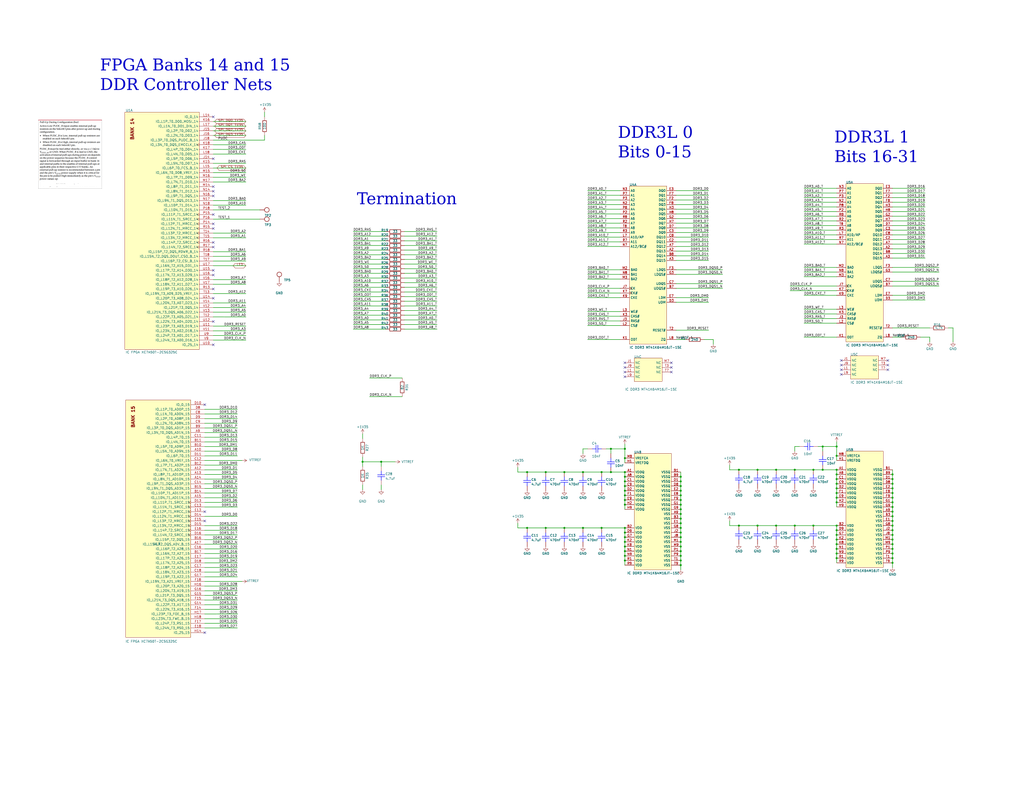
<source format=kicad_sch>
(kicad_sch (version 20230121) (generator eeschema)
  (paper "C")
  (lib_symbols
    (symbol "Custom_Power_Symbols:VTTREF" (power) (pin_names (offset 0))
      (property "Value" "VTTREF" (at 0 3.81 0))
      (symbol "VTTREF_1_1"
        (pin power_in line (at 0 0 90) (length 0) hide (name "VTTREF") (number "1"))
      )
    )
    (symbol "power:+1V35" (power) (pin_names (offset 0))
      (property "Value" "+1V35" (at 0 3.556 0))
      (symbol "+1V35_1_1"
        (pin power_in line (at 0 0 90) (length 0) hide (name "+1V35") (number "1"))
      )
    )
    (symbol "power:GND" (power) (pin_names (offset 0))
      (property "Value" "GND" (at 0 -3.81 0))
      (symbol "GND_1_1"
        (pin power_in line (at 0 0 270) (length 0) hide (name "GND") (number "1"))
      )
    )
    (symbol "root_0_IC FPGA XC7A50T-2CSG325C_1"
      (property "Reference" "U1" (at -29.0322 49.5554 0))
      (property "Value" "IC FPGA XC7A50T-2CSG325C" (at -28.0162 -3.937 0))
      (symbol "root_0_IC FPGA XC7A50T-2CSG325C_1_1_0"
        (text "BANK 14" (at -40.64 119.6848 900) (effects (font (size 1.778 1.778) bold) (justify left bottom)))
        (pin bidirectional line (at 2.54 109.5248 180) (length 7.62) (name "IO_L5P_T0_D06_14") (number "J14"))
        (pin bidirectional line (at 2.54 124.7648 180) (length 7.62) (name "IO_L2P_T0_D02_14") (number "J15"))
        (pin bidirectional line (at 2.54 122.2248 180) (length 7.62) (name "IO_L2N_T0_D03_14") (number "J16"))
        (pin bidirectional line (at 2.54 119.6848 180) (length 7.62) (name "IO_L3P_T0_DQS_PUDC_B_14") (number "J18"))
        (pin bidirectional line (at 2.54 106.9848 180) (length 7.62) (name "IO_L5N_T0_D07_14") (number "K15"))
        (pin bidirectional line (at 2.54 129.8448 180) (length 7.62) (name "IO_L1P_T0_D00_MOSI_14") (number "K16"))
        (pin bidirectional line (at 2.54 114.6048 180) (length 7.62) (name "IO_L4P_T0_D04_14") (number "K17"))
        (pin bidirectional clock (at 2.54 117.1448 180) (length 7.62) (name "IO_L3N_T0_DQS_EMCCLK_14") (number "K18"))
        (pin bidirectional line (at 2.54 132.3848 180) (length 7.62) (name "IO_0_14") (number "L14"))
        (pin bidirectional line (at 2.54 104.4448 180) (length 7.62) (name "IO_L6P_T0_FCS_B_14") (number "L15"))
        (pin bidirectional line (at 2.54 127.3048 180) (length 7.62) (name "IO_L1N_T0_D01_DIN_14") (number "L17"))
        (pin bidirectional line (at 2.54 112.0648 180) (length 7.62) (name "IO_L4N_T0_D05_14") (number "L18"))
        (pin bidirectional line (at 2.54 94.2848 180) (length 7.62) (name "IO_L8P_T1_D11_14") (number "M14"))
        (pin bidirectional line (at 2.54 101.9048 180) (length 7.62) (name "IO_L6N_T0_D08_VREF_14") (number "M15"))
        (pin bidirectional line (at 2.54 99.3648 180) (length 7.62) (name "IO_L7P_T1_D09_14") (number "M16"))
        (pin bidirectional line (at 2.54 96.8248 180) (length 7.62) (name "IO_L7N_T1_D10_14") (number "M17"))
        (pin bidirectional line (at 2.54 91.7448 180) (length 7.62) (name "IO_L8N_T1_D12_14") (number "N14"))
        (pin bidirectional line (at 2.54 89.2048 180) (length 7.62) (name "IO_L9P_T1_DQS_14") (number "N16"))
        (pin bidirectional line (at 2.54 86.6648 180) (length 7.62) (name "IO_L9N_T1_DQS_D13_14") (number "N17"))
        (pin bidirectional line (at 2.54 84.1248 180) (length 7.62) (name "IO_L10P_T1_D14_14") (number "N18"))
        (pin bidirectional clock (at 2.54 73.9648 180) (length 7.62) (name "IO_L12P_T1_MRCC_14") (number "P14"))
        (pin bidirectional clock (at 2.54 79.0448 180) (length 7.62) (name "IO_L11P_T1_SRCC_14") (number "P15"))
        (pin bidirectional clock (at 2.54 76.5048 180) (length 7.62) (name "IO_L11N_T1_SRCC_14") (number "P16"))
        (pin bidirectional line (at 2.54 81.5848 180) (length 7.62) (name "IO_L10N_T1_D15_14") (number "P18"))
        (pin bidirectional line (at 2.54 38.4048 180) (length 7.62) (name "IO_L19P_T3_A10_D26_14") (number "R13"))
        (pin bidirectional clock (at 2.54 71.4248 180) (length 7.62) (name "IO_L12N_T1_MRCC_14") (number "R15"))
        (pin bidirectional clock (at 2.54 63.8048 180) (length 7.62) (name "IO_L14P_T2_SRCC_14") (number "R16"))
        (pin bidirectional clock (at 2.54 61.2648 180) (length 7.62) (name "IO_L14N_T2_SRCC_14") (number "R17"))
        (pin bidirectional line (at 2.54 58.7248 180) (length 7.62) (name "IO_L15P_T2_DQS_RDWR_B_14") (number "R18"))
        (pin bidirectional line (at 2.54 23.1648 180) (length 7.62) (name "IO_L22P_T3_A05_D21_14") (number "T12"))
        (pin bidirectional line (at 2.54 35.8648 180) (length 7.62) (name "IO_L19N_T3_A09_D25_VREF_14") (number "T13"))
        (pin bidirectional clock (at 2.54 68.8848 180) (length 7.62) (name "IO_L13P_T2_MRCC_14") (number "T14"))
        (pin bidirectional clock (at 2.54 66.3448 180) (length 7.62) (name "IO_L13N_T2_MRCC_14") (number "T15"))
        (pin bidirectional line (at 2.54 53.6448 180) (length 7.62) (name "IO_L16P_T2_CSI_B_14") (number "T17"))
        (pin bidirectional line (at 2.54 56.1848 180) (length 7.62) (name "IO_L15N_T2_DQS_DOUT_CSO_B_14") (number "T18"))
        (pin bidirectional line (at 2.54 7.9248 180) (length 7.62) (name "IO_25_14") (number "U10"))
        (pin bidirectional line (at 2.54 18.0848 180) (length 7.62) (name "IO_L23P_T3_A03_D19_14") (number "U11"))
        (pin bidirectional line (at 2.54 20.6248 180) (length 7.62) (name "IO_L22N_T3_A04_D20_14") (number "U12"))
        (pin bidirectional line (at 2.54 33.3248 180) (length 7.62) (name "IO_L20P_T3_A08_D24_14") (number "U14"))
        (pin bidirectional line (at 2.54 48.5648 180) (length 7.62) (name "IO_L17P_T2_A14_D30_14") (number "U15"))
        (pin bidirectional line (at 2.54 46.0248 180) (length 7.62) (name "IO_L17N_T2_A13_D29_14") (number "U16"))
        (pin bidirectional line (at 2.54 51.1048 180) (length 7.62) (name "IO_L16N_T2_A15_D31_14") (number "U17"))
        (pin bidirectional line (at 2.54 13.0048 180) (length 7.62) (name "IO_L24P_T3_A01_D17_14") (number "U9"))
        (pin bidirectional line (at 2.54 15.5448 180) (length 7.62) (name "IO_L23N_T3_A02_D18_14") (number "V11"))
        (pin bidirectional line (at 2.54 28.2448 180) (length 7.62) (name "IO_L21P_T3_DQS_14") (number "V12"))
        (pin bidirectional line (at 2.54 25.7048 180) (length 7.62) (name "IO_L21N_T3_DQS_A06_D22_14") (number "V13"))
        (pin bidirectional line (at 2.54 30.7848 180) (length 7.62) (name "IO_L20N_T3_A07_D23_14") (number "V14"))
        (pin bidirectional line (at 2.54 43.4848 180) (length 7.62) (name "IO_L18P_T2_A12_D28_14") (number "V16"))
        (pin bidirectional line (at 2.54 40.9448 180) (length 7.62) (name "IO_L18N_T2_A11_D27_14") (number "V17"))
        (pin bidirectional line (at 2.54 10.4648 180) (length 7.62) (name "IO_L24N_T3_A00_D16_14") (number "V9"))
      )
      (symbol "root_0_IC FPGA XC7A50T-2CSG325C_1_2_0"
        (text "BANK 15" (at -38.9636 113.6142 900) (effects (font (size 1.778 1.778) bold) (justify left bottom)))
        (pin bidirectional line (at -0.8636 100.9142 180) (length 7.62) (name "IO_L5N_T0_AD9N_15") (number "A10"))
        (pin bidirectional line (at -0.8636 90.7542 180) (length 7.62) (name "IO_L7N_T1_AD2N_15") (number "A12"))
        (pin bidirectional line (at -0.8636 88.2142 180) (length 7.62) (name "IO_L8P_T1_AD10P_15") (number "A13"))
        (pin bidirectional line (at -0.8636 85.6742 180) (length 7.62) (name "IO_L8N_T1_AD10N_15") (number "A14"))
        (pin bidirectional line (at -0.8636 75.5142 180) (length 7.62) (name "IO_L10N_T1_AD11N_15") (number "A15"))
        (pin bidirectional line (at -0.8636 50.1142 180) (length 7.62) (name "IO_L15N_T2_DQS_ADV_B_15") (number "A17"))
        (pin bidirectional line (at -0.8636 111.0742 180) (length 7.62) (name "IO_L3N_T0_DQS_AD1N_15") (number "A9"))
        (pin bidirectional line (at -0.8636 103.4542 180) (length 7.62) (name "IO_L5P_T0_AD9P_15") (number "B10"))
        (pin bidirectional line (at -0.8636 105.9942 180) (length 7.62) (name "IO_L4N_T0_15") (number "B11"))
        (pin bidirectional line (at -0.8636 93.2942 180) (length 7.62) (name "IO_L7P_T1_AD2P_15") (number "B12"))
        (pin bidirectional line (at -0.8636 78.0542 180) (length 7.62) (name "IO_L10P_T1_AD11P_15") (number "B14"))
        (pin bidirectional line (at -0.8636 80.5942 180) (length 7.62) (name "IO_L9N_T1_DQS_AD3N_15") (number "B15"))
        (pin bidirectional line (at -0.8636 52.6542 180) (length 7.62) (name "IO_L15P_T2_DQS_15") (number "B16"))
        (pin bidirectional line (at -0.8636 45.0342 180) (length 7.62) (name "IO_L16N_T2_A27_15") (number "B17"))
        (pin bidirectional line (at -0.8636 113.6142 180) (length 7.62) (name "IO_L3P_T0_DQS_AD1P_15") (number "B9"))
        (pin bidirectional line (at -0.8636 108.5342 180) (length 7.62) (name "IO_L4P_T0_15") (number "C11"))
        (pin bidirectional line (at -0.8636 95.8342 180) (length 7.62) (name "IO_L6N_T0_VREF_15") (number "C12"))
        (pin bidirectional clock (at -0.8636 70.4342 180) (length 7.62) (name "IO_L11N_T1_SRCC_15") (number "C13"))
        (pin bidirectional line (at -0.8636 83.1342 180) (length 7.62) (name "IO_L9P_T1_DQS_AD3P_15") (number "C14"))
        (pin bidirectional line (at -0.8636 47.5742 180) (length 7.62) (name "IO_L16P_T2_A28_15") (number "C16"))
        (pin bidirectional line (at -0.8636 37.4142 180) (length 7.62) (name "IO_L18P_T2_A24_15") (number "C17"))
        (pin bidirectional line (at -0.8636 34.8742 180) (length 7.62) (name "IO_L18N_T2_A23_15") (number "C18"))
        (pin bidirectional line (at -0.8636 121.2342 180) (length 7.62) (name "IO_L1N_T0_AD0N_15") (number "C8"))
        (pin bidirectional line (at -0.8636 116.1542 180) (length 7.62) (name "IO_L2N_T0_AD8N_15") (number "C9"))
        (pin bidirectional line (at -0.8636 126.3142 180) (length 7.62) (name "IO_0_15") (number "D10"))
        (pin bidirectional line (at -0.8636 98.3742 180) (length 7.62) (name "IO_L6P_T0_15") (number "D11"))
        (pin bidirectional clock (at -0.8636 72.9742 180) (length 7.62) (name "IO_L11P_T1_SRCC_15") (number "D13"))
        (pin bidirectional clock (at -0.8636 65.3542 180) (length 7.62) (name "IO_L12N_T1_MRCC_15") (number "D14"))
        (pin bidirectional clock (at -0.8636 60.2742 180) (length 7.62) (name "IO_L13N_T2_MRCC_15") (number "D15"))
        (pin bidirectional clock (at -0.8636 55.1942 180) (length 7.62) (name "IO_L14N_T2_SRCC_15") (number "D16"))
        (pin bidirectional line (at -0.8636 39.9542 180) (length 7.62) (name "IO_L17N_T2_A25_15") (number "D18"))
        (pin bidirectional line (at -0.8636 123.7742 180) (length 7.62) (name "IO_L1P_T0_AD0P_15") (number "D8"))
        (pin bidirectional line (at -0.8636 118.6942 180) (length 7.62) (name "IO_L2P_T0_AD8P_15") (number "D9"))
        (pin bidirectional clock (at -0.8636 67.8942 180) (length 7.62) (name "IO_L12P_T1_MRCC_15") (number "E13"))
        (pin bidirectional clock (at -0.8636 62.8142 180) (length 7.62) (name "IO_L13P_T2_MRCC_15") (number "E15"))
        (pin bidirectional clock (at -0.8636 57.7342 180) (length 7.62) (name "IO_L14P_T2_SRCC_15") (number "E16"))
        (pin bidirectional line (at -0.8636 42.4942 180) (length 7.62) (name "IO_L17P_T2_A26_15") (number "E17"))
        (pin bidirectional line (at -0.8636 4.3942 180) (length 7.62) (name "IO_L24N_T3_RS0_15") (number "E18"))
        (pin bidirectional line (at -0.8636 14.5542 180) (length 7.62) (name "IO_L22N_T3_A16_15") (number "F14"))
        (pin bidirectional line (at -0.8636 19.6342 180) (length 7.62) (name "IO_L21N_T3_DQS_A18_15") (number "F15"))
        (pin bidirectional line (at -0.8636 6.9342 180) (length 7.62) (name "IO_L24P_T3_RS1_15") (number "F17"))
        (pin bidirectional line (at -0.8636 29.7942 180) (length 7.62) (name "IO_L19N_T3_A21_VREF_15") (number "F18"))
        (pin bidirectional line (at -0.8636 17.0942 180) (length 7.62) (name "IO_L22P_T3_A17_15") (number "G14"))
        (pin bidirectional line (at -0.8636 22.1742 180) (length 7.62) (name "IO_L21P_T3_DQS_15") (number "G15"))
        (pin bidirectional line (at -0.8636 24.7142 180) (length 7.62) (name "IO_L20N_T3_A19_15") (number "G16"))
        (pin bidirectional line (at -0.8636 32.3342 180) (length 7.62) (name "IO_L19P_T3_A22_15") (number "G17"))
        (pin bidirectional line (at -0.8636 1.8542 180) (length 7.62) (name "IO_25_15") (number "H14"))
        (pin bidirectional line (at -0.8636 27.2542 180) (length 7.62) (name "IO_L20P_T3_A20_15") (number "H16"))
        (pin bidirectional line (at -0.8636 12.0142 180) (length 7.62) (name "IO_L23P_T3_FOE_B_15") (number "H17"))
        (pin bidirectional line (at -0.8636 9.4742 180) (length 7.62) (name "IO_L23N_T3_FWE_B_15") (number "H18"))
      )
      (symbol "root_0_IC FPGA XC7A50T-2CSG325C_1_3_0"
        (text "BANK 34" (at -38.7858 113.3348 900) (effects (font (size 1.778 1.778) bold) (justify left bottom)))
        (pin bidirectional line (at -5.7658 115.8748 180) (length 7.62) (name "IO_L2N_T0_34") (number "J4"))
        (pin bidirectional line (at -5.7658 118.4148 180) (length 7.62) (name "IO_L2P_T0_34") (number "J5"))
        (pin bidirectional line (at -5.7658 126.0348 180) (length 7.62) (name "IO_0_34") (number "J6"))
        (pin bidirectional line (at -5.7658 110.7948 180) (length 7.62) (name "IO_L3N_T0_DQS_34") (number "K1"))
        (pin bidirectional line (at -5.7658 113.3348 180) (length 7.62) (name "IO_L3P_T0_DQS_34") (number "K2"))
        (pin bidirectional line (at -5.7658 108.2548 180) (length 7.62) (name "IO_L4P_T0_34") (number "K3"))
        (pin bidirectional line (at -5.7658 120.9548 180) (length 7.62) (name "IO_L1N_T0_34") (number "K5"))
        (pin bidirectional line (at -5.7658 123.4948 180) (length 7.62) (name "IO_L1P_T0_34") (number "K6"))
        (pin bidirectional line (at -5.7658 105.7148 180) (length 7.62) (name "IO_L4N_T0_34") (number "L2"))
        (pin bidirectional line (at -5.7658 100.6348 180) (length 7.62) (name "IO_L5N_T0_34") (number "L3"))
        (pin bidirectional line (at -5.7658 103.1748 180) (length 7.62) (name "IO_L5P_T0_34") (number "L4"))
        (pin bidirectional line (at -5.7658 98.0948 180) (length 7.62) (name "IO_L6P_T0_34") (number "L5"))
        (pin bidirectional line (at -5.7658 90.4748 180) (length 7.62) (name "IO_L7N_T1_34") (number "M1"))
        (pin bidirectional line (at -5.7658 93.0148 180) (length 7.62) (name "IO_L7P_T1_34") (number "M2"))
        (pin bidirectional line (at -5.7658 77.7748 180) (length 7.62) (name "IO_L10P_T1_34") (number "M4"))
        (pin bidirectional line (at -5.7658 95.5548 180) (length 7.62) (name "IO_L6N_T0_VREF_34") (number "M5"))
        (pin bidirectional line (at -5.7658 87.9348 180) (length 7.62) (name "IO_L8P_T1_34") (number "M6"))
        (pin bidirectional line (at -5.7658 82.8548 180) (length 7.62) (name "IO_L9P_T1_DQS_34") (number "N1"))
        (pin bidirectional clock (at -5.7658 70.1548 180) (length 7.62) (name "IO_L11N_T1_SRCC_34") (number "N2"))
        (pin bidirectional clock (at -5.7658 72.6948 180) (length 7.62) (name "IO_L11P_T1_SRCC_34") (number "N3"))
        (pin bidirectional line (at -5.7658 75.2348 180) (length 7.62) (name "IO_L10N_T1_34") (number "N4"))
        (pin bidirectional line (at -5.7658 85.3948 180) (length 7.62) (name "IO_L8N_T1_34") (number "N6"))
        (pin bidirectional line (at -5.7658 80.3148 180) (length 7.62) (name "IO_L9N_T1_DQS_34") (number "P1"))
        (pin bidirectional clock (at -5.7658 65.0748 180) (length 7.62) (name "IO_L12N_T1_MRCC_34") (number "P3"))
        (pin bidirectional clock (at -5.7658 67.6148 180) (length 7.62) (name "IO_L12P_T1_MRCC_34") (number "P4"))
        (pin bidirectional line (at -5.7658 29.5148 180) (length 7.62) (name "IO_L19N_T3_VREF_34") (number "P5"))
        (pin bidirectional line (at -5.7658 32.0548 180) (length 7.62) (name "IO_L19P_T3_34") (number "P6"))
        (pin bidirectional clock (at -5.7658 59.9948 180) (length 7.62) (name "IO_L13N_T2_MRCC_34") (number "R1"))
        (pin bidirectional clock (at -5.7658 62.5348 180) (length 7.62) (name "IO_L13P_T2_MRCC_34") (number "R2"))
        (pin bidirectional clock (at -5.7658 57.4548 180) (length 7.62) (name "IO_L14P_T2_SRCC_34") (number "R3"))
        (pin bidirectional line (at -5.7658 21.8948 180) (length 7.62) (name "IO_L21P_T3_DQS_34") (number "R5"))
        (pin bidirectional line (at -5.7658 1.5748 180) (length 7.62) (name "IO_25_34") (number "R6"))
        (pin bidirectional line (at -5.7658 16.8148 180) (length 7.62) (name "IO_L22P_T3_34") (number "R7"))
        (pin bidirectional clock (at -5.7658 54.9148 180) (length 7.62) (name "IO_L14N_T2_SRCC_34") (number "T2"))
        (pin bidirectional line (at -5.7658 39.6748 180) (length 7.62) (name "IO_L17N_T2_34") (number "T3"))
        (pin bidirectional line (at -5.7658 42.2148 180) (length 7.62) (name "IO_L17P_T2_34") (number "T4"))
        (pin bidirectional line (at -5.7658 19.3548 180) (length 7.62) (name "IO_L21N_T3_DQS_34") (number "T5"))
        (pin bidirectional line (at -5.7658 14.2748 180) (length 7.62) (name "IO_L22N_T3_34") (number "T7"))
        (pin bidirectional line (at -5.7658 49.8348 180) (length 7.62) (name "IO_L15N_T2_DQS_34") (number "U1"))
        (pin bidirectional line (at -5.7658 52.3748 180) (length 7.62) (name "IO_L15P_T2_DQS_34") (number "U2"))
        (pin bidirectional line (at -5.7658 37.1348 180) (length 7.62) (name "IO_L18P_T2_34") (number "U4"))
        (pin bidirectional line (at -5.7658 24.4348 180) (length 7.62) (name "IO_L20N_T3_34") (number "U5"))
        (pin bidirectional line (at -5.7658 26.9748 180) (length 7.62) (name "IO_L20P_T3_34") (number "U6"))
        (pin bidirectional line (at -5.7658 11.7348 180) (length 7.62) (name "IO_L23P_T3_34") (number "U7"))
        (pin bidirectional line (at -5.7658 44.7548 180) (length 7.62) (name "IO_L16N_T2_34") (number "V2"))
        (pin bidirectional line (at -5.7658 47.2948 180) (length 7.62) (name "IO_L16P_T2_34") (number "V3"))
        (pin bidirectional line (at -5.7658 34.5948 180) (length 7.62) (name "IO_L18N_T2_34") (number "V4"))
        (pin bidirectional line (at -5.7658 9.1948 180) (length 7.62) (name "IO_L23N_T3_34") (number "V6"))
        (pin bidirectional line (at -5.7658 4.1148 180) (length 7.62) (name "IO_L24N_T3_34") (number "V7"))
        (pin bidirectional line (at -5.7658 6.6548 180) (length 7.62) (name "IO_L24P_T3_34") (number "V8"))
      )
      (symbol "root_0_IC FPGA XC7A50T-2CSG325C_1_4_0"
        (pin input line (at 39.2684 88.6206 180) (length 7.62) (name "CFGBVS_0") (number "E12"))
        (pin bidirectional clock (at 39.2684 111.4806 180) (length 7.62) (name "CCLK_0") (number "E8"))
        (pin bidirectional line (at 39.2684 98.7806 180) (length 7.62) (name "DONE_0") (number "F12"))
        (pin input line (at 39.2684 103.8606 180) (length 7.62) (name "M2_0") (number "F13"))
        (pin input clock (at 39.2684 119.1006 180) (length 7.62) (name "TCK_0") (number "F8"))
        (pin input line (at 39.2684 83.5406 180) (length 7.62) (name "VP_0") (number "K10"))
        (pin input line (at 39.2684 73.3806 180) (length 7.62) (name "VREFN_0") (number "K9"))
        (pin input line (at 39.2684 75.9206 180) (length 7.62) (name "VREFP_0") (number "L10"))
        (pin input line (at 39.2684 81.0006 180) (length 7.62) (name "VN_0") (number "L9"))
        (pin input line (at 39.2684 68.3006 180) (length 7.62) (name "DXP_0") (number "M10"))
        (pin input line (at 39.2684 65.7606 180) (length 7.62) (name "DXN_0") (number "M9"))
        (pin input line (at 39.2684 91.1606 180) (length 7.62) (name "PROGRAM_B_0") (number "P10"))
        (pin input line (at 39.2684 106.4006 180) (length 7.62) (name "M1_0") (number "R11"))
        (pin input line (at 39.2684 108.9406 180) (length 7.62) (name "M0_0") (number "R12"))
        (pin input line (at 39.2684 116.5606 180) (length 7.62) (name "TMS_0") (number "R8"))
        (pin bidirectional line (at 39.2684 96.2406 180) (length 7.62) (name "INIT_B_0") (number "T10"))
        (pin output line (at 39.2684 121.6406 180) (length 7.62) (name "TDO_0") (number "T8"))
        (pin input line (at 39.2684 124.1806 180) (length 7.62) (name "TDI_0") (number "T9"))
      )
      (symbol "root_0_IC FPGA XC7A50T-2CSG325C_1_5_0"
        (pin input line (at 7.62 22.86 180) (length 7.62) (name "MGTPRXN1_216") (number "A3"))
        (pin input line (at 7.62 20.32 180) (length 7.62) (name "MGTPRXP1_216") (number "A4"))
        (pin input line (at -53.34 2.54 0) (length 7.62) (name "MGTRREF_216") (number "A6"))
        (pin output line (at -53.34 33.02 0) (length 7.62) (name "MGTPTXN3_216") (number "B1"))
        (pin output line (at -53.34 30.48 0) (length 7.62) (name "MGTPTXP3_216") (number "B2"))
        (pin input clock (at 7.62 10.16 180) (length 7.62) (name "MGTREFCLK1N_216") (number "B5"))
        (pin input clock (at 7.62 7.62 180) (length 7.62) (name "MGTREFCLK1P_216") (number "B6"))
        (pin input line (at 7.62 27.94 180) (length 7.62) (name "MGTPRXN2_216") (number "C3"))
        (pin input line (at 7.62 25.4 180) (length 7.62) (name "MGTPRXP2_216") (number "C4"))
        (pin output line (at -53.34 27.94 0) (length 7.62) (name "MGTPTXN2_216") (number "D1"))
        (pin output line (at -53.34 25.4 0) (length 7.62) (name "MGTPTXP2_216") (number "D2"))
        (pin input clock (at 7.62 5.08 180) (length 7.62) (name "MGTREFCLK0N_216") (number "D5"))
        (pin input clock (at 7.62 2.54 180) (length 7.62) (name "MGTREFCLK0P_216") (number "D6"))
        (pin input line (at 7.62 17.78 180) (length 7.62) (name "MGTPRXN0_216") (number "E3"))
        (pin input line (at 7.62 15.24 180) (length 7.62) (name "MGTPRXP0_216") (number "E4"))
        (pin output line (at -53.34 22.86 0) (length 7.62) (name "MGTPTXN1_216") (number "F1"))
        (pin output line (at -53.34 20.32 0) (length 7.62) (name "MGTPTXP1_216") (number "F2"))
        (pin input line (at 7.62 33.02 180) (length 7.62) (name "MGTPRXN3_216") (number "G3"))
        (pin input line (at 7.62 30.48 180) (length 7.62) (name "MGTPRXP3_216") (number "G4"))
        (pin output line (at -53.34 17.78 0) (length 7.62) (name "MGTPTXN0_216") (number "H1"))
        (pin output line (at -53.34 15.24 0) (length 7.62) (name "MGTPTXP0_216") (number "H2"))
      )
      (symbol "root_0_IC FPGA XC7A50T-2CSG325C_1_6_0"
        (pin power_in line (at -38.1 2.54 0) (length 7.62) (name "MGTAVTT") (number "A2"))
        (pin power_in line (at 7.62 2.54 180) (length 7.62) (name "MGTAVCC") (number "B4"))
        (pin power_in line (at -38.1 5.08 0) (length 7.62) (name "MGTAVTT") (number "C1"))
        (pin power_in line (at 7.62 5.08 180) (length 7.62) (name "MGTAVCC") (number "C5"))
        (pin power_in line (at -38.1 7.62 0) (length 7.62) (name "MGTAVTT") (number "E1"))
        (pin power_in line (at 7.62 7.62 180) (length 7.62) (name "MGTAVCC") (number "E5"))
        (pin power_in line (at -38.1 10.16 0) (length 7.62) (name "MGTAVTT") (number "F3"))
        (pin power_in line (at 7.62 10.16 180) (length 7.62) (name "MGTAVCC") (number "F5"))
        (pin power_in line (at -38.1 12.7 0) (length 7.62) (name "MGTAVTT") (number "G2"))
      )
      (symbol "root_0_IC FPGA XC7A50T-2CSG325C_1_7_0"
        (pin power_in line (at -33.02 2.54 0) (length 7.62) (name "VCCO_15") (number "A16"))
        (pin power_in line (at -33.02 5.08 0) (length 7.62) (name "VCCO_15") (number "B13"))
        (pin power_in line (at -33.02 7.62 0) (length 7.62) (name "VCCO_15") (number "C10"))
        (pin power_in line (at -33.02 10.16 0) (length 7.62) (name "VCCO_15") (number "D17"))
        (pin power_in line (at 7.62 2.54 180) (length 7.62) (name "VCCO_0") (number "E10"))
        (pin power_in line (at -33.02 12.7 0) (length 7.62) (name "VCCO_15") (number "E14"))
        (pin power_in line (at -33.02 15.24 0) (length 7.62) (name "VCCO_15") (number "G18"))
        (pin power_in line (at -33.02 17.78 0) (length 7.62) (name "VCCO_15") (number "H15"))
        (pin power_in line (at 7.62 10.16 180) (length 7.62) (name "VCCO_14") (number "L16"))
        (pin power_in line (at -33.02 22.86 0) (length 7.62) (name "VCCO_34") (number "L6"))
        (pin power_in line (at -33.02 25.4 0) (length 7.62) (name "VCCO_34") (number "M3"))
        (pin power_in line (at 7.62 12.7 180) (length 7.62) (name "VCCO_14") (number "P17"))
        (pin power_in line (at -33.02 27.94 0) (length 7.62) (name "VCCO_34") (number "P7"))
        (pin power_in line (at 7.62 5.08 180) (length 7.62) (name "VCCO_0") (number "R10"))
        (pin power_in line (at 7.62 15.24 180) (length 7.62) (name "VCCO_14") (number "R14"))
        (pin power_in line (at -33.02 30.48 0) (length 7.62) (name "VCCO_34") (number "R4"))
        (pin power_in line (at -33.02 33.02 0) (length 7.62) (name "VCCO_34") (number "T1"))
        (pin power_in line (at 7.62 17.78 180) (length 7.62) (name "VCCO_14") (number "T11"))
        (pin power_in line (at 7.62 22.86 180) (length 7.62) (name "VCCO_14") (number "U18"))
        (pin power_in line (at 7.62 20.32 180) (length 7.62) (name "VCCO_14") (number "U8"))
        (pin power_in line (at 7.62 25.4 180) (length 7.62) (name "VCCO_14") (number "V15"))
        (pin power_in line (at -33.02 35.56 0) (length 7.62) (name "VCCO_34") (number "V5"))
      )
      (symbol "root_0_IC FPGA XC7A50T-2CSG325C_1_8_0"
        (pin power_in line (at -38.1 2.54 0) (length 7.62) (name "VCCBATT_0") (number "E11"))
        (pin power_in line (at -38.1 27.94 0) (length 7.62) (name "VCCBRAM") (number "F11"))
        (pin power_in line (at 7.62 2.54 180) (length 7.62) (name "VCCINT") (number "F7"))
        (pin power_in line (at 7.62 5.08 180) (length 7.62) (name "VCCINT") (number "F9"))
        (pin power_in line (at -38.1 30.48 0) (length 7.62) (name "VCCBRAM") (number "G10"))
        (pin power_in line (at -38.1 12.7 0) (length 7.62) (name "VCCAUX") (number "G12"))
        (pin power_in line (at 7.62 7.62 180) (length 7.62) (name "VCCINT") (number "G8"))
        (pin power_in line (at -38.1 33.02 0) (length 7.62) (name "VCCBRAM") (number "H11"))
        (pin power_in line (at -38.1 15.24 0) (length 7.62) (name "VCCAUX") (number "H13"))
        (pin power_in line (at 7.62 10.16 180) (length 7.62) (name "VCCINT") (number "H7"))
        (pin power_in line (at 7.62 12.7 180) (length 7.62) (name "VCCINT") (number "H9"))
        (pin power_out line (at -38.1 7.62 0) (length 7.62) (name "VCCADC_0") (number "J10"))
        (pin power_in line (at 7.62 17.78 180) (length 7.62) (name "VCCINT") (number "J12"))
        (pin power_in line (at 7.62 15.24 180) (length 7.62) (name "VCCINT") (number "J8"))
        (pin power_in line (at 7.62 22.86 180) (length 7.62) (name "VCCINT") (number "K11"))
        (pin power_in line (at -38.1 17.78 0) (length 7.62) (name "VCCAUX") (number "K13"))
        (pin power_in line (at 7.62 20.32 180) (length 7.62) (name "VCCINT") (number "K7"))
        (pin power_in line (at 7.62 27.94 180) (length 7.62) (name "VCCINT") (number "L12"))
        (pin power_in line (at 7.62 25.4 180) (length 7.62) (name "VCCINT") (number "L8"))
        (pin power_in line (at 7.62 33.02 180) (length 7.62) (name "VCCINT") (number "M11"))
        (pin power_in line (at -38.1 20.32 0) (length 7.62) (name "VCCAUX") (number "M13"))
        (pin power_in line (at 7.62 30.48 180) (length 7.62) (name "VCCINT") (number "M7"))
        (pin power_in line (at 7.62 38.1 180) (length 7.62) (name "VCCINT") (number "N10"))
        (pin power_in line (at 7.62 40.64 180) (length 7.62) (name "VCCINT") (number "N12"))
        (pin power_in line (at 7.62 35.56 180) (length 7.62) (name "VCCINT") (number "N8"))
        (pin power_in line (at 7.62 45.72 180) (length 7.62) (name "VCCINT") (number "P11"))
        (pin power_in line (at -38.1 22.86 0) (length 7.62) (name "VCCAUX") (number "P13"))
        (pin power_in line (at 7.62 43.18 180) (length 7.62) (name "VCCINT") (number "P9"))
      )
      (symbol "root_0_IC FPGA XC7A50T-2CSG325C_1_9_0"
        (pin power_in line (at 7.62 2.54 180) (length 7.62) (name "GND") (number "A1"))
        (pin power_in line (at 7.62 12.7 180) (length 7.62) (name "GND") (number "A11"))
        (pin power_in line (at 7.62 15.24 180) (length 7.62) (name "GND") (number "A18"))
        (pin power_in line (at 7.62 5.08 180) (length 7.62) (name "GND") (number "A5"))
        (pin power_in line (at 7.62 7.62 180) (length 7.62) (name "GND") (number "A7"))
        (pin power_in line (at 7.62 10.16 180) (length 7.62) (name "GND") (number "A8"))
        (pin power_in line (at 7.62 25.4 180) (length 7.62) (name "GND") (number "B18"))
        (pin power_in line (at 7.62 17.78 180) (length 7.62) (name "GND") (number "B3"))
        (pin power_in line (at 7.62 20.32 180) (length 7.62) (name "GND") (number "B7"))
        (pin power_in line (at 7.62 22.86 180) (length 7.62) (name "GND") (number "B8"))
        (pin power_in line (at 7.62 35.56 180) (length 7.62) (name "GND") (number "C15"))
        (pin power_in line (at 7.62 27.94 180) (length 7.62) (name "GND") (number "C2"))
        (pin power_in line (at 7.62 30.48 180) (length 7.62) (name "GND") (number "C6"))
        (pin power_in line (at 7.62 33.02 180) (length 7.62) (name "GND") (number "C7"))
        (pin power_in line (at 7.62 45.72 180) (length 7.62) (name "GND") (number "D12"))
        (pin power_in line (at 7.62 38.1 180) (length 7.62) (name "GND") (number "D3"))
        (pin power_in line (at 7.62 40.64 180) (length 7.62) (name "GND") (number "D4"))
        (pin power_in line (at 7.62 43.18 180) (length 7.62) (name "GND") (number "D7"))
        (pin power_in line (at 7.62 48.26 180) (length 7.62) (name "GND") (number "E2"))
        (pin power_in line (at 7.62 50.8 180) (length 7.62) (name "GND") (number "E6"))
        (pin power_in line (at 7.62 53.34 180) (length 7.62) (name "GND") (number "E7"))
        (pin power_in line (at 7.62 55.88 180) (length 7.62) (name "GND") (number "E9"))
        (pin power_in line (at 7.62 63.5 180) (length 7.62) (name "GND") (number "F10"))
        (pin power_in line (at 7.62 66.04 180) (length 7.62) (name "GND") (number "F16"))
        (pin power_in line (at 7.62 58.42 180) (length 7.62) (name "GND") (number "F4"))
        (pin power_in line (at 7.62 60.96 180) (length 7.62) (name "GND") (number "F6"))
        (pin power_in line (at 7.62 68.58 180) (length 7.62) (name "GND") (number "G1"))
        (pin power_in line (at 7.62 81.28 180) (length 7.62) (name "GND") (number "G11"))
        (pin power_in line (at 7.62 83.82 180) (length 7.62) (name "GND") (number "G13"))
        (pin power_in line (at 7.62 71.12 180) (length 7.62) (name "GND") (number "G5"))
        (pin power_in line (at 7.62 73.66 180) (length 7.62) (name "GND") (number "G6"))
        (pin power_in line (at 7.62 76.2 180) (length 7.62) (name "GND") (number "G7"))
        (pin power_in line (at 7.62 78.74 180) (length 7.62) (name "GND") (number "G9"))
        (pin power_in line (at -27.94 2.54 0) (length 7.62) (name "GND") (number "H10"))
        (pin power_in line (at -27.94 5.08 0) (length 7.62) (name "GND") (number "H12"))
        (pin power_in line (at 7.62 86.36 180) (length 7.62) (name "GND") (number "H3"))
        (pin power_in line (at 7.62 88.9 180) (length 7.62) (name "GND") (number "H4"))
        (pin power_in line (at 7.62 91.44 180) (length 7.62) (name "GND") (number "H5"))
        (pin power_in line (at 7.62 93.98 180) (length 7.62) (name "GND") (number "H6"))
        (pin power_in line (at 7.62 96.52 180) (length 7.62) (name "GND") (number "H8"))
        (pin power_in line (at -27.94 7.62 0) (length 7.62) (name "GND") (number "J1"))
        (pin power_in line (at -27.94 17.78 0) (length 7.62) (name "GND") (number "J11"))
        (pin power_in line (at -27.94 20.32 0) (length 7.62) (name "GND") (number "J13"))
        (pin power_in line (at -27.94 22.86 0) (length 7.62) (name "GND") (number "J17"))
        (pin power_in line (at -27.94 10.16 0) (length 7.62) (name "GND") (number "J2"))
        (pin power_in line (at -27.94 12.7 0) (length 7.62) (name "GND") (number "J3"))
        (pin power_in line (at -27.94 15.24 0) (length 7.62) (name "GND") (number "J7"))
        (pin power_in line (at -27.94 99.06 0) (length 7.62) (name "GNDADC_0") (number "J9"))
        (pin power_in line (at -27.94 30.48 0) (length 7.62) (name "GND") (number "K12"))
        (pin power_in line (at -27.94 33.02 0) (length 7.62) (name "GND") (number "K14"))
        (pin power_in line (at -27.94 25.4 0) (length 7.62) (name "GND") (number "K4"))
        (pin power_in line (at -27.94 27.94 0) (length 7.62) (name "GND") (number "K8"))
        (pin power_in line (at -27.94 35.56 0) (length 7.62) (name "GND") (number "L1"))
        (pin power_in line (at -27.94 40.64 0) (length 7.62) (name "GND") (number "L11"))
        (pin power_in line (at -27.94 43.18 0) (length 7.62) (name "GND") (number "L13"))
        (pin power_in line (at -27.94 38.1 0) (length 7.62) (name "GND") (number "L7"))
        (pin power_in line (at -27.94 48.26 0) (length 7.62) (name "GND") (number "M12"))
        (pin power_in line (at -27.94 50.8 0) (length 7.62) (name "GND") (number "M18"))
        (pin power_in line (at -27.94 45.72 0) (length 7.62) (name "GND") (number "M8"))
        (pin power_in line (at -27.94 60.96 0) (length 7.62) (name "GND") (number "N11"))
        (pin power_in line (at -27.94 63.5 0) (length 7.62) (name "GND") (number "N13"))
        (pin power_in line (at -27.94 66.04 0) (length 7.62) (name "GND") (number "N15"))
        (pin power_in line (at -27.94 53.34 0) (length 7.62) (name "GND") (number "N5"))
        (pin power_in line (at -27.94 55.88 0) (length 7.62) (name "GND") (number "N7"))
        (pin power_in line (at -27.94 58.42 0) (length 7.62) (name "GND") (number "N9"))
        (pin power_in line (at -27.94 73.66 0) (length 7.62) (name "GND") (number "P12"))
        (pin power_in line (at -27.94 68.58 0) (length 7.62) (name "GND") (number "P2"))
        (pin power_in line (at -27.94 71.12 0) (length 7.62) (name "GND") (number "P8"))
        (pin power_in line (at -27.94 76.2 0) (length 7.62) (name "GND") (number "R9"))
        (pin power_in line (at -27.94 81.28 0) (length 7.62) (name "GND") (number "T16"))
        (pin power_in line (at -27.94 78.74 0) (length 7.62) (name "GND") (number "T6"))
        (pin power_in line (at -27.94 86.36 0) (length 7.62) (name "GND") (number "U13"))
        (pin power_in line (at -27.94 83.82 0) (length 7.62) (name "GND") (number "U3"))
        (pin power_in line (at -27.94 88.9 0) (length 7.62) (name "GND") (number "V1"))
        (pin power_in line (at -27.94 91.44 0) (length 7.62) (name "GND") (number "V10"))
        (pin power_in line (at -27.94 93.98 0) (length 7.62) (name "GND") (number "V18"))
      )
    )
    (symbol "scratch-altium-import:root_0_CAP 4.7uF 6.3V X5R 0402"
      (symbol "root_0_CAP 4.7uF 6.3V X5R 0402_1_0"
        (pin passive line (at 0 -5.08 90) (length 2.54) (name "1") (number "1"))
        (pin passive line (at 0 5.08 270) (length 2.54) (name "2") (number "2"))
      )
    )
    (symbol "scratch-altium-import:root_0_CAP 470nF 6.3V X5R 0201"
      (symbol "root_0_CAP 470nF 6.3V X5R 0201_1_0"
        (pin passive line (at 0 -5.08 90) (length 2.54) (name "1") (number "1"))
        (pin passive line (at 0 5.08 270) (length 2.54) (name "2") (number "2"))
      )
    )
    (symbol "scratch-altium-import:root_0_IC DDR3 MT41K64M16JT-15E"
      (symbol "root_0_IC DDR3 MT41K64M16JT-15E_1_0"
        (pin bidirectional line (at 25.4 -35.56 180) (length 5.08) (name "DQ13") (number "A2"))
        (pin bidirectional line (at 25.4 -40.64 180) (length 5.08) (name "DQ15") (number "A3"))
        (pin bidirectional line (at 25.4 -33.02 180) (length 5.08) (name "DQ12") (number "A7"))
        (pin bidirectional line (at 25.4 -55.88 180) (length 5.08) (name "UDQS#") (number "B7"))
        (pin bidirectional line (at 25.4 -38.1 180) (length 5.08) (name "DQ14") (number "B8"))
        (pin bidirectional line (at 25.4 -30.48 180) (length 5.08) (name "DQ11") (number "C2"))
        (pin bidirectional line (at 25.4 -25.4 180) (length 5.08) (name "DQ9") (number "C3"))
        (pin bidirectional line (at 25.4 -53.34 180) (length 5.08) (name "UDQS") (number "C7"))
        (pin bidirectional line (at 25.4 -27.94 180) (length 5.08) (name "DQ10") (number "C8"))
        (pin input line (at 25.4 -63.5 180) (length 5.08) (name "UDM") (number "D3"))
        (pin bidirectional line (at 25.4 -22.86 180) (length 5.08) (name "DQ8") (number "D7"))
        (pin bidirectional line (at 25.4 -2.54 180) (length 5.08) (name "DQ0") (number "E3"))
        (pin input line (at 25.4 -60.96 180) (length 5.08) (name "LDM") (number "E7"))
        (pin bidirectional line (at 25.4 -7.62 180) (length 5.08) (name "DQ2") (number "F2"))
        (pin bidirectional line (at 25.4 -45.72 180) (length 5.08) (name "LDQS") (number "F3"))
        (pin bidirectional line (at 25.4 -5.08 180) (length 5.08) (name "DQ1") (number "F7"))
        (pin bidirectional line (at 25.4 -10.16 180) (length 5.08) (name "DQ3") (number "F8"))
        (pin bidirectional line (at 25.4 -17.78 180) (length 5.08) (name "DQ6") (number "G2"))
        (pin bidirectional line (at 25.4 -48.26 180) (length 5.08) (name "LDQS#") (number "G3"))
        (pin bidirectional line (at 25.4 -12.7 180) (length 5.08) (name "DQ4") (number "H3"))
        (pin bidirectional line (at 25.4 -20.32 180) (length 5.08) (name "DQ7") (number "H7"))
        (pin bidirectional line (at 25.4 -15.24 180) (length 5.08) (name "DQ5") (number "H8"))
        (pin input line (at -5.08 -73.66 0) (length 5.08) (name "RAS#") (number "J3"))
        (pin input clock (at -5.08 -55.88 0) (length 5.08) (name "CK") (number "J7"))
        (pin input line (at -5.08 -83.82 0) (length 5.08) (name "ODT") (number "K1"))
        (pin input line (at -5.08 -71.12 0) (length 5.08) (name "CAS#") (number "K3"))
        (pin input clock (at -5.08 -58.42 0) (length 5.08) (name "CK#") (number "K7"))
        (pin input line (at -5.08 -60.96 0) (length 5.08) (name "CKE") (number "K9"))
        (pin input line (at -5.08 -76.2 0) (length 5.08) (name "CS#") (number "L2"))
        (pin input line (at -5.08 -68.58 0) (length 5.08) (name "WE#") (number "L3"))
        (pin input line (at -5.08 -27.94 0) (length 5.08) (name "A10/AP") (number "L7"))
        (pin input line (at 25.4 -83.82 180) (length 5.08) (name "ZQ") (number "L8"))
        (pin input line (at -5.08 -45.72 0) (length 5.08) (name "BA0") (number "M2"))
        (pin input line (at -5.08 -50.8 0) (length 5.08) (name "BA2") (number "M3"))
        (pin input line (at -5.08 -10.16 0) (length 5.08) (name "A3") (number "N2"))
        (pin input line (at -5.08 -2.54 0) (length 5.08) (name "A0") (number "N3"))
        (pin input line (at -5.08 -33.02 0) (length 5.08) (name "A12/BC#") (number "N7"))
        (pin input line (at -5.08 -48.26 0) (length 5.08) (name "BA1") (number "N8"))
        (pin input line (at -5.08 -15.24 0) (length 5.08) (name "A5") (number "P2"))
        (pin input line (at -5.08 -7.62 0) (length 5.08) (name "A2") (number "P3"))
        (pin input line (at -5.08 -5.08 0) (length 5.08) (name "A1") (number "P7"))
        (pin input line (at -5.08 -12.7 0) (length 5.08) (name "A4") (number "P8"))
        (pin input line (at -5.08 -20.32 0) (length 5.08) (name "A7") (number "R2"))
        (pin input line (at -5.08 -25.4 0) (length 5.08) (name "A9") (number "R3"))
        (pin input line (at -5.08 -30.48 0) (length 5.08) (name "A11") (number "R7"))
        (pin input line (at -5.08 -17.78 0) (length 5.08) (name "A6") (number "R8"))
        (pin input line (at 25.4 -78.74 180) (length 5.08) (name "RESET#") (number "T2"))
        (pin input line (at -5.08 -22.86 0) (length 5.08) (name "A8") (number "T8"))
      )
      (symbol "root_0_IC DDR3 MT41K64M16JT-15E_2_0"
        (pin power_in line (at -5.08 -10.16 0) (length 5.08) (name "VDDQ") (number "A1"))
        (pin power_in line (at -5.08 -12.7 0) (length 5.08) (name "VDDQ") (number "A8"))
        (pin power_in line (at 25.4 -33.02 180) (length 5.08) (name "VSS") (number "A9"))
        (pin power_in line (at 25.4 -10.16 180) (length 5.08) (name "VSSQ") (number "B1"))
        (pin power_in line (at -5.08 -40.64 0) (length 5.08) (name "VDD") (number "B2"))
        (pin power_in line (at 25.4 -35.56 180) (length 5.08) (name "VSS") (number "B3"))
        (pin power_in line (at 25.4 -12.7 180) (length 5.08) (name "VSSQ") (number "B9"))
        (pin power_in line (at -5.08 -15.24 0) (length 5.08) (name "VDDQ") (number "C1"))
        (pin power_in line (at -5.08 -17.78 0) (length 5.08) (name "VDDQ") (number "C9"))
        (pin power_in line (at 25.4 -15.24 180) (length 5.08) (name "VSSQ") (number "D1"))
        (pin power_in line (at -5.08 -20.32 0) (length 5.08) (name "VDDQ") (number "D2"))
        (pin power_in line (at 25.4 -17.78 180) (length 5.08) (name "VSSQ") (number "D8"))
        (pin power_in line (at -5.08 -43.18 0) (length 5.08) (name "VDD") (number "D9"))
        (pin power_in line (at 25.4 -38.1 180) (length 5.08) (name "VSS") (number "E1"))
        (pin power_in line (at 25.4 -20.32 180) (length 5.08) (name "VSSQ") (number "E2"))
        (pin power_in line (at 25.4 -22.86 180) (length 5.08) (name "VSSQ") (number "E8"))
        (pin power_in line (at -5.08 -25.4 0) (length 5.08) (name "VDDQ") (number "E9"))
        (pin power_in line (at -5.08 -22.86 0) (length 5.08) (name "VDDQ") (number "F1"))
        (pin power_in line (at 25.4 -25.4 180) (length 5.08) (name "VSSQ") (number "F9"))
        (pin power_in line (at 25.4 -27.94 180) (length 5.08) (name "VSSQ") (number "G1"))
        (pin power_in line (at -5.08 -45.72 0) (length 5.08) (name "VDD") (number "G7"))
        (pin power_in line (at 25.4 -40.64 180) (length 5.08) (name "VSS") (number "G8"))
        (pin power_in line (at 25.4 -30.48 180) (length 5.08) (name "VSSQ") (number "G9"))
        (pin input line (at -5.08 -5.08 0) (length 5.08) (name "VREFDQ") (number "H1"))
        (pin power_in line (at -5.08 -27.94 0) (length 5.08) (name "VDDQ") (number "H2"))
        (pin power_in line (at -5.08 -30.48 0) (length 5.08) (name "VDDQ") (number "H9"))
        (pin power_in line (at 25.4 -43.18 180) (length 5.08) (name "VSS") (number "J2"))
        (pin power_in line (at 25.4 -45.72 180) (length 5.08) (name "VSS") (number "J8"))
        (pin power_in line (at -5.08 -48.26 0) (length 5.08) (name "VDD") (number "K2"))
        (pin power_in line (at -5.08 -50.8 0) (length 5.08) (name "VDD") (number "K8"))
        (pin power_in line (at 25.4 -48.26 180) (length 5.08) (name "VSS") (number "M1"))
        (pin input line (at -5.08 -2.54 0) (length 5.08) (name "VREFCA") (number "M8"))
        (pin power_in line (at 25.4 -50.8 180) (length 5.08) (name "VSS") (number "M9"))
        (pin power_in line (at -5.08 -53.34 0) (length 5.08) (name "VDD") (number "N1"))
        (pin power_in line (at -5.08 -55.88 0) (length 5.08) (name "VDD") (number "N9"))
        (pin power_in line (at 25.4 -53.34 180) (length 5.08) (name "VSS") (number "P1"))
        (pin power_in line (at 25.4 -55.88 180) (length 5.08) (name "VSS") (number "P9"))
        (pin power_in line (at -5.08 -58.42 0) (length 5.08) (name "VDD") (number "R1"))
        (pin power_in line (at -5.08 -60.96 0) (length 5.08) (name "VDD") (number "R9"))
        (pin power_in line (at 25.4 -58.42 180) (length 5.08) (name "VSS") (number "T1"))
        (pin power_in line (at 25.4 -60.96 180) (length 5.08) (name "VSS") (number "T9"))
      )
      (symbol "root_0_IC DDR3 MT41K64M16JT-15E_3_0"
        (pin passive line (at -5.08 -2.54 0) (length 5.08) (name "NC") (number "J1"))
        (pin passive line (at -5.08 -5.08 0) (length 5.08) (name "NC") (number "J9"))
        (pin passive line (at -5.08 -7.62 0) (length 5.08) (name "NC") (number "L1"))
        (pin passive line (at -5.08 -10.16 0) (length 5.08) (name "NC") (number "L9"))
        (pin passive line (at 20.32 -2.54 180) (length 5.08) (name "NC") (number "M7"))
        (pin passive line (at 20.32 -5.08 180) (length 5.08) (name "NC") (number "T3"))
        (pin passive line (at 20.32 -7.62 180) (length 5.08) (name "NC") (number "T7"))
      )
    )
    (symbol "scratch-altium-import:root_0_IC FPGA XC7A50T-2CSG325C"
      (property "Reference" "U1" (at -29.0322 49.5554 0))
      (property "Value" "IC FPGA XC7A50T-2CSG325C" (at -28.0162 -3.937 0))
      (symbol "root_0_IC FPGA XC7A50T-2CSG325C_1_0"
        (text "BANK 14" (at -40.64 119.6848 900) (effects (font (size 1.778 1.778) bold) (justify left bottom)))
        (pin bidirectional line (at 2.54 109.5248 180) (length 7.62) (name "IO_L5P_T0_D06_14") (number "J14"))
        (pin bidirectional line (at 2.54 124.7648 180) (length 7.62) (name "IO_L2P_T0_D02_14") (number "J15"))
        (pin bidirectional line (at 2.54 122.2248 180) (length 7.62) (name "IO_L2N_T0_D03_14") (number "J16"))
        (pin bidirectional line (at 2.54 119.6848 180) (length 7.62) (name "IO_L3P_T0_DQS_PUDC_B_14") (number "J18"))
        (pin bidirectional line (at 2.54 106.9848 180) (length 7.62) (name "IO_L5N_T0_D07_14") (number "K15"))
        (pin bidirectional line (at 2.54 129.8448 180) (length 7.62) (name "IO_L1P_T0_D00_MOSI_14") (number "K16"))
        (pin bidirectional line (at 2.54 114.6048 180) (length 7.62) (name "IO_L4P_T0_D04_14") (number "K17"))
        (pin bidirectional clock (at 2.54 117.1448 180) (length 7.62) (name "IO_L3N_T0_DQS_EMCCLK_14") (number "K18"))
        (pin bidirectional line (at 2.54 132.3848 180) (length 7.62) (name "IO_0_14") (number "L14"))
        (pin bidirectional line (at 2.54 104.4448 180) (length 7.62) (name "IO_L6P_T0_FCS_B_14") (number "L15"))
        (pin bidirectional line (at 2.54 127.3048 180) (length 7.62) (name "IO_L1N_T0_D01_DIN_14") (number "L17"))
        (pin bidirectional line (at 2.54 112.0648 180) (length 7.62) (name "IO_L4N_T0_D05_14") (number "L18"))
        (pin bidirectional line (at 2.54 94.2848 180) (length 7.62) (name "IO_L8P_T1_D11_14") (number "M14"))
        (pin bidirectional line (at 2.54 101.9048 180) (length 7.62) (name "IO_L6N_T0_D08_VREF_14") (number "M15"))
        (pin bidirectional line (at 2.54 99.3648 180) (length 7.62) (name "IO_L7P_T1_D09_14") (number "M16"))
        (pin bidirectional line (at 2.54 96.8248 180) (length 7.62) (name "IO_L7N_T1_D10_14") (number "M17"))
        (pin bidirectional line (at 2.54 91.7448 180) (length 7.62) (name "IO_L8N_T1_D12_14") (number "N14"))
        (pin bidirectional line (at 2.54 89.2048 180) (length 7.62) (name "IO_L9P_T1_DQS_14") (number "N16"))
        (pin bidirectional line (at 2.54 86.6648 180) (length 7.62) (name "IO_L9N_T1_DQS_D13_14") (number "N17"))
        (pin bidirectional line (at 2.54 84.1248 180) (length 7.62) (name "IO_L10P_T1_D14_14") (number "N18"))
        (pin bidirectional clock (at 2.54 73.9648 180) (length 7.62) (name "IO_L12P_T1_MRCC_14") (number "P14"))
        (pin bidirectional clock (at 2.54 79.0448 180) (length 7.62) (name "IO_L11P_T1_SRCC_14") (number "P15"))
        (pin bidirectional clock (at 2.54 76.5048 180) (length 7.62) (name "IO_L11N_T1_SRCC_14") (number "P16"))
        (pin bidirectional line (at 2.54 81.5848 180) (length 7.62) (name "IO_L10N_T1_D15_14") (number "P18"))
        (pin bidirectional line (at 2.54 38.4048 180) (length 7.62) (name "IO_L19P_T3_A10_D26_14") (number "R13"))
        (pin bidirectional clock (at 2.54 71.4248 180) (length 7.62) (name "IO_L12N_T1_MRCC_14") (number "R15"))
        (pin bidirectional clock (at 2.54 63.8048 180) (length 7.62) (name "IO_L14P_T2_SRCC_14") (number "R16"))
        (pin bidirectional clock (at 2.54 61.2648 180) (length 7.62) (name "IO_L14N_T2_SRCC_14") (number "R17"))
        (pin bidirectional line (at 2.54 58.7248 180) (length 7.62) (name "IO_L15P_T2_DQS_RDWR_B_14") (number "R18"))
        (pin bidirectional line (at 2.54 23.1648 180) (length 7.62) (name "IO_L22P_T3_A05_D21_14") (number "T12"))
        (pin bidirectional line (at 2.54 35.8648 180) (length 7.62) (name "IO_L19N_T3_A09_D25_VREF_14") (number "T13"))
        (pin bidirectional clock (at 2.54 68.8848 180) (length 7.62) (name "IO_L13P_T2_MRCC_14") (number "T14"))
        (pin bidirectional clock (at 2.54 66.3448 180) (length 7.62) (name "IO_L13N_T2_MRCC_14") (number "T15"))
        (pin bidirectional line (at 2.54 53.6448 180) (length 7.62) (name "IO_L16P_T2_CSI_B_14") (number "T17"))
        (pin bidirectional line (at 2.54 56.1848 180) (length 7.62) (name "IO_L15N_T2_DQS_DOUT_CSO_B_14") (number "T18"))
        (pin bidirectional line (at 2.54 7.9248 180) (length 7.62) (name "IO_25_14") (number "U10"))
        (pin bidirectional line (at 2.54 18.0848 180) (length 7.62) (name "IO_L23P_T3_A03_D19_14") (number "U11"))
        (pin bidirectional line (at 2.54 20.6248 180) (length 7.62) (name "IO_L22N_T3_A04_D20_14") (number "U12"))
        (pin bidirectional line (at 2.54 33.3248 180) (length 7.62) (name "IO_L20P_T3_A08_D24_14") (number "U14"))
        (pin bidirectional line (at 2.54 48.5648 180) (length 7.62) (name "IO_L17P_T2_A14_D30_14") (number "U15"))
        (pin bidirectional line (at 2.54 46.0248 180) (length 7.62) (name "IO_L17N_T2_A13_D29_14") (number "U16"))
        (pin bidirectional line (at 2.54 51.1048 180) (length 7.62) (name "IO_L16N_T2_A15_D31_14") (number "U17"))
        (pin bidirectional line (at 2.54 13.0048 180) (length 7.62) (name "IO_L24P_T3_A01_D17_14") (number "U9"))
        (pin bidirectional line (at 2.54 15.5448 180) (length 7.62) (name "IO_L23N_T3_A02_D18_14") (number "V11"))
        (pin bidirectional line (at 2.54 28.2448 180) (length 7.62) (name "IO_L21P_T3_DQS_14") (number "V12"))
        (pin bidirectional line (at 2.54 25.7048 180) (length 7.62) (name "IO_L21N_T3_DQS_A06_D22_14") (number "V13"))
        (pin bidirectional line (at 2.54 30.7848 180) (length 7.62) (name "IO_L20N_T3_A07_D23_14") (number "V14"))
        (pin bidirectional line (at 2.54 43.4848 180) (length 7.62) (name "IO_L18P_T2_A12_D28_14") (number "V16"))
        (pin bidirectional line (at 2.54 40.9448 180) (length 7.62) (name "IO_L18N_T2_A11_D27_14") (number "V17"))
        (pin bidirectional line (at 2.54 10.4648 180) (length 7.62) (name "IO_L24N_T3_A00_D16_14") (number "V9"))
      )
      (symbol "root_0_IC FPGA XC7A50T-2CSG325C_2_0"
        (text "BANK 15" (at -38.9636 113.6142 900) (effects (font (size 1.778 1.778) bold) (justify left bottom)))
        (pin bidirectional line (at -0.8636 100.9142 180) (length 7.62) (name "IO_L5N_T0_AD9N_15") (number "A10"))
        (pin bidirectional line (at -0.8636 90.7542 180) (length 7.62) (name "IO_L7N_T1_AD2N_15") (number "A12"))
        (pin bidirectional line (at -0.8636 88.2142 180) (length 7.62) (name "IO_L8P_T1_AD10P_15") (number "A13"))
        (pin bidirectional line (at -0.8636 85.6742 180) (length 7.62) (name "IO_L8N_T1_AD10N_15") (number "A14"))
        (pin bidirectional line (at -0.8636 75.5142 180) (length 7.62) (name "IO_L10N_T1_AD11N_15") (number "A15"))
        (pin bidirectional line (at -0.8636 50.1142 180) (length 7.62) (name "IO_L15N_T2_DQS_ADV_B_15") (number "A17"))
        (pin bidirectional line (at -0.8636 111.0742 180) (length 7.62) (name "IO_L3N_T0_DQS_AD1N_15") (number "A9"))
        (pin bidirectional line (at -0.8636 103.4542 180) (length 7.62) (name "IO_L5P_T0_AD9P_15") (number "B10"))
        (pin bidirectional line (at -0.8636 105.9942 180) (length 7.62) (name "IO_L4N_T0_15") (number "B11"))
        (pin bidirectional line (at -0.8636 93.2942 180) (length 7.62) (name "IO_L7P_T1_AD2P_15") (number "B12"))
        (pin bidirectional line (at -0.8636 78.0542 180) (length 7.62) (name "IO_L10P_T1_AD11P_15") (number "B14"))
        (pin bidirectional line (at -0.8636 80.5942 180) (length 7.62) (name "IO_L9N_T1_DQS_AD3N_15") (number "B15"))
        (pin bidirectional line (at -0.8636 52.6542 180) (length 7.62) (name "IO_L15P_T2_DQS_15") (number "B16"))
        (pin bidirectional line (at -0.8636 45.0342 180) (length 7.62) (name "IO_L16N_T2_A27_15") (number "B17"))
        (pin bidirectional line (at -0.8636 113.6142 180) (length 7.62) (name "IO_L3P_T0_DQS_AD1P_15") (number "B9"))
        (pin bidirectional line (at -0.8636 108.5342 180) (length 7.62) (name "IO_L4P_T0_15") (number "C11"))
        (pin bidirectional line (at -0.8636 95.8342 180) (length 7.62) (name "IO_L6N_T0_VREF_15") (number "C12"))
        (pin bidirectional clock (at -0.8636 70.4342 180) (length 7.62) (name "IO_L11N_T1_SRCC_15") (number "C13"))
        (pin bidirectional line (at -0.8636 83.1342 180) (length 7.62) (name "IO_L9P_T1_DQS_AD3P_15") (number "C14"))
        (pin bidirectional line (at -0.8636 47.5742 180) (length 7.62) (name "IO_L16P_T2_A28_15") (number "C16"))
        (pin bidirectional line (at -0.8636 37.4142 180) (length 7.62) (name "IO_L18P_T2_A24_15") (number "C17"))
        (pin bidirectional line (at -0.8636 34.8742 180) (length 7.62) (name "IO_L18N_T2_A23_15") (number "C18"))
        (pin bidirectional line (at -0.8636 121.2342 180) (length 7.62) (name "IO_L1N_T0_AD0N_15") (number "C8"))
        (pin bidirectional line (at -0.8636 116.1542 180) (length 7.62) (name "IO_L2N_T0_AD8N_15") (number "C9"))
        (pin bidirectional line (at -0.8636 126.3142 180) (length 7.62) (name "IO_0_15") (number "D10"))
        (pin bidirectional line (at -0.8636 98.3742 180) (length 7.62) (name "IO_L6P_T0_15") (number "D11"))
        (pin bidirectional clock (at -0.8636 72.9742 180) (length 7.62) (name "IO_L11P_T1_SRCC_15") (number "D13"))
        (pin bidirectional clock (at -0.8636 65.3542 180) (length 7.62) (name "IO_L12N_T1_MRCC_15") (number "D14"))
        (pin bidirectional clock (at -0.8636 60.2742 180) (length 7.62) (name "IO_L13N_T2_MRCC_15") (number "D15"))
        (pin bidirectional clock (at -0.8636 55.1942 180) (length 7.62) (name "IO_L14N_T2_SRCC_15") (number "D16"))
        (pin bidirectional line (at -0.8636 39.9542 180) (length 7.62) (name "IO_L17N_T2_A25_15") (number "D18"))
        (pin bidirectional line (at -0.8636 123.7742 180) (length 7.62) (name "IO_L1P_T0_AD0P_15") (number "D8"))
        (pin bidirectional line (at -0.8636 118.6942 180) (length 7.62) (name "IO_L2P_T0_AD8P_15") (number "D9"))
        (pin bidirectional clock (at -0.8636 67.8942 180) (length 7.62) (name "IO_L12P_T1_MRCC_15") (number "E13"))
        (pin bidirectional clock (at -0.8636 62.8142 180) (length 7.62) (name "IO_L13P_T2_MRCC_15") (number "E15"))
        (pin bidirectional clock (at -0.8636 57.7342 180) (length 7.62) (name "IO_L14P_T2_SRCC_15") (number "E16"))
        (pin bidirectional line (at -0.8636 42.4942 180) (length 7.62) (name "IO_L17P_T2_A26_15") (number "E17"))
        (pin bidirectional line (at -0.8636 4.3942 180) (length 7.62) (name "IO_L24N_T3_RS0_15") (number "E18"))
        (pin bidirectional line (at -0.8636 14.5542 180) (length 7.62) (name "IO_L22N_T3_A16_15") (number "F14"))
        (pin bidirectional line (at -0.8636 19.6342 180) (length 7.62) (name "IO_L21N_T3_DQS_A18_15") (number "F15"))
        (pin bidirectional line (at -0.8636 6.9342 180) (length 7.62) (name "IO_L24P_T3_RS1_15") (number "F17"))
        (pin bidirectional line (at -0.8636 29.7942 180) (length 7.62) (name "IO_L19N_T3_A21_VREF_15") (number "F18"))
        (pin bidirectional line (at -0.8636 17.0942 180) (length 7.62) (name "IO_L22P_T3_A17_15") (number "G14"))
        (pin bidirectional line (at -0.8636 22.1742 180) (length 7.62) (name "IO_L21P_T3_DQS_15") (number "G15"))
        (pin bidirectional line (at -0.8636 24.7142 180) (length 7.62) (name "IO_L20N_T3_A19_15") (number "G16"))
        (pin bidirectional line (at -0.8636 32.3342 180) (length 7.62) (name "IO_L19P_T3_A22_15") (number "G17"))
        (pin bidirectional line (at -0.8636 1.8542 180) (length 7.62) (name "IO_25_15") (number "H14"))
        (pin bidirectional line (at -0.8636 27.2542 180) (length 7.62) (name "IO_L20P_T3_A20_15") (number "H16"))
        (pin bidirectional line (at -0.8636 12.0142 180) (length 7.62) (name "IO_L23P_T3_FOE_B_15") (number "H17"))
        (pin bidirectional line (at -0.8636 9.4742 180) (length 7.62) (name "IO_L23N_T3_FWE_B_15") (number "H18"))
      )
      (symbol "root_0_IC FPGA XC7A50T-2CSG325C_3_0"
        (text "BANK 34" (at -38.7858 113.3348 900) (effects (font (size 1.778 1.778) bold) (justify left bottom)))
        (pin bidirectional line (at -5.7658 115.8748 180) (length 7.62) (name "IO_L2N_T0_34") (number "J4"))
        (pin bidirectional line (at -5.7658 118.4148 180) (length 7.62) (name "IO_L2P_T0_34") (number "J5"))
        (pin bidirectional line (at -5.7658 126.0348 180) (length 7.62) (name "IO_0_34") (number "J6"))
        (pin bidirectional line (at -5.7658 110.7948 180) (length 7.62) (name "IO_L3N_T0_DQS_34") (number "K1"))
        (pin bidirectional line (at -5.7658 113.3348 180) (length 7.62) (name "IO_L3P_T0_DQS_34") (number "K2"))
        (pin bidirectional line (at -5.7658 108.2548 180) (length 7.62) (name "IO_L4P_T0_34") (number "K3"))
        (pin bidirectional line (at -5.7658 120.9548 180) (length 7.62) (name "IO_L1N_T0_34") (number "K5"))
        (pin bidirectional line (at -5.7658 123.4948 180) (length 7.62) (name "IO_L1P_T0_34") (number "K6"))
        (pin bidirectional line (at -5.7658 105.7148 180) (length 7.62) (name "IO_L4N_T0_34") (number "L2"))
        (pin bidirectional line (at -5.7658 100.6348 180) (length 7.62) (name "IO_L5N_T0_34") (number "L3"))
        (pin bidirectional line (at -5.7658 103.1748 180) (length 7.62) (name "IO_L5P_T0_34") (number "L4"))
        (pin bidirectional line (at -5.7658 98.0948 180) (length 7.62) (name "IO_L6P_T0_34") (number "L5"))
        (pin bidirectional line (at -5.7658 90.4748 180) (length 7.62) (name "IO_L7N_T1_34") (number "M1"))
        (pin bidirectional line (at -5.7658 93.0148 180) (length 7.62) (name "IO_L7P_T1_34") (number "M2"))
        (pin bidirectional line (at -5.7658 77.7748 180) (length 7.62) (name "IO_L10P_T1_34") (number "M4"))
        (pin bidirectional line (at -5.7658 95.5548 180) (length 7.62) (name "IO_L6N_T0_VREF_34") (number "M5"))
        (pin bidirectional line (at -5.7658 87.9348 180) (length 7.62) (name "IO_L8P_T1_34") (number "M6"))
        (pin bidirectional line (at -5.7658 82.8548 180) (length 7.62) (name "IO_L9P_T1_DQS_34") (number "N1"))
        (pin bidirectional clock (at -5.7658 70.1548 180) (length 7.62) (name "IO_L11N_T1_SRCC_34") (number "N2"))
        (pin bidirectional clock (at -5.7658 72.6948 180) (length 7.62) (name "IO_L11P_T1_SRCC_34") (number "N3"))
        (pin bidirectional line (at -5.7658 75.2348 180) (length 7.62) (name "IO_L10N_T1_34") (number "N4"))
        (pin bidirectional line (at -5.7658 85.3948 180) (length 7.62) (name "IO_L8N_T1_34") (number "N6"))
        (pin bidirectional line (at -5.7658 80.3148 180) (length 7.62) (name "IO_L9N_T1_DQS_34") (number "P1"))
        (pin bidirectional clock (at -5.7658 65.0748 180) (length 7.62) (name "IO_L12N_T1_MRCC_34") (number "P3"))
        (pin bidirectional clock (at -5.7658 67.6148 180) (length 7.62) (name "IO_L12P_T1_MRCC_34") (number "P4"))
        (pin bidirectional line (at -5.7658 29.5148 180) (length 7.62) (name "IO_L19N_T3_VREF_34") (number "P5"))
        (pin bidirectional line (at -5.7658 32.0548 180) (length 7.62) (name "IO_L19P_T3_34") (number "P6"))
        (pin bidirectional clock (at -5.7658 59.9948 180) (length 7.62) (name "IO_L13N_T2_MRCC_34") (number "R1"))
        (pin bidirectional clock (at -5.7658 62.5348 180) (length 7.62) (name "IO_L13P_T2_MRCC_34") (number "R2"))
        (pin bidirectional clock (at -5.7658 57.4548 180) (length 7.62) (name "IO_L14P_T2_SRCC_34") (number "R3"))
        (pin bidirectional line (at -5.7658 21.8948 180) (length 7.62) (name "IO_L21P_T3_DQS_34") (number "R5"))
        (pin bidirectional line (at -5.7658 1.5748 180) (length 7.62) (name "IO_25_34") (number "R6"))
        (pin bidirectional line (at -5.7658 16.8148 180) (length 7.62) (name "IO_L22P_T3_34") (number "R7"))
        (pin bidirectional clock (at -5.7658 54.9148 180) (length 7.62) (name "IO_L14N_T2_SRCC_34") (number "T2"))
        (pin bidirectional line (at -5.7658 39.6748 180) (length 7.62) (name "IO_L17N_T2_34") (number "T3"))
        (pin bidirectional line (at -5.7658 42.2148 180) (length 7.62) (name "IO_L17P_T2_34") (number "T4"))
        (pin bidirectional line (at -5.7658 19.3548 180) (length 7.62) (name "IO_L21N_T3_DQS_34") (number "T5"))
        (pin bidirectional line (at -5.7658 14.2748 180) (length 7.62) (name "IO_L22N_T3_34") (number "T7"))
        (pin bidirectional line (at -5.7658 49.8348 180) (length 7.62) (name "IO_L15N_T2_DQS_34") (number "U1"))
        (pin bidirectional line (at -5.7658 52.3748 180) (length 7.62) (name "IO_L15P_T2_DQS_34") (number "U2"))
        (pin bidirectional line (at -5.7658 37.1348 180) (length 7.62) (name "IO_L18P_T2_34") (number "U4"))
        (pin bidirectional line (at -5.7658 24.4348 180) (length 7.62) (name "IO_L20N_T3_34") (number "U5"))
        (pin bidirectional line (at -5.7658 26.9748 180) (length 7.62) (name "IO_L20P_T3_34") (number "U6"))
        (pin bidirectional line (at -5.7658 11.7348 180) (length 7.62) (name "IO_L23P_T3_34") (number "U7"))
        (pin bidirectional line (at -5.7658 44.7548 180) (length 7.62) (name "IO_L16N_T2_34") (number "V2"))
        (pin bidirectional line (at -5.7658 47.2948 180) (length 7.62) (name "IO_L16P_T2_34") (number "V3"))
        (pin bidirectional line (at -5.7658 34.5948 180) (length 7.62) (name "IO_L18N_T2_34") (number "V4"))
        (pin bidirectional line (at -5.7658 9.1948 180) (length 7.62) (name "IO_L23N_T3_34") (number "V6"))
        (pin bidirectional line (at -5.7658 4.1148 180) (length 7.62) (name "IO_L24N_T3_34") (number "V7"))
        (pin bidirectional line (at -5.7658 6.6548 180) (length 7.62) (name "IO_L24P_T3_34") (number "V8"))
      )
      (symbol "root_0_IC FPGA XC7A50T-2CSG325C_4_0"
        (pin input line (at 39.2684 88.6206 180) (length 7.62) (name "CFGBVS_0") (number "E12"))
        (pin bidirectional clock (at 39.2684 111.4806 180) (length 7.62) (name "CCLK_0") (number "E8"))
        (pin bidirectional line (at 39.2684 98.7806 180) (length 7.62) (name "DONE_0") (number "F12"))
        (pin input line (at 39.2684 103.8606 180) (length 7.62) (name "M2_0") (number "F13"))
        (pin input clock (at 39.2684 119.1006 180) (length 7.62) (name "TCK_0") (number "F8"))
        (pin input line (at 39.2684 83.5406 180) (length 7.62) (name "VP_0") (number "K10"))
        (pin input line (at 39.2684 73.3806 180) (length 7.62) (name "VREFN_0") (number "K9"))
        (pin input line (at 39.2684 75.9206 180) (length 7.62) (name "VREFP_0") (number "L10"))
        (pin input line (at 39.2684 81.0006 180) (length 7.62) (name "VN_0") (number "L9"))
        (pin input line (at 39.2684 68.3006 180) (length 7.62) (name "DXP_0") (number "M10"))
        (pin input line (at 39.2684 65.7606 180) (length 7.62) (name "DXN_0") (number "M9"))
        (pin input line (at 39.2684 91.1606 180) (length 7.62) (name "PROGRAM_B_0") (number "P10"))
        (pin input line (at 39.2684 106.4006 180) (length 7.62) (name "M1_0") (number "R11"))
        (pin input line (at 39.2684 108.9406 180) (length 7.62) (name "M0_0") (number "R12"))
        (pin input line (at 39.2684 116.5606 180) (length 7.62) (name "TMS_0") (number "R8"))
        (pin bidirectional line (at 39.2684 96.2406 180) (length 7.62) (name "INIT_B_0") (number "T10"))
        (pin output line (at 39.2684 121.6406 180) (length 7.62) (name "TDO_0") (number "T8"))
        (pin input line (at 39.2684 124.1806 180) (length 7.62) (name "TDI_0") (number "T9"))
      )
      (symbol "root_0_IC FPGA XC7A50T-2CSG325C_5_0"
        (pin input line (at 7.62 22.86 180) (length 7.62) (name "MGTPRXN1_216") (number "A3"))
        (pin input line (at 7.62 20.32 180) (length 7.62) (name "MGTPRXP1_216") (number "A4"))
        (pin input line (at -53.34 2.54 0) (length 7.62) (name "MGTRREF_216") (number "A6"))
        (pin output line (at -53.34 33.02 0) (length 7.62) (name "MGTPTXN3_216") (number "B1"))
        (pin output line (at -53.34 30.48 0) (length 7.62) (name "MGTPTXP3_216") (number "B2"))
        (pin input clock (at 7.62 10.16 180) (length 7.62) (name "MGTREFCLK1N_216") (number "B5"))
        (pin input clock (at 7.62 7.62 180) (length 7.62) (name "MGTREFCLK1P_216") (number "B6"))
        (pin input line (at 7.62 27.94 180) (length 7.62) (name "MGTPRXN2_216") (number "C3"))
        (pin input line (at 7.62 25.4 180) (length 7.62) (name "MGTPRXP2_216") (number "C4"))
        (pin output line (at -53.34 27.94 0) (length 7.62) (name "MGTPTXN2_216") (number "D1"))
        (pin output line (at -53.34 25.4 0) (length 7.62) (name "MGTPTXP2_216") (number "D2"))
        (pin input clock (at 7.62 5.08 180) (length 7.62) (name "MGTREFCLK0N_216") (number "D5"))
        (pin input clock (at 7.62 2.54 180) (length 7.62) (name "MGTREFCLK0P_216") (number "D6"))
        (pin input line (at 7.62 17.78 180) (length 7.62) (name "MGTPRXN0_216") (number "E3"))
        (pin input line (at 7.62 15.24 180) (length 7.62) (name "MGTPRXP0_216") (number "E4"))
        (pin output line (at -53.34 22.86 0) (length 7.62) (name "MGTPTXN1_216") (number "F1"))
        (pin output line (at -53.34 20.32 0) (length 7.62) (name "MGTPTXP1_216") (number "F2"))
        (pin input line (at 7.62 33.02 180) (length 7.62) (name "MGTPRXN3_216") (number "G3"))
        (pin input line (at 7.62 30.48 180) (length 7.62) (name "MGTPRXP3_216") (number "G4"))
        (pin output line (at -53.34 17.78 0) (length 7.62) (name "MGTPTXN0_216") (number "H1"))
        (pin output line (at -53.34 15.24 0) (length 7.62) (name "MGTPTXP0_216") (number "H2"))
      )
      (symbol "root_0_IC FPGA XC7A50T-2CSG325C_6_0"
        (pin power_in line (at -38.1 2.54 0) (length 7.62) (name "MGTAVTT") (number "A2"))
        (pin power_in line (at 7.62 2.54 180) (length 7.62) (name "MGTAVCC") (number "B4"))
        (pin power_in line (at -38.1 5.08 0) (length 7.62) (name "MGTAVTT") (number "C1"))
        (pin power_in line (at 7.62 5.08 180) (length 7.62) (name "MGTAVCC") (number "C5"))
        (pin power_in line (at -38.1 7.62 0) (length 7.62) (name "MGTAVTT") (number "E1"))
        (pin power_in line (at 7.62 7.62 180) (length 7.62) (name "MGTAVCC") (number "E5"))
        (pin power_in line (at -38.1 10.16 0) (length 7.62) (name "MGTAVTT") (number "F3"))
        (pin power_in line (at 7.62 10.16 180) (length 7.62) (name "MGTAVCC") (number "F5"))
        (pin power_in line (at -38.1 12.7 0) (length 7.62) (name "MGTAVTT") (number "G2"))
      )
      (symbol "root_0_IC FPGA XC7A50T-2CSG325C_7_0"
        (pin power_in line (at -33.02 2.54 0) (length 7.62) (name "VCCO_15") (number "A16"))
        (pin power_in line (at -33.02 5.08 0) (length 7.62) (name "VCCO_15") (number "B13"))
        (pin power_in line (at -33.02 7.62 0) (length 7.62) (name "VCCO_15") (number "C10"))
        (pin power_in line (at -33.02 10.16 0) (length 7.62) (name "VCCO_15") (number "D17"))
        (pin power_in line (at 7.62 2.54 180) (length 7.62) (name "VCCO_0") (number "E10"))
        (pin power_in line (at -33.02 12.7 0) (length 7.62) (name "VCCO_15") (number "E14"))
        (pin power_in line (at -33.02 15.24 0) (length 7.62) (name "VCCO_15") (number "G18"))
        (pin power_in line (at -33.02 17.78 0) (length 7.62) (name "VCCO_15") (number "H15"))
        (pin power_in line (at 7.62 10.16 180) (length 7.62) (name "VCCO_14") (number "L16"))
        (pin power_in line (at -33.02 22.86 0) (length 7.62) (name "VCCO_34") (number "L6"))
        (pin power_in line (at -33.02 25.4 0) (length 7.62) (name "VCCO_34") (number "M3"))
        (pin power_in line (at 7.62 12.7 180) (length 7.62) (name "VCCO_14") (number "P17"))
        (pin power_in line (at -33.02 27.94 0) (length 7.62) (name "VCCO_34") (number "P7"))
        (pin power_in line (at 7.62 5.08 180) (length 7.62) (name "VCCO_0") (number "R10"))
        (pin power_in line (at 7.62 15.24 180) (length 7.62) (name "VCCO_14") (number "R14"))
        (pin power_in line (at -33.02 30.48 0) (length 7.62) (name "VCCO_34") (number "R4"))
        (pin power_in line (at -33.02 33.02 0) (length 7.62) (name "VCCO_34") (number "T1"))
        (pin power_in line (at 7.62 17.78 180) (length 7.62) (name "VCCO_14") (number "T11"))
        (pin power_in line (at 7.62 22.86 180) (length 7.62) (name "VCCO_14") (number "U18"))
        (pin power_in line (at 7.62 20.32 180) (length 7.62) (name "VCCO_14") (number "U8"))
        (pin power_in line (at 7.62 25.4 180) (length 7.62) (name "VCCO_14") (number "V15"))
        (pin power_in line (at -33.02 35.56 0) (length 7.62) (name "VCCO_34") (number "V5"))
      )
      (symbol "root_0_IC FPGA XC7A50T-2CSG325C_8_0"
        (pin power_in line (at -38.1 2.54 0) (length 7.62) (name "VCCBATT_0") (number "E11"))
        (pin power_in line (at -38.1 27.94 0) (length 7.62) (name "VCCBRAM") (number "F11"))
        (pin power_in line (at 7.62 2.54 180) (length 7.62) (name "VCCINT") (number "F7"))
        (pin power_in line (at 7.62 5.08 180) (length 7.62) (name "VCCINT") (number "F9"))
        (pin power_in line (at -38.1 30.48 0) (length 7.62) (name "VCCBRAM") (number "G10"))
        (pin power_in line (at -38.1 12.7 0) (length 7.62) (name "VCCAUX") (number "G12"))
        (pin power_in line (at 7.62 7.62 180) (length 7.62) (name "VCCINT") (number "G8"))
        (pin power_in line (at -38.1 33.02 0) (length 7.62) (name "VCCBRAM") (number "H11"))
        (pin power_in line (at -38.1 15.24 0) (length 7.62) (name "VCCAUX") (number "H13"))
        (pin power_in line (at 7.62 10.16 180) (length 7.62) (name "VCCINT") (number "H7"))
        (pin power_in line (at 7.62 12.7 180) (length 7.62) (name "VCCINT") (number "H9"))
        (pin power_out line (at -38.1 7.62 0) (length 7.62) (name "VCCADC_0") (number "J10"))
        (pin power_in line (at 7.62 17.78 180) (length 7.62) (name "VCCINT") (number "J12"))
        (pin power_in line (at 7.62 15.24 180) (length 7.62) (name "VCCINT") (number "J8"))
        (pin power_in line (at 7.62 22.86 180) (length 7.62) (name "VCCINT") (number "K11"))
        (pin power_in line (at -38.1 17.78 0) (length 7.62) (name "VCCAUX") (number "K13"))
        (pin power_in line (at 7.62 20.32 180) (length 7.62) (name "VCCINT") (number "K7"))
        (pin power_in line (at 7.62 27.94 180) (length 7.62) (name "VCCINT") (number "L12"))
        (pin power_in line (at 7.62 25.4 180) (length 7.62) (name "VCCINT") (number "L8"))
        (pin power_in line (at 7.62 33.02 180) (length 7.62) (name "VCCINT") (number "M11"))
        (pin power_in line (at -38.1 20.32 0) (length 7.62) (name "VCCAUX") (number "M13"))
        (pin power_in line (at 7.62 30.48 180) (length 7.62) (name "VCCINT") (number "M7"))
        (pin power_in line (at 7.62 38.1 180) (length 7.62) (name "VCCINT") (number "N10"))
        (pin power_in line (at 7.62 40.64 180) (length 7.62) (name "VCCINT") (number "N12"))
        (pin power_in line (at 7.62 35.56 180) (length 7.62) (name "VCCINT") (number "N8"))
        (pin power_in line (at 7.62 45.72 180) (length 7.62) (name "VCCINT") (number "P11"))
        (pin power_in line (at -38.1 22.86 0) (length 7.62) (name "VCCAUX") (number "P13"))
        (pin power_in line (at 7.62 43.18 180) (length 7.62) (name "VCCINT") (number "P9"))
      )
      (symbol "root_0_IC FPGA XC7A50T-2CSG325C_9_0"
        (pin power_in line (at 7.62 2.54 180) (length 7.62) (name "GND") (number "A1"))
        (pin power_in line (at 7.62 12.7 180) (length 7.62) (name "GND") (number "A11"))
        (pin power_in line (at 7.62 15.24 180) (length 7.62) (name "GND") (number "A18"))
        (pin power_in line (at 7.62 5.08 180) (length 7.62) (name "GND") (number "A5"))
        (pin power_in line (at 7.62 7.62 180) (length 7.62) (name "GND") (number "A7"))
        (pin power_in line (at 7.62 10.16 180) (length 7.62) (name "GND") (number "A8"))
        (pin power_in line (at 7.62 25.4 180) (length 7.62) (name "GND") (number "B18"))
        (pin power_in line (at 7.62 17.78 180) (length 7.62) (name "GND") (number "B3"))
        (pin power_in line (at 7.62 20.32 180) (length 7.62) (name "GND") (number "B7"))
        (pin power_in line (at 7.62 22.86 180) (length 7.62) (name "GND") (number "B8"))
        (pin power_in line (at 7.62 35.56 180) (length 7.62) (name "GND") (number "C15"))
        (pin power_in line (at 7.62 27.94 180) (length 7.62) (name "GND") (number "C2"))
        (pin power_in line (at 7.62 30.48 180) (length 7.62) (name "GND") (number "C6"))
        (pin power_in line (at 7.62 33.02 180) (length 7.62) (name "GND") (number "C7"))
        (pin power_in line (at 7.62 45.72 180) (length 7.62) (name "GND") (number "D12"))
        (pin power_in line (at 7.62 38.1 180) (length 7.62) (name "GND") (number "D3"))
        (pin power_in line (at 7.62 40.64 180) (length 7.62) (name "GND") (number "D4"))
        (pin power_in line (at 7.62 43.18 180) (length 7.62) (name "GND") (number "D7"))
        (pin power_in line (at 7.62 48.26 180) (length 7.62) (name "GND") (number "E2"))
        (pin power_in line (at 7.62 50.8 180) (length 7.62) (name "GND") (number "E6"))
        (pin power_in line (at 7.62 53.34 180) (length 7.62) (name "GND") (number "E7"))
        (pin power_in line (at 7.62 55.88 180) (length 7.62) (name "GND") (number "E9"))
        (pin power_in line (at 7.62 63.5 180) (length 7.62) (name "GND") (number "F10"))
        (pin power_in line (at 7.62 66.04 180) (length 7.62) (name "GND") (number "F16"))
        (pin power_in line (at 7.62 58.42 180) (length 7.62) (name "GND") (number "F4"))
        (pin power_in line (at 7.62 60.96 180) (length 7.62) (name "GND") (number "F6"))
        (pin power_in line (at 7.62 68.58 180) (length 7.62) (name "GND") (number "G1"))
        (pin power_in line (at 7.62 81.28 180) (length 7.62) (name "GND") (number "G11"))
        (pin power_in line (at 7.62 83.82 180) (length 7.62) (name "GND") (number "G13"))
        (pin power_in line (at 7.62 71.12 180) (length 7.62) (name "GND") (number "G5"))
        (pin power_in line (at 7.62 73.66 180) (length 7.62) (name "GND") (number "G6"))
        (pin power_in line (at 7.62 76.2 180) (length 7.62) (name "GND") (number "G7"))
        (pin power_in line (at 7.62 78.74 180) (length 7.62) (name "GND") (number "G9"))
        (pin power_in line (at -27.94 2.54 0) (length 7.62) (name "GND") (number "H10"))
        (pin power_in line (at -27.94 5.08 0) (length 7.62) (name "GND") (number "H12"))
        (pin power_in line (at 7.62 86.36 180) (length 7.62) (name "GND") (number "H3"))
        (pin power_in line (at 7.62 88.9 180) (length 7.62) (name "GND") (number "H4"))
        (pin power_in line (at 7.62 91.44 180) (length 7.62) (name "GND") (number "H5"))
        (pin power_in line (at 7.62 93.98 180) (length 7.62) (name "GND") (number "H6"))
        (pin power_in line (at 7.62 96.52 180) (length 7.62) (name "GND") (number "H8"))
        (pin power_in line (at -27.94 7.62 0) (length 7.62) (name "GND") (number "J1"))
        (pin power_in line (at -27.94 17.78 0) (length 7.62) (name "GND") (number "J11"))
        (pin power_in line (at -27.94 20.32 0) (length 7.62) (name "GND") (number "J13"))
        (pin power_in line (at -27.94 22.86 0) (length 7.62) (name "GND") (number "J17"))
        (pin power_in line (at -27.94 10.16 0) (length 7.62) (name "GND") (number "J2"))
        (pin power_in line (at -27.94 12.7 0) (length 7.62) (name "GND") (number "J3"))
        (pin power_in line (at -27.94 15.24 0) (length 7.62) (name "GND") (number "J7"))
        (pin power_in line (at -27.94 99.06 0) (length 7.62) (name "GNDADC_0") (number "J9"))
        (pin power_in line (at -27.94 30.48 0) (length 7.62) (name "GND") (number "K12"))
        (pin power_in line (at -27.94 33.02 0) (length 7.62) (name "GND") (number "K14"))
        (pin power_in line (at -27.94 25.4 0) (length 7.62) (name "GND") (number "K4"))
        (pin power_in line (at -27.94 27.94 0) (length 7.62) (name "GND") (number "K8"))
        (pin power_in line (at -27.94 35.56 0) (length 7.62) (name "GND") (number "L1"))
        (pin power_in line (at -27.94 40.64 0) (length 7.62) (name "GND") (number "L11"))
        (pin power_in line (at -27.94 43.18 0) (length 7.62) (name "GND") (number "L13"))
        (pin power_in line (at -27.94 38.1 0) (length 7.62) (name "GND") (number "L7"))
        (pin power_in line (at -27.94 48.26 0) (length 7.62) (name "GND") (number "M12"))
        (pin power_in line (at -27.94 50.8 0) (length 7.62) (name "GND") (number "M18"))
        (pin power_in line (at -27.94 45.72 0) (length 7.62) (name "GND") (number "M8"))
        (pin power_in line (at -27.94 60.96 0) (length 7.62) (name "GND") (number "N11"))
        (pin power_in line (at -27.94 63.5 0) (length 7.62) (name "GND") (number "N13"))
        (pin power_in line (at -27.94 66.04 0) (length 7.62) (name "GND") (number "N15"))
        (pin power_in line (at -27.94 53.34 0) (length 7.62) (name "GND") (number "N5"))
        (pin power_in line (at -27.94 55.88 0) (length 7.62) (name "GND") (number "N7"))
        (pin power_in line (at -27.94 58.42 0) (length 7.62) (name "GND") (number "N9"))
        (pin power_in line (at -27.94 73.66 0) (length 7.62) (name "GND") (number "P12"))
        (pin power_in line (at -27.94 68.58 0) (length 7.62) (name "GND") (number "P2"))
        (pin power_in line (at -27.94 71.12 0) (length 7.62) (name "GND") (number "P8"))
        (pin power_in line (at -27.94 76.2 0) (length 7.62) (name "GND") (number "R9"))
        (pin power_in line (at -27.94 81.28 0) (length 7.62) (name "GND") (number "T16"))
        (pin power_in line (at -27.94 78.74 0) (length 7.62) (name "GND") (number "T6"))
        (pin power_in line (at -27.94 86.36 0) (length 7.62) (name "GND") (number "U13"))
        (pin power_in line (at -27.94 83.82 0) (length 7.62) (name "GND") (number "U3"))
        (pin power_in line (at -27.94 88.9 0) (length 7.62) (name "GND") (number "V1"))
        (pin power_in line (at -27.94 91.44 0) (length 7.62) (name "GND") (number "V10"))
        (pin power_in line (at -27.94 93.98 0) (length 7.62) (name "GND") (number "V18"))
      )
    )
    (symbol "scratch-altium-import:root_0_RES 240 OHM 1% 1/16W 0402"
      (symbol "root_0_RES 240 OHM 1% 1/16W 0402_1_0"
        (pin passive line (at -5.08 0 0) (length 2) (name "1") (number "1"))
        (pin passive line (at 5.08 0 180) (length 2) (name "2") (number "2"))
      )
    )
    (symbol "scratch-altium-import:root_0_RES 33 OHM 1% 1/20W 0201"
      (symbol "root_0_RES 33 OHM 1% 1/20W 0201_1_0"
        (pin passive line (at -5.08 0 0) (length 2) (name "1") (number "1"))
        (pin passive line (at 5.08 0 180) (length 2) (name "2") (number "2"))
      )
    )
    (symbol "scratch-altium-import:root_0_RES 4.7K OHM 1% 1/20W 0201"
      (symbol "root_0_RES 4.7K OHM 1% 1/20W 0201_1_0"
        (pin passive line (at -5.08 0 0) (length 2) (name "1") (number "1"))
        (pin passive line (at 5.08 0 180) (length 2) (name "2") (number "2"))
      )
    )
    (symbol "scratch-altium-import:root_0_mirrored_TP PCB 1mm"
      (symbol "root_0_mirrored_TP PCB 1mm_1_0"
        (pin passive line (at 0 0 90) (length 2.54) (name "1") (number "1"))
      )
    )
    (symbol "scratch-altium-import:root_1_RES 100 OHM 1% 1/20W 0201"
      (symbol "root_1_RES 100 OHM 1% 1/20W 0201_1_0"
        (pin passive line (at 0 -5.08 90) (length 2) (name "1") (number "1"))
        (pin passive line (at 0 5.08 270) (length 2) (name "2") (number "2"))
      )
    )
    (symbol "scratch-altium-import:root_1_RES 1K OHM 1% 1/10W 0402"
      (symbol "root_1_RES 1K OHM 1% 1/10W 0402_1_0"
        (pin passive line (at 0 -5.08 90) (length 2) (name "1") (number "1"))
        (pin passive line (at 0 5.08 270) (length 2) (name "2") (number "2"))
      )
    )
    (symbol "scratch-altium-import:root_1_RES 82 OHM 1% 1/16W 0402"
      (symbol "root_1_RES 82 OHM 1% 1/16W 0402_1_0"
        (pin passive line (at 0 -5.08 90) (length 2) (name "1") (number "1"))
        (pin passive line (at 0 5.08 270) (length 2) (name "2") (number "2"))
      )
    )
    (symbol "scratch-altium-import:root_1_mirrored_TP PCB 1mm"
      (symbol "root_1_mirrored_TP PCB 1mm_1_0"
        (pin passive line (at 0 0 0) (length 2.54) (name "1") (number "1"))
      )
    )
    (symbol "scratch-altium-import:root_2_CAP 10nF 50V X7R 0402"
      (symbol "root_2_CAP 10nF 50V X7R 0402_1_0"
        (pin passive line (at 0 5.08 270) (length 2.54) (name "1") (number "1"))
        (pin passive line (at 0 -5.08 90) (length 2.54) (name "2") (number "2"))
      )
    )
    (symbol "scratch-altium-import:root_3_CAP 10nF 50V X7R 0402"
      (symbol "root_3_CAP 10nF 50V X7R 0402_1_0"
        (pin passive line (at -5.08 0 0) (length 2.54) (name "1") (number "1"))
        (pin passive line (at 5.08 0 180) (length 2.54) (name "2") (number "2"))
      )
    )
  )
  (junction (at 456.565 256.5146))
  (junction (at 456.565 264.1346))
  (junction (at 487.045 276.8346))
  (junction (at 456.565 297.1546))
  (junction (at 318.135 257.7846))
  (junction (at 487.045 304.7746))
  (junction (at 456.565 299.6946))
  (junction (at 456.565 286.9946))
  (junction (at 340.995 265.4046))
  (junction (at 456.565 292.0746))
  (junction (at 413.385 256.5146))
  (junction (at 340.995 250.1646))
  (junction (at 487.045 289.5346))
  (junction (at 340.995 293.3446))
  (junction (at 443.865 286.9946))
  (junction (at 371.475 273.0246))
  (junction (at 487.045 264.1346))
  (junction (at 371.475 283.1846))
  (junction (at 318.135 288.2646))
  (junction (at 371.475 270.4846))
  (junction (at 371.475 275.5646))
  (junction (at 340.995 306.0446))
  (junction (at 423.545 256.5146))
  (junction (at 487.045 266.6746))
  (junction (at 197.866 252.1458))
  (junction (at 456.565 269.2146))
  (junction (at 371.475 280.6446))
  (junction (at 487.045 281.9146))
  (junction (at 448.945 256.5146))
  (junction (at 487.045 302.2346))
  (junction (at 307.975 288.2646))
  (junction (at 487.045 286.9946))
  (junction (at 456.565 259.0546))
  (junction (at 487.045 299.6946))
  (junction (at 340.995 298.4246))
  (junction (at 456.565 261.5946))
  (junction (at 340.995 303.5046))
  (junction (at 371.475 265.4046))
  (junction (at 307.975 257.7846))
  (junction (at 371.475 298.4246))
  (junction (at 340.995 295.8846))
  (junction (at 487.045 284.4546))
  (junction (at 371.475 278.1046))
  (junction (at 433.705 286.9946))
  (junction (at 371.475 290.8046))
  (junction (at 371.475 262.8646))
  (junction (at 371.475 308.5846))
  (junction (at 403.225 286.9946))
  (junction (at 487.045 271.7546))
  (junction (at 371.475 300.9646))
  (junction (at 287.655 288.2646))
  (junction (at 340.995 288.2646))
  (junction (at 297.815 288.2646))
  (junction (at 333.375 245.0846))
  (junction (at 328.295 257.7846))
  (junction (at 487.045 294.6146))
  (junction (at 340.995 260.3246))
  (junction (at 487.045 274.2946))
  (junction (at 456.565 274.2946))
  (junction (at 456.565 266.6746))
  (junction (at 403.225 256.5146))
  (junction (at 413.385 286.9946))
  (junction (at 456.565 304.7746))
  (junction (at 340.995 273.0246))
  (junction (at 487.045 307.3146))
  (junction (at 443.865 256.5146))
  (junction (at 287.655 257.7846))
  (junction (at 340.995 257.7846))
  (junction (at 456.565 302.2346))
  (junction (at 456.565 271.7546))
  (junction (at 328.295 288.2646))
  (junction (at 340.995 270.4846))
  (junction (at 487.045 259.0546))
  (junction (at 371.475 293.3446))
  (junction (at 340.995 290.8046))
  (junction (at 371.475 285.7246))
  (junction (at 487.045 292.0746))
  (junction (at 371.475 303.5046))
  (junction (at 487.045 279.3746))
  (junction (at 340.995 275.5646))
  (junction (at 340.995 267.9446))
  (junction (at 448.945 243.8146))
  (junction (at 333.375 257.7846))
  (junction (at 487.045 297.1546))
  (junction (at 371.475 288.2646))
  (junction (at 297.815 257.7846))
  (junction (at 371.475 267.9446))
  (junction (at 456.565 294.6146))
  (junction (at 208.026 252.1458))
  (junction (at 456.565 289.5346))
  (junction (at 433.705 256.5146))
  (junction (at 487.045 269.2146))
  (junction (at 456.565 248.8946))
  (junction (at 423.545 286.9946))
  (junction (at 456.565 243.8146))
  (junction (at 340.995 262.8646))
  (junction (at 340.995 245.0846))
  (junction (at 371.475 295.8846))
  (junction (at 371.475 306.0446))
  (junction (at 371.475 260.3246))
  (junction (at 340.995 300.9646))
  (junction (at 487.045 261.5946))
  (no_connect (at 116.4082 175.5648))
  (no_connect (at 459.105 201.9046))
  (no_connect (at 116.4082 132.3848))
  (no_connect (at 111.76 345.44))
  (no_connect (at 459.105 204.4446))
  (no_connect (at 116.4082 150.1648))
  (no_connect (at 116.4082 134.9248))
  (no_connect (at 459.105 199.3646))
  (no_connect (at 366.395 198.0946))
  (no_connect (at 484.505 201.9046))
  (no_connect (at 116.4082 188.2648))
  (no_connect (at 116.4082 101.9048))
  (no_connect (at 111.76 279.4))
  (no_connect (at 116.4082 117.1448))
  (no_connect (at 116.4082 162.8648))
  (no_connect (at 116.4082 63.8048))
  (no_connect (at 116.4082 157.7848))
  (no_connect (at 116.4082 86.6648))
  (no_connect (at 116.4082 122.2248))
  (no_connect (at 116.4082 106.9848))
  (no_connect (at 111.76 284.48))
  (no_connect (at 340.995 203.1746))
  (no_connect (at 366.395 203.1746))
  (no_connect (at 340.995 200.6346))
  (no_connect (at 340.995 205.7146))
  (no_connect (at 366.395 200.6346))
  (no_connect (at 340.995 198.0946))
  (no_connect (at 459.105 196.8246))
  (no_connect (at 111.76 220.98))
  (no_connect (at 116.4082 147.6248))
  (no_connect (at 116.4082 124.7648))
  (no_connect (at 116.4082 104.4448))
  (no_connect (at 484.505 199.3646))
  (no_connect (at 484.505 196.8246))
  (wire (pts (xy 371.475 273.0246) (xy 371.475 275.5646)) (stroke (width 0.254)))
  (wire (pts (xy 116.4082 96.8248) (xy 134.1882 96.8248)) (stroke (width 0.254)))
  (wire (pts (xy 144.3482 76.5048) (xy 116.4082 76.5048)) (stroke (width 0.254)))
  (wire (pts (xy 134.1882 79.0702) (xy 134.2136 79.0702)))
  (wire (pts (xy 338.455 147.2946) (xy 320.675 147.2946)) (stroke (width 0.254)))
  (wire (pts (xy 111.76 238.76) (xy 129.54 238.76)) (stroke (width 0.254)))
  (wire (pts (xy 111.76 297.18) (xy 129.54 297.18)) (stroke (width 0.254)))
  (wire (pts (xy 456.565 248.8946) (xy 456.565 243.8146)) (stroke (width 0.254)))
  (wire (pts (xy 368.935 126.9746) (xy 386.715 126.9746)) (stroke (width 0.254)))
  (wire (pts (xy 116.4082 170.4848) (xy 134.1882 170.4848)) (stroke (width 0.254)))
  (wire (pts (xy 340.995 260.3246) (xy 340.995 262.8646)) (stroke (width 0.254)))
  (wire (pts (xy 111.76 327.66) (xy 129.54 327.66)) (stroke (width 0.254)))
  (wire (pts (xy 456.565 184.1246) (xy 438.785 184.1246)) (stroke (width 0.254)))
  (wire (pts (xy 116.4082 140.0048) (xy 134.1882 140.0048)) (stroke (width 0.254)))
  (wire (pts (xy 487.045 302.2346) (xy 487.045 304.7746)) (stroke (width 0.254)))
  (wire (pts (xy 220.726 154.3558) (xy 238.506 154.3558)) (stroke (width 0.254)))
  (wire (pts (xy 318.135 288.2646) (xy 328.295 288.2646)) (stroke (width 0.254)))
  (wire (pts (xy 220.726 156.8958) (xy 238.506 156.8958)) (stroke (width 0.254)))
  (wire (pts (xy 340.995 252.7046) (xy 340.995 250.1646)) (stroke (width 0.254)))
  (wire (pts (xy 220.726 149.2758) (xy 238.506 149.2758)) (stroke (width 0.254)))
  (wire (pts (xy 338.455 126.9746) (xy 320.675 126.9746)) (stroke (width 0.254)))
  (wire (pts (xy 487.045 289.5346) (xy 487.045 292.0746)) (stroke (width 0.254)))
  (wire (pts (xy 368.935 147.2946) (xy 394.335 147.2946)) (stroke (width 0.254)))
  (wire (pts (xy 338.455 109.1946) (xy 320.675 109.1946)) (stroke (width 0.254)))
  (wire (pts (xy 398.145 286.9946) (xy 403.225 286.9946)) (stroke (width 0.254)))
  (wire (pts (xy 423.545 256.5146) (xy 433.705 256.5146)) (stroke (width 0.254)))
  (wire (pts (xy 116.4082 129.8448) (xy 134.1882 129.8448)) (stroke (width 0.254)))
  (wire (pts (xy 134.1628 183.1848) (xy 134.2136 183.1848)))
  (wire (pts (xy 368.935 137.1346) (xy 386.715 137.1346)) (stroke (width 0.254)))
  (wire (pts (xy 456.565 292.0746) (xy 456.565 294.6146)) (stroke (width 0.254)))
  (wire (pts (xy 210.566 126.4158) (xy 192.786 126.4158)) (stroke (width 0.254)))
  (wire (pts (xy 371.475 300.9646) (xy 371.475 303.5046)) (stroke (width 0.254)))
  (wire (pts (xy 210.566 177.2158) (xy 192.786 177.2158)) (stroke (width 0.254)))
  (wire (pts (xy 111.76 269.24) (xy 129.54 269.24)) (stroke (width 0.254)))
  (wire (pts (xy 338.455 162.5346) (xy 320.675 162.5346)) (stroke (width 0.254)))
  (wire (pts (xy 487.045 110.4646) (xy 504.825 110.4646)) (stroke (width 0.254)))
  (wire (pts (xy 111.76 342.9) (xy 129.54 342.9)) (stroke (width 0.254)))
  (wire (pts (xy 436.245 243.8146) (xy 433.705 243.8146)) (stroke (width 0.254)))
  (wire (pts (xy 456.565 274.2946) (xy 456.565 276.8346)) (stroke (width 0.254)))
  (wire (pts (xy 116.4082 119.6848) (xy 141.8082 119.6848)) (stroke (width 0.254)))
  (wire (pts (xy 320.675 245.0846) (xy 318.135 245.0846)) (stroke (width 0.254)))
  (wire (pts (xy 456.565 261.5946) (xy 456.565 264.1346)) (stroke (width 0.254)))
  (wire (pts (xy 456.565 256.5146) (xy 456.565 259.0546)) (stroke (width 0.254)))
  (wire (pts (xy 144.3482 73.9648) (xy 144.3482 76.5048)) (stroke (width 0.254)))
  (wire (pts (xy 340.995 250.1646) (xy 340.995 245.0846)) (stroke (width 0.254)))
  (wire (pts (xy 197.866 239.4458) (xy 197.866 236.9058)) (stroke (width 0.254)))
  (wire (pts (xy 338.455 170.1546) (xy 320.675 170.1546)) (stroke (width 0.254)))
  (wire (pts (xy 340.995 290.8046) (xy 340.995 293.3446)) (stroke (width 0.254)))
  (wire (pts (xy 220.726 169.5958) (xy 238.506 169.5958)) (stroke (width 0.254)))
  (wire (pts (xy 208.026 254.6858) (xy 208.026 252.1458)) (stroke (width 0.254)))
  (wire (pts (xy 111.76 236.22) (xy 129.54 236.22)) (stroke (width 0.254)))
  (wire (pts (xy 287.655 288.2646) (xy 297.815 288.2646)) (stroke (width 0.254)))
  (wire (pts (xy 318.135 245.0846) (xy 318.135 247.6246)) (stroke (width 0.254)))
  (wire (pts (xy 371.475 257.7846) (xy 371.475 260.3246)) (stroke (width 0.254)))
  (wire (pts (xy 338.455 132.0546) (xy 320.675 132.0546)) (stroke (width 0.254)))
  (wire (pts (xy 487.045 179.0446) (xy 507.365 179.0446)) (stroke (width 0.254)))
  (wire (pts (xy 487.045 102.8446) (xy 504.825 102.8446)) (stroke (width 0.254)))
  (wire (pts (xy 116.4082 127.3048) (xy 134.1882 127.3048)) (stroke (width 0.254)))
  (wire (pts (xy 487.045 118.0846) (xy 504.825 118.0846)) (stroke (width 0.254)))
  (wire (pts (xy 487.045 271.7546) (xy 487.045 274.2946)) (stroke (width 0.254)))
  (wire (pts (xy 282.575 255.2446) (xy 282.575 257.7846)) (stroke (width 0.254)))
  (wire (pts (xy 368.935 185.3946) (xy 374.015 185.3946)) (stroke (width 0.254)))
  (wire (pts (xy 116.4082 68.8848) (xy 134.2136 68.8848)) (stroke (width 0.254)))
  (wire (pts (xy 338.455 114.2746) (xy 320.675 114.2746)) (stroke (width 0.254)))
  (wire (pts (xy 368.935 114.2746) (xy 386.715 114.2746)) (stroke (width 0.254)))
  (wire (pts (xy 487.045 286.9946) (xy 487.045 289.5346)) (stroke (width 0.254)))
  (wire (pts (xy 111.76 317.5) (xy 132.08 317.5)) (stroke (width 0.254)))
  (wire (pts (xy 487.045 128.2446) (xy 504.825 128.2446)) (stroke (width 0.254)))
  (wire (pts (xy 487.045 123.1646) (xy 504.825 123.1646)) (stroke (width 0.254)))
  (wire (pts (xy 338.455 106.6546) (xy 320.675 106.6546)) (stroke (width 0.254)))
  (wire (pts (xy 220.726 131.4958) (xy 238.506 131.4958)) (stroke (width 0.254)))
  (wire (pts (xy 371.475 283.1846) (xy 371.475 285.7246)) (stroke (width 0.254)))
  (wire (pts (xy 368.935 154.9146) (xy 394.335 154.9146)) (stroke (width 0.254)))
  (wire (pts (xy 328.295 288.2646) (xy 340.995 288.2646)) (stroke (width 0.254)))
  (wire (pts (xy 116.4082 185.7248) (xy 134.1882 185.7248)) (stroke (width 0.254)))
  (wire (pts (xy 368.935 109.1946) (xy 386.715 109.1946)) (stroke (width 0.254)))
  (wire (pts (xy 340.995 273.0246) (xy 340.995 275.5646)) (stroke (width 0.254)))
  (wire (pts (xy 413.385 286.9946) (xy 423.545 286.9946)) (stroke (width 0.254)))
  (wire (pts (xy 487.045 148.5646) (xy 512.445 148.5646)) (stroke (width 0.254)))
  (wire (pts (xy 368.935 134.5946) (xy 386.715 134.5946)) (stroke (width 0.254)))
  (wire (pts (xy 371.475 290.8046) (xy 371.475 293.3446)) (stroke (width 0.254)))
  (wire (pts (xy 116.4082 71.4248) (xy 134.1882 71.4502)) (stroke (width 0.254)))
  (wire (pts (xy 220.726 177.2158) (xy 238.506 177.2158)) (stroke (width 0.254)))
  (wire (pts (xy 338.455 172.6946) (xy 320.675 172.6946)) (stroke (width 0.254)))
  (wire (pts (xy 210.566 164.5158) (xy 192.786 164.5158)) (stroke (width 0.254)))
  (wire (pts (xy 487.045 264.1346) (xy 487.045 266.6746)) (stroke (width 0.254)))
  (wire (pts (xy 456.565 294.6146) (xy 456.565 297.1546)) (stroke (width 0.254)))
  (wire (pts (xy 487.045 130.7846) (xy 504.825 130.7846)) (stroke (width 0.254)))
  (wire (pts (xy 371.475 260.3246) (xy 371.475 262.8646)) (stroke (width 0.254)))
  (wire (pts (xy 389.255 185.3946) (xy 389.255 187.9346)) (stroke (width 0.254)))
  (wire (pts (xy 220.726 128.9558) (xy 238.506 128.9558)) (stroke (width 0.254)))
  (wire (pts (xy 456.565 133.3246) (xy 438.785 133.3246)) (stroke (width 0.254)))
  (wire (pts (xy 340.995 295.8846) (xy 340.995 298.4246)) (stroke (width 0.254)))
  (wire (pts (xy 368.935 104.1146) (xy 386.715 104.1146)) (stroke (width 0.254)))
  (wire (pts (xy 338.455 157.4546) (xy 320.675 157.4546)) (stroke (width 0.254)))
  (wire (pts (xy 210.566 156.8958) (xy 192.786 156.8958)) (stroke (width 0.254)))
  (wire (pts (xy 517.525 179.0446) (xy 520.065 179.0446)) (stroke (width 0.254)))
  (wire (pts (xy 340.995 298.4246) (xy 340.995 300.9646)) (stroke (width 0.254)))
  (wire (pts (xy 210.566 161.9758) (xy 192.786 161.9758)) (stroke (width 0.254)))
  (wire (pts (xy 340.995 300.9646) (xy 340.995 303.5046)) (stroke (width 0.254)))
  (wire (pts (xy 129.5654 335.2546) (xy 129.667 335.2546)))
  (wire (pts (xy 220.726 151.8158) (xy 238.506 151.8158)) (stroke (width 0.254)))
  (wire (pts (xy 111.76 307.34) (xy 129.54 307.34)) (stroke (width 0.254)))
  (wire (pts (xy 456.565 304.7746) (xy 456.565 307.3146)) (stroke (width 0.254)))
  (wire (pts (xy 116.4082 137.4648) (xy 134.1882 137.4648)) (stroke (width 0.254)))
  (wire (pts (xy 368.935 157.4546) (xy 394.335 157.4546)) (stroke (width 0.254)))
  (wire (pts (xy 456.565 105.3846) (xy 438.785 105.3846)) (stroke (width 0.254)))
  (wire (pts (xy 210.566 159.4358) (xy 192.786 159.4358)) (stroke (width 0.254)))
  (wire (pts (xy 456.565 297.1546) (xy 456.565 299.6946)) (stroke (width 0.254)))
  (wire (pts (xy 220.726 174.6758) (xy 238.506 174.6758)) (stroke (width 0.254)))
  (wire (pts (xy 116.4082 152.7048) (xy 134.1882 152.7048)) (stroke (width 0.254)))
  (wire (pts (xy 371.475 270.4846) (xy 371.475 273.0246)) (stroke (width 0.254)))
  (wire (pts (xy 446.405 243.8146) (xy 448.945 243.8146)) (stroke (width 0.254)))
  (wire (pts (xy 220.726 159.4358) (xy 238.506 159.4358)) (stroke (width 0.254)))
  (wire (pts (xy 287.655 257.7846) (xy 297.815 257.7846)) (stroke (width 0.254)))
  (wire (pts (xy 456.565 120.6246) (xy 438.785 120.6246)) (stroke (width 0.254)))
  (wire (pts (xy 368.935 124.4346) (xy 386.715 124.4346)) (stroke (width 0.254)))
  (wire (pts (xy 487.045 163.8046) (xy 504.825 163.8046)) (stroke (width 0.254)))
  (wire (pts (xy 487.045 261.5946) (xy 487.045 264.1346)) (stroke (width 0.254)))
  (wire (pts (xy 328.295 257.7846) (xy 333.375 257.7846)) (stroke (width 0.254)))
  (wire (pts (xy 111.76 276.86) (xy 129.54 276.86)) (stroke (width 0.254)))
  (wire (pts (xy 111.76 259.08) (xy 129.54 259.08)) (stroke (width 0.254)))
  (wire (pts (xy 487.045 113.0046) (xy 504.825 113.0046)) (stroke (width 0.254)))
  (wire (pts (xy 371.475 303.5046) (xy 371.475 306.0446)) (stroke (width 0.254)))
  (wire (pts (xy 456.565 151.1046) (xy 438.785 151.1046)) (stroke (width 0.254)))
  (wire (pts (xy 197.866 267.3858) (xy 197.866 264.8458)) (stroke (width 0.254)))
  (wire (pts (xy 111.76 304.8) (xy 129.54 304.8)) (stroke (width 0.254)))
  (wire (pts (xy 487.045 120.6246) (xy 504.825 120.6246)) (stroke (width 0.254)))
  (wire (pts (xy 456.565 148.5646) (xy 438.785 148.5646)) (stroke (width 0.254)))
  (wire (pts (xy 487.045 133.3246) (xy 504.825 133.3246)) (stroke (width 0.254)))
  (wire (pts (xy 487.045 297.1546) (xy 487.045 299.6946)) (stroke (width 0.254)))
  (wire (pts (xy 338.455 111.7346) (xy 320.675 111.7346)) (stroke (width 0.254)))
  (wire (pts (xy 307.975 257.7846) (xy 318.135 257.7846)) (stroke (width 0.254)))
  (wire (pts (xy 116.4082 173.0248) (xy 134.1882 173.0502)) (stroke (width 0.254)))
  (wire (pts (xy 282.575 288.2646) (xy 287.655 288.2646)) (stroke (width 0.254)))
  (wire (pts (xy 111.76 335.28) (xy 129.667 335.2546)) (stroke (width 0.254)))
  (wire (pts (xy 340.995 265.4046) (xy 340.995 267.9446)) (stroke (width 0.254)))
  (wire (pts (xy 220.726 139.1158) (xy 238.506 139.1158)) (stroke (width 0.254)))
  (wire (pts (xy 210.566 179.7558) (xy 192.786 179.7558)) (stroke (width 0.254)))
  (wire (pts (xy 111.76 337.82) (xy 129.54 337.82)) (stroke (width 0.254)))
  (wire (pts (xy 487.045 266.6746) (xy 487.045 269.2146)) (stroke (width 0.254)))
  (wire (pts (xy 487.045 279.3746) (xy 487.045 281.9146)) (stroke (width 0.254)))
  (wire (pts (xy 448.945 256.5146) (xy 456.565 256.5146)) (stroke (width 0.254)))
  (wire (pts (xy 371.475 285.7246) (xy 371.475 288.2646)) (stroke (width 0.254)))
  (wire (pts (xy 210.566 134.0358) (xy 192.786 134.0358)) (stroke (width 0.254)))
  (wire (pts (xy 403.225 256.5146) (xy 413.385 256.5146)) (stroke (width 0.254)))
  (wire (pts (xy 448.945 243.8146) (xy 456.565 243.8146)) (stroke (width 0.254)))
  (wire (pts (xy 456.565 171.4246) (xy 438.785 171.4246)) (stroke (width 0.254)))
  (wire (pts (xy 338.455 152.3746) (xy 320.675 152.3746)) (stroke (width 0.254)))
  (wire (pts (xy 368.935 162.5346) (xy 386.715 162.5346)) (stroke (width 0.254)))
  (wire (pts (xy 111.76 228.6) (xy 129.54 228.6)) (stroke (width 0.254)))
  (wire (pts (xy 456.565 168.8846) (xy 438.785 168.8846)) (stroke (width 0.254)))
  (wire (pts (xy 220.726 164.5158) (xy 238.506 164.5158)) (stroke (width 0.254)))
  (wire (pts (xy 368.935 132.0546) (xy 386.715 132.0546)) (stroke (width 0.254)))
  (wire (pts (xy 371.475 293.3446) (xy 371.475 295.8846)) (stroke (width 0.254)))
  (wire (pts (xy 433.705 243.8146) (xy 433.705 246.3546)) (stroke (width 0.254)))
  (wire (pts (xy 487.045 281.9146) (xy 487.045 284.4546)) (stroke (width 0.254)))
  (wire (pts (xy 456.565 243.8146) (xy 456.565 241.2746)) (stroke (width 0.254)))
  (wire (pts (xy 220.726 161.9758) (xy 238.506 161.9758)) (stroke (width 0.254)))
  (wire (pts (xy 368.935 121.8946) (xy 386.715 121.8946)) (stroke (width 0.254)))
  (wire (pts (xy 111.76 289.56) (xy 129.54 289.56)) (stroke (width 0.254)))
  (wire (pts (xy 340.995 267.9446) (xy 340.995 270.4846)) (stroke (width 0.254)))
  (wire (pts (xy 456.565 123.1646) (xy 438.785 123.1646)) (stroke (width 0.254)))
  (wire (pts (xy 116.4082 79.0448) (xy 134.2136 79.0702)) (stroke (width 0.254)))
  (wire (pts (xy 371.475 308.5846) (xy 371.475 311.1246)) (stroke (width 0.254)))
  (wire (pts (xy 368.935 111.7346) (xy 386.715 111.7346)) (stroke (width 0.254)))
  (wire (pts (xy 487.045 105.3846) (xy 504.825 105.3846)) (stroke (width 0.254)))
  (wire (pts (xy 371.475 298.4246) (xy 371.475 300.9646)) (stroke (width 0.254)))
  (wire (pts (xy 368.935 180.3146) (xy 386.715 180.3146)) (stroke (width 0.254)))
  (wire (pts (xy 197.866 252.1458) (xy 208.026 252.1458)) (stroke (width 0.254)))
  (wire (pts (xy 487.045 125.7046) (xy 504.825 125.7046)) (stroke (width 0.254)))
  (wire (pts (xy 398.145 284.4546) (xy 398.145 286.9946)) (stroke (width 0.254)))
  (wire (pts (xy 456.565 113.0046) (xy 438.785 113.0046)) (stroke (width 0.254)))
  (wire (pts (xy 129.5654 335.28) (xy 129.5654 335.2546)))
  (wire (pts (xy 116.4082 142.5448) (xy 134.1882 142.5448)) (stroke (width 0.254)))
  (wire (pts (xy 456.565 271.7546) (xy 456.565 274.2946)) (stroke (width 0.254)))
  (wire (pts (xy 111.76 340.36) (xy 129.54 340.36)) (stroke (width 0.254)))
  (wire (pts (xy 398.145 256.5146) (xy 403.225 256.5146)) (stroke (width 0.254)))
  (wire (pts (xy 340.995 303.5046) (xy 340.995 306.0446)) (stroke (width 0.254)))
  (wire (pts (xy 487.045 276.8346) (xy 487.045 279.3746)) (stroke (width 0.254)))
  (wire (pts (xy 111.76 309.88) (xy 129.54 309.88)) (stroke (width 0.254)))
  (wire (pts (xy 487.045 304.7746) (xy 487.045 307.3146)) (stroke (width 0.254)))
  (wire (pts (xy 338.455 129.5146) (xy 320.675 129.5146)) (stroke (width 0.254)))
  (wire (pts (xy 368.935 116.8146) (xy 386.715 116.8146)) (stroke (width 0.254)))
  (wire (pts (xy 456.565 289.5346) (xy 456.565 292.0746)) (stroke (width 0.254)))
  (wire (pts (xy 220.726 126.4158) (xy 238.506 126.4158)) (stroke (width 0.254)))
  (wire (pts (xy 520.065 179.0446) (xy 520.065 186.6646)) (stroke (width 0.254)))
  (wire (pts (xy 116.4082 114.6048) (xy 141.8082 114.6048)) (stroke (width 0.254)))
  (wire (pts (xy 487.045 138.4046) (xy 504.825 138.4046)) (stroke (width 0.254)))
  (wire (pts (xy 487.045 156.1846) (xy 512.445 156.1846)) (stroke (width 0.254)))
  (wire (pts (xy 116.4082 109.5248) (xy 134.1882 109.5248)) (stroke (width 0.254)))
  (wire (pts (xy 487.045 256.5146) (xy 487.045 259.0546)) (stroke (width 0.254)))
  (wire (pts (xy 371.475 267.9446) (xy 371.475 270.4846)) (stroke (width 0.254)))
  (wire (pts (xy 220.726 134.0358) (xy 238.506 134.0358)) (stroke (width 0.254)))
  (wire (pts (xy 210.566 174.6758) (xy 192.786 174.6758)) (stroke (width 0.254)))
  (wire (pts (xy 338.455 149.8346) (xy 320.675 149.8346)) (stroke (width 0.254)))
  (wire (pts (xy 111.76 246.38) (xy 129.54 246.38)) (stroke (width 0.254)))
  (wire (pts (xy 368.935 119.3546) (xy 386.715 119.3546)) (stroke (width 0.254)))
  (wire (pts (xy 111.76 332.74) (xy 129.54 332.74)) (stroke (width 0.254)))
  (wire (pts (xy 338.455 185.3946) (xy 320.675 185.3946)) (stroke (width 0.254)))
  (wire (pts (xy 487.045 284.4546) (xy 487.045 286.9946)) (stroke (width 0.254)))
  (wire (pts (xy 487.045 307.3146) (xy 487.045 309.8546)) (stroke (width 0.254)))
  (wire (pts (xy 111.76 287.02) (xy 129.54 287.02)) (stroke (width 0.254)))
  (wire (pts (xy 111.76 292.1) (xy 129.54 292.1)) (stroke (width 0.254)))
  (wire (pts (xy 338.455 124.4346) (xy 320.675 124.4346)) (stroke (width 0.254)))
  (wire (pts (xy 398.145 253.9746) (xy 398.145 256.5146)) (stroke (width 0.254)))
  (wire (pts (xy 502.285 184.1246) (xy 507.365 184.1246)) (stroke (width 0.254)))
  (wire (pts (xy 456.565 110.4646) (xy 438.785 110.4646)) (stroke (width 0.254)))
  (wire (pts (xy 208.026 267.3858) (xy 208.026 264.8458)) (stroke (width 0.254)))
  (wire (pts (xy 116.4082 167.9448) (xy 134.1882 167.9702)) (stroke (width 0.254)))
  (wire (pts (xy 116.4082 73.9648) (xy 134.1882 73.9648)) (stroke (width 0.254)))
  (wire (pts (xy 433.705 286.9946) (xy 443.865 286.9946)) (stroke (width 0.254)))
  (wire (pts (xy 338.455 121.8946) (xy 320.675 121.8946)) (stroke (width 0.254)))
  (wire (pts (xy 456.565 102.8446) (xy 438.785 102.8446)) (stroke (width 0.254)))
  (wire (pts (xy 456.565 299.6946) (xy 456.565 302.2346)) (stroke (width 0.254)))
  (wire (pts (xy 208.026 252.1458) (xy 215.646 252.1458)) (stroke (width 0.254)))
  (wire (pts (xy 456.565 107.9246) (xy 438.785 107.9246)) (stroke (width 0.254)))
  (wire (pts (xy 116.4082 160.3248) (xy 134.1882 160.3502)) (stroke (width 0.254)))
  (wire (pts (xy 338.455 159.9946) (xy 320.675 159.9946)) (stroke (width 0.254)))
  (wire (pts (xy 487.045 153.6446) (xy 512.445 153.6446)) (stroke (width 0.254)))
  (wire (pts (xy 338.455 116.8146) (xy 320.675 116.8146)) (stroke (width 0.254)))
  (wire (pts (xy 340.995 262.8646) (xy 340.995 265.4046)) (stroke (width 0.254)))
  (wire (pts (xy 371.475 278.1046) (xy 371.475 280.6446)) (stroke (width 0.254)))
  (wire (pts (xy 368.935 106.6546) (xy 386.715 106.6546)) (stroke (width 0.254)))
  (wire (pts (xy 487.045 140.9446) (xy 504.825 140.9446)) (stroke (width 0.254)))
  (wire (pts (xy 456.565 173.9646) (xy 438.785 173.9646)) (stroke (width 0.254)))
  (wire (pts (xy 431.165 156.1846) (xy 456.565 156.1846)) (stroke (width 0.254)))
  (wire (pts (xy 220.726 144.1958) (xy 238.506 144.1958)) (stroke (width 0.254)))
  (wire (pts (xy 340.995 257.7846) (xy 340.995 260.3246)) (stroke (width 0.254)))
  (wire (pts (xy 197.866 252.1458) (xy 197.866 249.6058)) (stroke (width 0.254)))
  (wire (pts (xy 116.4082 145.0848) (xy 134.1882 145.0848)) (stroke (width 0.254)))
  (wire (pts (xy 210.566 154.3558) (xy 192.786 154.3558)) (stroke (width 0.254)))
  (wire (pts (xy 340.995 270.4846) (xy 340.995 273.0246)) (stroke (width 0.254)))
  (wire (pts (xy 197.866 254.6858) (xy 197.866 252.1458)) (stroke (width 0.254)))
  (wire (pts (xy 487.045 135.8646) (xy 504.825 135.8646)) (stroke (width 0.254)))
  (wire (pts (xy 111.76 302.26) (xy 129.54 302.26)) (stroke (width 0.254)))
  (wire (pts (xy 111.76 274.32) (xy 129.54 274.32)) (stroke (width 0.254)))
  (wire (pts (xy 318.135 257.7846) (xy 328.295 257.7846)) (stroke (width 0.254)))
  (wire (pts (xy 456.565 266.6746) (xy 456.565 269.2146)) (stroke (width 0.254)))
  (wire (pts (xy 116.4082 180.6448) (xy 134.1882 180.6194)) (stroke (width 0.254)))
  (wire (pts (xy 111.76 281.94) (xy 129.54 281.94)) (stroke (width 0.254)))
  (wire (pts (xy 282.575 257.7846) (xy 287.655 257.7846)) (stroke (width 0.254)))
  (wire (pts (xy 333.375 257.7846) (xy 340.995 257.7846)) (stroke (width 0.254)))
  (wire (pts (xy 210.566 128.9558) (xy 192.786 128.9558)) (stroke (width 0.254)))
  (wire (pts (xy 507.365 184.1246) (xy 507.365 186.6646)) (stroke (width 0.254)))
  (wire (pts (xy 338.455 134.5946) (xy 320.675 134.5946)) (stroke (width 0.254)))
  (wire (pts (xy 210.566 167.0558) (xy 192.786 167.0558)) (stroke (width 0.254)))
  (wire (pts (xy 487.045 292.0746) (xy 487.045 294.6146)) (stroke (width 0.254)))
  (wire (pts (xy 433.705 256.5146) (xy 443.865 256.5146)) (stroke (width 0.254)))
  (wire (pts (xy 333.375 247.6246) (xy 333.375 245.0846)) (stroke (width 0.254)))
  (wire (pts (xy 111.76 226.06) (xy 129.54 226.06)) (stroke (width 0.254)))
  (wire (pts (xy 368.935 129.5146) (xy 386.715 129.5146)) (stroke (width 0.254)))
  (wire (pts (xy 333.375 245.0846) (xy 340.995 245.0846)) (stroke (width 0.254)))
  (wire (pts (xy 338.455 177.7746) (xy 320.675 177.7746)) (stroke (width 0.254)))
  (wire (pts (xy 111.76 243.84) (xy 129.54 243.84)) (stroke (width 0.254)))
  (wire (pts (xy 111.76 248.92) (xy 129.54 248.92)) (stroke (width 0.254)))
  (wire (pts (xy 220.726 146.7358) (xy 238.506 146.7358)) (stroke (width 0.254)))
  (wire (pts (xy 210.566 131.4958) (xy 192.786 131.4958)) (stroke (width 0.254)))
  (wire (pts (xy 210.566 149.2758) (xy 192.786 149.2758)) (stroke (width 0.254)))
  (wire (pts (xy 111.76 254) (xy 129.54 254)) (stroke (width 0.254)))
  (wire (pts (xy 487.045 107.9246) (xy 504.825 107.9246)) (stroke (width 0.254)))
  (wire (pts (xy 443.865 256.5146) (xy 448.945 256.5146)) (stroke (width 0.254)))
  (wire (pts (xy 116.4082 66.3448) (xy 134.1882 66.3448)) (stroke (width 0.254)))
  (wire (pts (xy 340.995 306.0446) (xy 340.995 308.5846)) (stroke (width 0.254)))
  (wire (pts (xy 371.475 275.5646) (xy 371.475 278.1046)) (stroke (width 0.254)))
  (wire (pts (xy 487.045 269.2146) (xy 487.045 271.7546)) (stroke (width 0.254)))
  (wire (pts (xy 111.76 231.14) (xy 129.54 231.14)) (stroke (width 0.254)))
  (wire (pts (xy 111.76 223.52) (xy 129.54 223.52)) (stroke (width 0.254)))
  (wire (pts (xy 116.4082 89.2048) (xy 134.1882 89.2048)) (stroke (width 0.254)))
  (wire (pts (xy 413.385 256.5146) (xy 423.545 256.5146)) (stroke (width 0.254)))
  (wire (pts (xy 116.4082 165.4048) (xy 134.1882 165.4048)) (stroke (width 0.254)))
  (wire (pts (xy 134.1882 167.9702) (xy 134.1628 167.9448)))
  (wire (pts (xy 371.475 295.8846) (xy 371.475 298.4246)) (stroke (width 0.254)))
  (wire (pts (xy 384.175 185.3946) (xy 389.255 185.3946)) (stroke (width 0.254)))
  (wire (pts (xy 487.045 259.0546) (xy 487.045 261.5946)) (stroke (width 0.254)))
  (wire (pts (xy 219.456 216.5858) (xy 201.676 216.5858)) (stroke (width 0.254)))
  (wire (pts (xy 371.475 288.2646) (xy 371.475 290.8046)) (stroke (width 0.254)))
  (wire (pts (xy 456.565 302.2346) (xy 456.565 304.7746)) (stroke (width 0.254)))
  (wire (pts (xy 340.995 288.2646) (xy 340.995 290.8046)) (stroke (width 0.254)))
  (wire (pts (xy 456.565 176.5046) (xy 438.785 176.5046)) (stroke (width 0.254)))
  (wire (pts (xy 116.4082 112.0648) (xy 134.1882 112.0648)) (stroke (width 0.254)))
  (wire (pts (xy 423.545 286.9946) (xy 433.705 286.9946)) (stroke (width 0.254)))
  (wire (pts (xy 297.815 257.7846) (xy 307.975 257.7846)) (stroke (width 0.254)))
  (wire (pts (xy 340.995 245.0846) (xy 340.995 242.5446)) (stroke (width 0.254)))
  (wire (pts (xy 371.475 306.0446) (xy 371.475 308.5846)) (stroke (width 0.254)))
  (wire (pts (xy 338.455 104.1146) (xy 320.675 104.1146)) (stroke (width 0.254)))
  (wire (pts (xy 371.475 265.4046) (xy 371.475 267.9446)) (stroke (width 0.254)))
  (wire (pts (xy 111.76 251.46) (xy 132.08 251.46)) (stroke (width 0.254)))
  (wire (pts (xy 111.76 325.12) (xy 129.54 325.12)) (stroke (width 0.254)))
  (wire (pts (xy 330.835 245.0846) (xy 333.375 245.0846)) (stroke (width 0.254)))
  (wire (pts (xy 111.76 312.42) (xy 129.54 312.42)) (stroke (width 0.254)))
  (wire (pts (xy 111.76 241.3) (xy 129.54 241.3)) (stroke (width 0.254)))
  (wire (pts (xy 338.455 175.2346) (xy 320.675 175.2346)) (stroke (width 0.254)))
  (wire (pts (xy 487.045 115.5446) (xy 504.825 115.5446)) (stroke (width 0.254)))
  (wire (pts (xy 487.045 184.1246) (xy 492.125 184.1246)) (stroke (width 0.254)))
  (wire (pts (xy 456.565 146.0246) (xy 438.785 146.0246)) (stroke (width 0.254)))
  (wire (pts (xy 340.995 275.5646) (xy 340.995 278.1046)) (stroke (width 0.254)))
  (wire (pts (xy 220.726 167.0558) (xy 238.506 167.0558)) (stroke (width 0.254)))
  (wire (pts (xy 219.456 206.4258) (xy 201.676 206.4258)) (stroke (width 0.254)))
  (wire (pts (xy 111.76 320.04) (xy 129.54 320.04)) (stroke (width 0.254)))
  (wire (pts (xy 116.4082 84.1248) (xy 134.1882 84.1248)) (stroke (width 0.254)))
  (wire (pts (xy 487.045 146.0246) (xy 512.445 146.0246)) (stroke (width 0.254)))
  (wire (pts (xy 210.566 141.6558) (xy 192.786 141.6558)) (stroke (width 0.254)))
  (wire (pts (xy 456.565 130.7846) (xy 438.785 130.7846)) (stroke (width 0.254)))
  (wire (pts (xy 111.76 314.96) (xy 129.54 314.96)) (stroke (width 0.254)))
  (wire (pts (xy 403.225 286.9946) (xy 413.385 286.9946)) (stroke (width 0.254)))
  (wire (pts (xy 111.76 261.62) (xy 129.54 261.62)) (stroke (width 0.254)))
  (wire (pts (xy 340.995 293.3446) (xy 340.995 295.8846)) (stroke (width 0.254)))
  (wire (pts (xy 456.565 128.2446) (xy 438.785 128.2446)) (stroke (width 0.254)))
  (wire (pts (xy 456.565 125.7046) (xy 438.785 125.7046)) (stroke (width 0.254)))
  (wire (pts (xy 456.565 118.0846) (xy 438.785 118.0846)) (stroke (width 0.254)))
  (wire (pts (xy 307.975 288.2646) (xy 318.135 288.2646)) (stroke (width 0.254)))
  (wire (pts (xy 371.475 262.8646) (xy 371.475 265.4046)) (stroke (width 0.254)))
  (wire (pts (xy 111.76 294.64) (xy 129.54 294.64)) (stroke (width 0.254)))
  (wire (pts (xy 456.565 251.4346) (xy 456.565 248.8946)) (stroke (width 0.254)))
  (wire (pts (xy 111.76 330.2) (xy 129.54 330.2)) (stroke (width 0.254)))
  (wire (pts (xy 297.815 288.2646) (xy 307.975 288.2646)) (stroke (width 0.254)))
  (wire (pts (xy 220.726 179.7558) (xy 238.506 179.7558)) (stroke (width 0.254)))
  (wire (pts (xy 368.935 165.0746) (xy 386.715 165.0746)) (stroke (width 0.254)))
  (wire (pts (xy 371.475 280.6446) (xy 371.475 283.1846)) (stroke (width 0.254)))
  (wire (pts (xy 456.565 259.0546) (xy 456.565 261.5946)) (stroke (width 0.254)))
  (wire (pts (xy 210.566 139.1158) (xy 192.786 139.1158)) (stroke (width 0.254)))
  (wire (pts (xy 111.76 233.68) (xy 129.54 233.68)) (stroke (width 0.254)))
  (wire (pts (xy 487.045 274.2946) (xy 487.045 276.8346)) (stroke (width 0.254)))
  (wire (pts (xy 487.045 299.6946) (xy 487.045 302.2346)) (stroke (width 0.254)))
  (wire (pts (xy 111.76 256.54) (xy 129.54 256.54)) (stroke (width 0.254)))
  (wire (pts (xy 220.726 172.1358) (xy 238.506 172.1358)) (stroke (width 0.254)))
  (wire (pts (xy 456.565 115.5446) (xy 438.785 115.5446)) (stroke (width 0.254)))
  (wire (pts (xy 210.566 146.7358) (xy 192.786 146.7358)) (stroke (width 0.254)))
  (wire (pts (xy 431.165 158.7246) (xy 456.565 158.7246)) (stroke (width 0.254)))
  (wire (pts (xy 116.4082 183.1848) (xy 134.2136 183.1848)) (stroke (width 0.254)))
  (wire (pts (xy 116.4082 91.7448) (xy 134.1882 91.7448)) (stroke (width 0.254)))
  (wire (pts (xy 487.045 161.2646) (xy 504.825 161.2646)) (stroke (width 0.254)))
  (wire (pts (xy 443.865 286.9946) (xy 456.565 286.9946)) (stroke (width 0.254)))
  (wire (pts (xy 111.76 322.58) (xy 129.54 322.58)) (stroke (width 0.254)))
  (wire (pts (xy 210.566 172.1358) (xy 192.786 172.1358)) (stroke (width 0.254)))
  (wire (pts (xy 210.566 136.5758) (xy 192.786 136.5758)) (stroke (width 0.254)))
  (wire (pts (xy 456.565 264.1346) (xy 456.565 266.6746)) (stroke (width 0.254)))
  (wire (pts (xy 111.76 266.7) (xy 129.54 266.7)) (stroke (width 0.254)))
  (wire (pts (xy 448.945 246.3546) (xy 448.945 243.8146)) (stroke (width 0.254)))
  (wire (pts (xy 116.4082 99.3648) (xy 134.1882 99.3648)) (stroke (width 0.254)))
  (wire (pts (xy 116.4082 94.2848) (xy 134.1882 94.2848)) (stroke (width 0.254)))
  (wire (pts (xy 220.726 136.5758) (xy 238.506 136.5758)) (stroke (width 0.254)))
  (wire (pts (xy 210.566 151.8158) (xy 192.786 151.8158)) (stroke (width 0.254)))
  (wire (pts (xy 368.935 139.6746) (xy 386.715 139.6746)) (stroke (width 0.254)))
  (wire (pts (xy 456.565 269.2146) (xy 456.565 271.7546)) (stroke (width 0.254)))
  (wire (pts (xy 456.565 161.2646) (xy 438.785 161.2646)) (stroke (width 0.254)))
  (wire (pts (xy 116.4082 155.2448) (xy 134.1882 155.2448)) (stroke (width 0.254)))
  (wire (pts (xy 368.935 149.8346) (xy 394.335 149.8346)) (stroke (width 0.254)))
  (wire (pts (xy 487.045 294.6146) (xy 487.045 297.1546)) (stroke (width 0.254)))
  (wire (pts (xy 111.76 271.78) (xy 129.54 271.78)) (stroke (width 0.254)))
  (wire (pts (xy 144.3482 61.2648) (xy 144.3482 63.8048)) (stroke (width 0.254)))
  (wire (pts (xy 338.455 119.3546) (xy 320.675 119.3546)) (stroke (width 0.254)))
  (wire (pts (xy 368.935 142.2146) (xy 386.715 142.2146)) (stroke (width 0.254)))
  (wire (pts (xy 220.726 141.6558) (xy 238.506 141.6558)) (stroke (width 0.254)))
  (wire (pts (xy 282.575 285.7246) (xy 282.575 288.2646)) (stroke (width 0.254)))
  (wire (pts (xy 111.76 264.16) (xy 129.54 264.16)) (stroke (width 0.254)))
  (wire (pts (xy 111.76 299.72) (xy 129.54 299.72)) (stroke (width 0.254)))
  (wire (pts (xy 456.565 286.9946) (xy 456.565 289.5346)) (stroke (width 0.254)))
  (wire (pts (xy 210.566 169.5958) (xy 192.786 169.5958)) (stroke (width 0.254)))
  (wire (pts (xy 116.4082 178.1048) (xy 134.1882 178.1048)) (stroke (width 0.254)))
  (wire (pts (xy 210.566 144.1958) (xy 192.786 144.1958)) (stroke (width 0.254)))
  (wire (pts (xy 116.4082 81.5848) (xy 134.1882 81.6102)) (stroke (width 0.254)))
  (image (at 38.3032 84.2587) (scale 1.00535))
  (text "FPGA Banks 14 and 15\nDDR Controller Nets\n" (at 54.61 52.07 0) (effects (font (size 6.35 6.35)) (justify left bottom)))
  (text "Termination\n" (at 194.7672 114.427 0) (effects (font (size 6.35 6.35)) (justify left bottom)))
  (text "DDR3L 1\nBits 16-31\n" (at 455.295 91.4146 0) (effects (font (size 6.35 6.35)) (justify left bottom)))
  (text "DDR3L 0\nBits 0-15\n" (at 337.185 88.8746 0) (effects (font (size 6.35 6.35)) (justify left bottom)))
  (label "DDR3_D2" (at 129.54 271.78 180) (property "Intersheetrefs" "${INTERSHEET_REFS}" (effects hide)))
  (label "DDR3_CLK_P" (at 320.675 157.4546 0) (property "Intersheetrefs" "${INTERSHEET_REFS}" (effects hide)))
  (label "DDR3_A9" (at 134.1882 142.5448 180) (property "Intersheetrefs" "${INTERSHEET_REFS}" (effects hide)))
  (label "DDR3_S0" (at 134.1882 94.2848 180) (property "Intersheetrefs" "${INTERSHEET_REFS}" (effects hide)))
  (label "DDR3_CLK_N" (at 320.675 159.9946 0) (property "Intersheetrefs" "${INTERSHEET_REFS}" (effects hide)))
  (label "DDR3_A3_T" (at 438.785 110.4646 0) (property "Intersheetrefs" "${INTERSHEET_REFS}" (effects hide)))
  (label "DDR3_A0" (at 192.786 174.6758 0) (property "Intersheetrefs" "${INTERSHEET_REFS}" (effects hide)))
  (label "DDR3_A4_T" (at 238.506 169.5958 180) (property "Intersheetrefs" "${INTERSHEET_REFS}" (effects hide)))
  (label "DDR3_A6" (at 134.1882 140.0048 180) (property "Intersheetrefs" "${INTERSHEET_REFS}" (effects hide)))
  (label "DDR3_CLK_P" (at 134.1628 183.1848 180) (property "Intersheetrefs" "${INTERSHEET_REFS}" (effects hide)))
  (label "DDR3_DQS0_P" (at 129.54 264.16 180) (property "Intersheetrefs" "${INTERSHEET_REFS}" (effects hide)))
  (label "DDR3_A10" (at 134.1882 112.0648 180) (property "Intersheetrefs" "${INTERSHEET_REFS}" (effects hide)))
  (label "DDR3_DM1" (at 129.54 243.84 180) (property "Intersheetrefs" "${INTERSHEET_REFS}" (effects hide)))
  (label "DDR3_D4" (at 386.715 114.2746 180) (property "Intersheetrefs" "${INTERSHEET_REFS}" (effects hide)))
  (label "DDR3_BA2" (at 192.786 141.6558 0) (property "Intersheetrefs" "${INTERSHEET_REFS}" (effects hide)))
  (label "DDR3_CAS" (at 192.786 164.5158 0) (property "Intersheetrefs" "${INTERSHEET_REFS}" (effects hide)))
  (label "DDR3_A10" (at 192.786 154.3558 0) (property "Intersheetrefs" "${INTERSHEET_REFS}" (effects hide)))
  (label "DDR3_BA1" (at 134.1882 137.4648 180) (property "Intersheetrefs" "${INTERSHEET_REFS}" (effects hide)))
  (label "DDR3_CKE_T" (at 438.785 161.2646 0) (property "Intersheetrefs" "${INTERSHEET_REFS}" (effects hide)))
  (label "DDR3_A4_T" (at 320.675 114.2746 0) (property "Intersheetrefs" "${INTERSHEET_REFS}" (effects hide)))
  (label "DDR3_BA0" (at 134.1882 109.5248 180) (property "Intersheetrefs" "${INTERSHEET_REFS}" (effects hide)))
  (label "DDR3_A11" (at 192.786 167.0558 0) (property "Intersheetrefs" "${INTERSHEET_REFS}" (effects hide)))
  (label "DDR3_D19" (at 504.825 110.4646 180) (property "Intersheetrefs" "${INTERSHEET_REFS}" (effects hide)))
  (label "DDR3_A10_T" (at 320.675 129.5146 0) (property "Intersheetrefs" "${INTERSHEET_REFS}" (effects hide)))
  (label "DDR3_A7_T" (at 238.506 172.1358 180) (property "Intersheetrefs" "${INTERSHEET_REFS}" (effects hide)))
  (label "DDR3_D1" (at 386.715 106.6546 180) (property "Intersheetrefs" "${INTERSHEET_REFS}" (effects hide)))
  (label "DDR3_A0" (at 134.1882 173.0502 180) (property "Intersheetrefs" "${INTERSHEET_REFS}" (effects hide)))
  (label "DDR3_A9_T" (at 438.785 125.7046 0) (property "Intersheetrefs" "${INTERSHEET_REFS}" (effects hide)))
  (label "DDR3_A1" (at 134.1882 129.8448 180) (property "Intersheetrefs" "${INTERSHEET_REFS}" (effects hide)))
  (label "DDR3_D13" (at 386.715 137.1346 180) (property "Intersheetrefs" "${INTERSHEET_REFS}" (effects hide)))
  (label "DDR3_D20" (at 129.54 299.72 180) (property "Intersheetrefs" "${INTERSHEET_REFS}" (effects hide)))
  (label "DDR3_A9_T" (at 320.675 126.9746 0) (property "Intersheetrefs" "${INTERSHEET_REFS}" (effects hide)))
  (label "DDR3_D4" (at 129.54 261.62 180) (property "Intersheetrefs" "${INTERSHEET_REFS}" (effects hide)))
  (label "DDR3_A12" (at 192.786 128.9558 0) (property "Intersheetrefs" "${INTERSHEET_REFS}" (effects hide)))
  (label "DDR3_D23" (at 504.825 120.6246 180) (property "Intersheetrefs" "${INTERSHEET_REFS}" (effects hide)))
  (label "DDR3_DQS2_P" (at 512.445 146.0246 180) (property "Intersheetrefs" "${INTERSHEET_REFS}" (effects hide)))
  (label "DDR3_A5" (at 134.1882 170.4848 180) (property "Intersheetrefs" "${INTERSHEET_REFS}" (effects hide)))
  (label "DDR3_DQS1_N" (at 129.54 236.22 180) (property "Intersheetrefs" "${INTERSHEET_REFS}" (effects hide)))
  (label "DDR3_D14" (at 386.715 139.6746 180) (property "Intersheetrefs" "${INTERSHEET_REFS}" (effects hide)))
  (label "DDR3_A6_T" (at 438.785 118.0846 0) (property "Intersheetrefs" "${INTERSHEET_REFS}" (effects hide)))
  (label "DDR3_BA2" (at 134.1882 99.3648 180) (property "Intersheetrefs" "${INTERSHEET_REFS}" (effects hide)))
  (label "DDR3_CLK_P" (at 431.165 156.1846 0) (property "Intersheetrefs" "${INTERSHEET_REFS}" (effects hide)))
  (label "DDR3_A11" (at 134.1882 165.4048 180) (property "Intersheetrefs" "${INTERSHEET_REFS}" (effects hide)))
  (label "DDR3_BA1" (at 192.786 134.0358 0) (property "Intersheetrefs" "${INTERSHEET_REFS}" (effects hide)))
  (label "DDR3_D14" (at 129.54 228.6 180) (property "Intersheetrefs" "${INTERSHEET_REFS}" (effects hide)))
  (label "DDR3_D5" (at 386.715 116.8146 180) (property "Intersheetrefs" "${INTERSHEET_REFS}" (effects hide)))
  (label "DDR3_S0_T" (at 438.785 176.5046 0) (property "Intersheetrefs" "${INTERSHEET_REFS}" (effects hide)))
  (label "DDR3_A2" (at 192.786 139.1158 0) (property "Intersheetrefs" "${INTERSHEET_REFS}" (effects hide)))
  (label "DDR3_ODT" (at 192.786 161.9758 0) (property "Intersheetrefs" "${INTERSHEET_REFS}" (effects hide)))
  (label "DDR3_D30" (at 504.825 138.4046 180) (property "Intersheetrefs" "${INTERSHEET_REFS}" (effects hide)))
  (label "DDR3_RAS_T" (at 238.506 126.4158 180) (property "Intersheetrefs" "${INTERSHEET_REFS}" (effects hide)))
  (label "DDR3_D0" (at 386.715 104.1146 180) (property "Intersheetrefs" "${INTERSHEET_REFS}" (effects hide)))
  (label "DDR3_D10" (at 386.715 129.5146 180) (property "Intersheetrefs" "${INTERSHEET_REFS}" (effects hide)))
  (label "DDR3_D15" (at 386.715 142.2146 180) (property "Intersheetrefs" "${INTERSHEET_REFS}" (effects hide)))
  (label "DDR3_A10_T" (at 238.506 154.3558 180) (property "Intersheetrefs" "${INTERSHEET_REFS}" (effects hide)))
  (label "DDR3_D31" (at 504.825 140.9446 180) (property "Intersheetrefs" "${INTERSHEET_REFS}" (effects hide)))
  (label "DDR3_RAS_T" (at 320.675 175.2346 0) (property "Intersheetrefs" "${INTERSHEET_REFS}" (effects hide)))
  (label "DDR3_A2" (at 134.1882 127.3048 180) (property "Intersheetrefs" "${INTERSHEET_REFS}" (effects hide)))
  (label "DDR3_A9" (at 192.786 136.5758 0) (property "Intersheetrefs" "${INTERSHEET_REFS}" (effects hide)))
  (label "TEST_2" (at 118.9482 114.6048 0) (property "Intersheetrefs" "${INTERSHEET_REFS}" (effects hide)))
  (label "DDR3_RAS_T" (at 438.785 173.9646 0) (property "Intersheetrefs" "${INTERSHEET_REFS}" (effects hide)))
  (label "PUDC" (at 118.9482 76.5048 0) (property "Intersheetrefs" "${INTERSHEET_REFS}" (effects hide)))
  (label "DDR3_DM2" (at 504.825 161.2646 180) (property "Intersheetrefs" "${INTERSHEET_REFS}" (effects hide)))
  (label "DDR3_A2_T" (at 438.785 107.9246 0) (property "Intersheetrefs" "${INTERSHEET_REFS}" (effects hide)))
  (label "DDR3_CAS" (at 134.1882 79.0702 180) (property "Intersheetrefs" "${INTERSHEET_REFS}" (effects hide)))
  (label "DDR3_D31" (at 129.54 330.2 180) (property "Intersheetrefs" "${INTERSHEET_REFS}" (effects hide)))
  (label "DDR3_A2_T" (at 238.506 139.1158 180) (property "Intersheetrefs" "${INTERSHEET_REFS}" (effects hide)))
  (label "DDR3_ODT_T" (at 438.785 184.1246 0) (property "Intersheetrefs" "${INTERSHEET_REFS}" (effects hide)))
  (label "DDR3_ODT_T" (at 320.675 185.3946 0) (property "Intersheetrefs" "${INTERSHEET_REFS}" (effects hide)))
  (label "DDR3_D18" (at 129.54 289.56 180) (property "Intersheetrefs" "${INTERSHEET_REFS}" (effects hide)))
  (label "DDR3_D11" (at 129.54 248.92 180) (property "Intersheetrefs" "${INTERSHEET_REFS}" (effects hide)))
  (label "DDR3_D27" (at 504.825 130.7846 180) (property "Intersheetrefs" "${INTERSHEET_REFS}" (effects hide)))
  (label "DDR3_D12" (at 386.715 134.5946 180) (property "Intersheetrefs" "${INTERSHEET_REFS}" (effects hide)))
  (label "DDR3_DQS1_P" (at 394.335 154.9146 180) (property "Intersheetrefs" "${INTERSHEET_REFS}" (effects hide)))
  (label "DDR3_DQS3_P" (at 129.54 325.12 180) (property "Intersheetrefs" "${INTERSHEET_REFS}" (effects hide)))
  (label "DDR3_BA0_T" (at 238.506 149.2758 180) (property "Intersheetrefs" "${INTERSHEET_REFS}" (effects hide)))
  (label "DDR3_D8" (at 129.54 246.38 180) (property "Intersheetrefs" "${INTERSHEET_REFS}" (effects hide)))
  (label "DDR3_ODT_T" (at 238.506 161.9758 180) (property "Intersheetrefs" "${INTERSHEET_REFS}" (effects hide)))
  (label "DDR3_A1_T" (at 238.506 131.4958 180) (property "Intersheetrefs" "${INTERSHEET_REFS}" (effects hide)))
  (label "DDR3_A6" (at 192.786 156.8958 0) (property "Intersheetrefs" "${INTERSHEET_REFS}" (effects hide)))
  (label "DDR3_A0_T" (at 438.785 102.8446 0) (property "Intersheetrefs" "${INTERSHEET_REFS}" (effects hide)))
  (label "DDR3_WE_T" (at 238.506 144.1958 180) (property "Intersheetrefs" "${INTERSHEET_REFS}" (effects hide)))
  (label "DDR3_D25" (at 129.54 340.36 180) (property "Intersheetrefs" "${INTERSHEET_REFS}" (effects hide)))
  (label "DDR3_DQS3_N" (at 512.445 156.1846 180) (property "Intersheetrefs" "${INTERSHEET_REFS}" (effects hide)))
  (label "DDR3_CLK_N" (at 431.165 158.7246 0) (property "Intersheetrefs" "${INTERSHEET_REFS}" (effects hide)))
  (label "DDR3_D9" (at 129.54 231.14 180) (property "Intersheetrefs" "${INTERSHEET_REFS}" (effects hide)))
  (label "TEST_1" (at 118.9482 119.6848 0) (property "Intersheetrefs" "${INTERSHEET_REFS}" (effects hide)))
  (label "DDR3_D17" (at 504.825 105.3846 180) (property "Intersheetrefs" "${INTERSHEET_REFS}" (effects hide)))
  (label "DDR3_D28" (at 504.825 133.3246 180) (property "Intersheetrefs" "${INTERSHEET_REFS}" (effects hide)))
  (label "DDR3_D16" (at 504.825 102.8446 180) (property "Intersheetrefs" "${INTERSHEET_REFS}" (effects hide)))
  (label "DDR3_A2_T" (at 320.675 109.1946 0) (property "Intersheetrefs" "${INTERSHEET_REFS}" (effects hide)))
  (label "DDR3_D2" (at 386.715 109.1946 180) (property "Intersheetrefs" "${INTERSHEET_REFS}" (effects hide)))
  (label "DDR3_DQS0_N" (at 129.54 266.7 180) (property "Intersheetrefs" "${INTERSHEET_REFS}" (effects hide)))
  (label "DDR3_D6" (at 386.715 119.3546 180) (property "Intersheetrefs" "${INTERSHEET_REFS}" (effects hide)))
  (label "DDR3_D5" (at 129.54 259.08 180) (property "Intersheetrefs" "${INTERSHEET_REFS}" (effects hide)))
  (label "DDR3_WE_T" (at 320.675 170.1546 0) (property "Intersheetrefs" "${INTERSHEET_REFS}" (effects hide)))
  (label "DDR3_A3_T" (at 238.506 151.8158 180) (property "Intersheetrefs" "${INTERSHEET_REFS}" (effects hide)))
  (label "DDR3_A3" (at 192.786 151.8158 0) (property "Intersheetrefs" "${INTERSHEET_REFS}" (effects hide)))
  (label "DDR3_RAS" (at 134.1882 89.2048 180) (property "Intersheetrefs" "${INTERSHEET_REFS}" (effects hide)))
  (label "DDR3_BA2_T" (at 238.506 141.6558 180) (property "Intersheetrefs" "${INTERSHEET_REFS}" (effects hide)))
  (label "DDR3_DM0" (at 386.715 162.5346 180) (property "Intersheetrefs" "${INTERSHEET_REFS}" (effects hide)))
  (label "DDR3_A7_T" (at 438.785 120.6246 0) (property "Intersheetrefs" "${INTERSHEET_REFS}" (effects hide)))
  (label "DDR3_CKE" (at 134.1882 84.1248 180) (property "Intersheetrefs" "${INTERSHEET_REFS}" (effects hide)))
  (label "DDR3_A8_T" (at 320.675 124.4346 0) (property "Intersheetrefs" "${INTERSHEET_REFS}" (effects hide)))
  (label "DDR3_RESET" (at 386.715 180.3146 180) (property "Intersheetrefs" "${INTERSHEET_REFS}" (effects hide)))
  (label "DDR3_A11_T" (at 320.675 132.0546 0) (property "Intersheetrefs" "${INTERSHEET_REFS}" (effects hide)))
  (label "DDR3_D7" (at 386.715 121.8946 180) (property "Intersheetrefs" "${INTERSHEET_REFS}" (effects hide)))
  (label "DDR3_DQS2_N" (at 512.445 148.5646 180) (property "Intersheetrefs" "${INTERSHEET_REFS}" (effects hide)))
  (label "DDR3_D3" (at 386.715 111.7346 180) (property "Intersheetrefs" "${INTERSHEET_REFS}" (effects hide)))
  (label "DDR3_A12" (at 134.1882 160.3502 180) (property "Intersheetrefs" "${INTERSHEET_REFS}" (effects hide)))
  (label "DDR3_DM3" (at 129.54 322.58 180) (property "Intersheetrefs" "${INTERSHEET_REFS}" (effects hide)))
  (label "DDR3_A7" (at 134.1882 152.7048 180) (property "Intersheetrefs" "${INTERSHEET_REFS}" (effects hide)))
  (label "DDR3_A4_T" (at 438.785 113.0046 0) (property "Intersheetrefs" "${INTERSHEET_REFS}" (effects hide)))
  (label "DDR3_D15" (at 129.54 241.3 180) (property "Intersheetrefs" "${INTERSHEET_REFS}" (effects hide)))
  (label "DDR3_A1_T" (at 320.675 106.6546 0) (property "Intersheetrefs" "${INTERSHEET_REFS}" (effects hide)))
  (label "DDR3_A1_T" (at 438.785 105.3846 0) (property "Intersheetrefs" "${INTERSHEET_REFS}" (effects hide)))
  (label "DDR3_CLK_N" (at 134.1882 185.7248 180) (property "Intersheetrefs" "${INTERSHEET_REFS}" (effects hide)))
  (label "DDR3_D22" (at 504.825 118.0846 180) (property "Intersheetrefs" "${INTERSHEET_REFS}" (effects hide)))
  (label "DDR3_DQS3_P" (at 512.445 153.6446 180) (property "Intersheetrefs" "${INTERSHEET_REFS}" (effects hide)))
  (label "DDR3_S0_T" (at 238.506 146.7358 180) (property "Intersheetrefs" "${INTERSHEET_REFS}" (effects hide)))
  (label "DDR3_S0" (at 192.786 146.7358 0) (property "Intersheetrefs" "${INTERSHEET_REFS}" (effects hide)))
  (label "DDR3_WE_T" (at 438.785 168.8846 0) (property "Intersheetrefs" "${INTERSHEET_REFS}" (effects hide)))
  (label "DDR3_D26" (at 129.5654 335.28 180) (property "Intersheetrefs" "${INTERSHEET_REFS}" (effects hide)))
  (label "DDR3_A11_T" (at 438.785 130.7846 0) (property "Intersheetrefs" "${INTERSHEET_REFS}" (effects hide)))
  (label "DDR3_D22" (at 129.54 287.02 180) (property "Intersheetrefs" "${INTERSHEET_REFS}" (effects hide)))
  (label "DDR3_A12_T" (at 438.785 133.3246 0) (property "Intersheetrefs" "${INTERSHEET_REFS}" (effects hide)))
  (label "DDR3_A1" (at 192.786 131.4958 0) (property "Intersheetrefs" "${INTERSHEET_REFS}" (effects hide)))
  (label "DDR3_D12" (at 129.54 226.06 180) (property "Intersheetrefs" "${INTERSHEET_REFS}" (effects hide)))
  (label "DDR3_WE" (at 134.1882 96.8248 180) (property "Intersheetrefs" "${INTERSHEET_REFS}" (effects hide)))
  (label "NetR18_1" (at 487.045 184.1246 0) (property "Intersheetrefs" "${INTERSHEET_REFS}" (effects hide)))
  (label "DDR3_BA1_T" (at 320.675 149.8346 0) (property "Intersheetrefs" "${INTERSHEET_REFS}" (effects hide)))
  (label "DDR3_DQS1_P" (at 129.54 233.68 180) (property "Intersheetrefs" "${INTERSHEET_REFS}" (effects hide)))
  (label "DDR3_A6_T" (at 238.506 156.8958 180) (property "Intersheetrefs" "${INTERSHEET_REFS}" (effects hide)))
  (label "DDR3_DM2" (at 129.54 307.34 180) (property "Intersheetrefs" "${INTERSHEET_REFS}" (effects hide)))
  (label "DDR3_ODT" (at 134.1882 81.6102 180) (property "Intersheetrefs" "${INTERSHEET_REFS}" (effects hide)))
  (label "DDR3_D18" (at 504.825 107.9246 180) (property "Intersheetrefs" "${INTERSHEET_REFS}" (effects hide)))
  (label "DDR3_D21" (at 129.54 312.42 180) (property "Intersheetrefs" "${INTERSHEET_REFS}" (effects hide)))
  (label "DDR3_A5_T" (at 238.506 177.2158 180) (property "Intersheetrefs" "${INTERSHEET_REFS}" (effects hide)))
  (label "DDR3_D24" (at 504.825 123.1646 180) (property "Intersheetrefs" "${INTERSHEET_REFS}" (effects hide)))
  (label "DDR3_A8" (at 192.786 179.7558 0) (property "Intersheetrefs" "${INTERSHEET_REFS}" (effects hide)))
  (label "DDR3_BA2_T" (at 438.785 151.1046 0) (property "Intersheetrefs" "${INTERSHEET_REFS}" (effects hide)))
  (label "DDR3_D3" (at 129.54 276.86 180) (property "Intersheetrefs" "${INTERSHEET_REFS}" (effects hide)))
  (label "DDR3_A12_T" (at 238.506 128.9558 180) (property "Intersheetrefs" "${INTERSHEET_REFS}" (effects hide)))
  (label "DDR3_CAS_T" (at 438.785 171.4246 0) (property "Intersheetrefs" "${INTERSHEET_REFS}" (effects hide)))
  (label "DDR3_DQS0_N" (at 394.335 149.8346 180) (property "Intersheetrefs" "${INTERSHEET_REFS}" (effects hide)))
  (label "DDR3_A11_T" (at 238.506 167.0558 180) (property "Intersheetrefs" "${INTERSHEET_REFS}" (effects hide)))
  (label "DDR3_D7" (at 129.54 269.24 180) (property "Intersheetrefs" "${INTERSHEET_REFS}" (effects hide)))
  (label "DDR3_D21" (at 504.825 115.5446 180) (property "Intersheetrefs" "${INTERSHEET_REFS}" (effects hide)))
  (label "DDR3_A5_T" (at 320.675 116.8146 0) (property "Intersheetrefs" "${INTERSHEET_REFS}" (effects hide)))
  (label "DDR3_A10_T" (at 438.785 128.2446 0) (property "Intersheetrefs" "${INTERSHEET_REFS}" (effects hide)))
  (label "DDR3_D6" (at 129.54 274.32 180) (property "Intersheetrefs" "${INTERSHEET_REFS}" (effects hide)))
  (label "DDR3_CKE_T" (at 320.675 162.5346 0) (property "Intersheetrefs" "${INTERSHEET_REFS}" (effects hide)))
  (label "DDR3_RAS" (at 192.786 126.4158 0) (property "Intersheetrefs" "${INTERSHEET_REFS}" (effects hide)))
  (label "DDR3_BA0_T" (at 438.785 146.0246 0) (property "Intersheetrefs" "${INTERSHEET_REFS}" (effects hide)))
  (label "DDR3_DQS2_N" (at 129.54 297.18 180) (property "Intersheetrefs" "${INTERSHEET_REFS}" (effects hide)))
  (label "DDR3_CAS_T" (at 320.675 172.6946 0) (property "Intersheetrefs" "${INTERSHEET_REFS}" (effects hide)))
  (label "DDR3_BA2_T" (at 320.675 152.3746 0) (property "Intersheetrefs" "${INTERSHEET_REFS}" (effects hide)))
  (label "DDR3_CAS_T" (at 238.506 164.5158 180) (property "Intersheetrefs" "${INTERSHEET_REFS}" (effects hide)))
  (label "DDR3_BA1_T" (at 438.785 148.5646 0) (property "Intersheetrefs" "${INTERSHEET_REFS}" (effects hide)))
  (label "DDR3_D28" (at 129.54 320.04 180) (property "Intersheetrefs" "${INTERSHEET_REFS}" (effects hide)))
  (label "DDR3_D29" (at 504.825 135.8646 180) (property "Intersheetrefs" "${INTERSHEET_REFS}" (effects hide)))
  (label "DDR3_A3" (at 134.1882 180.6194 180) (property "Intersheetrefs" "${INTERSHEET_REFS}" (effects hide)))
  (label "DDR3_DQS1_N" (at 394.335 157.4546 180) (property "Intersheetrefs" "${INTERSHEET_REFS}" (effects hide)))
  (label "DDR3_BA0_T" (at 320.675 147.2946 0) (property "Intersheetrefs" "${INTERSHEET_REFS}" (effects hide)))
  (label "DDR3_RESET" (at 489.585 179.0446 0) (property "Intersheetrefs" "${INTERSHEET_REFS}" (effects hide)))
  (label "DDR3_BA1_T" (at 238.506 134.0358 180) (property "Intersheetrefs" "${INTERSHEET_REFS}" (effects hide)))
  (label "DDR3_D25" (at 504.825 125.7046 180) (property "Intersheetrefs" "${INTERSHEET_REFS}" (effects hide)))
  (label "DDR3_A5" (at 192.786 177.2158 0) (property "Intersheetrefs" "${INTERSHEET_REFS}" (effects hide)))
  (label "DDR3_DQS0_P" (at 394.335 147.2946 180) (property "Intersheetrefs" "${INTERSHEET_REFS}" (effects hide)))
  (label "DDR3_WE" (at 192.786 144.1958 0) (property "Intersheetrefs" "${INTERSHEET_REFS}" (effects hide)))
  (label "DDR3_A7_T" (at 320.675 121.8946 0) (property "Intersheetrefs" "${INTERSHEET_REFS}" (effects hide)))
  (label "DDR3_S0_T" (at 320.675 177.7746 0) (property "Intersheetrefs" "${INTERSHEET_REFS}" (effects hide)))
  (label "DDR3_CLK_P" (at 201.676 206.4258 0) (property "Intersheetrefs" "${INTERSHEET_REFS}" (effects hide)))
  (label "DDR3_A8_T" (at 438.785 123.1646 0) (property "Intersheetrefs" "${INTERSHEET_REFS}" (effects hide)))
  (label "DDR3_A0_T" (at 238.506 174.6758 180) (property "Intersheetrefs" "${INTERSHEET_REFS}" (effects hide)))
  (label "DDR3_A8_T" (at 238.506 179.7558 180) (property "Intersheetrefs" "${INTERSHEET_REFS}" (effects hide)))
  (label "DDR3_D11" (at 386.715 132.0546 180) (property "Intersheetrefs" "${INTERSHEET_REFS}" (effects hide)))
  (label "DDR3_D0" (at 129.54 281.94 180) (property "Intersheetrefs" "${INTERSHEET_REFS}" (effects hide)))
  (label "DDR3_CLK_N" (at 201.676 216.5858 0) (property "Intersheetrefs" "${INTERSHEET_REFS}" (effects hide)))
  (label "DDR3_A4" (at 134.1628 167.9448 180) (property "Intersheetrefs" "${INTERSHEET_REFS}" (effects hide)))
  (label "DDR3_CKE" (at 192.786 159.4358 0) (property "Intersheetrefs" "${INTERSHEET_REFS}" (effects hide)))
  (label "DDR3_DM3" (at 504.825 163.8046 180) (property "Intersheetrefs" "${INTERSHEET_REFS}" (effects hide)))
  (label "DDR3_D30" (at 129.54 337.82 180) (property "Intersheetrefs" "${INTERSHEET_REFS}" (effects hide)))
  (label "DDR3_D1" (at 129.54 256.54 180) (property "Intersheetrefs" "${INTERSHEET_REFS}" (effects hide)))
  (label "DDR3_A9_T" (at 238.506 136.5758 180) (property "Intersheetrefs" "${INTERSHEET_REFS}" (effects hide)))
  (label "DDR3_A0_T" (at 320.675 104.1146 0) (property "Intersheetrefs" "${INTERSHEET_REFS}" (effects hide)))
  (label "DDR3_A8" (at 134.1882 155.2448 180) (property "Intersheetrefs" "${INTERSHEET_REFS}" (effects hide)))
  (label "DDR3_D20" (at 504.825 113.0046 180) (property "Intersheetrefs" "${INTERSHEET_REFS}" (effects hide)))
  (label "DDR3_D10" (at 129.54 223.52 180) (property "Intersheetrefs" "${INTERSHEET_REFS}" (effects hide)))
  (label "DDR3_A4" (at 192.786 169.5958 0) (property "Intersheetrefs" "${INTERSHEET_REFS}" (effects hide)))
  (label "DDR3_D16" (at 129.54 302.26 180) (property "Intersheetrefs" "${INTERSHEET_REFS}" (effects hide)))
  (label "DDR3_D13" (at 129.54 238.76 180) (property "Intersheetrefs" "${INTERSHEET_REFS}" (effects hide)))
  (label "DDR3_D29" (at 129.54 332.74 180) (property "Intersheetrefs" "${INTERSHEET_REFS}" (effects hide)))
  (label "DDR3_D26" (at 504.825 128.2446 180) (property "Intersheetrefs" "${INTERSHEET_REFS}" (effects hide)))
  (label "DDR3_D24" (at 129.54 314.96 180) (property "Intersheetrefs" "${INTERSHEET_REFS}" (effects hide)))
  (label "DDR3_A7" (at 192.786 172.1358 0) (property "Intersheetrefs" "${INTERSHEET_REFS}" (effects hide)))
  (label "DDR3_A12_T" (at 320.675 134.5946 0) (property "Intersheetrefs" "${INTERSHEET_REFS}" (effects hide)))
  (label "NetR17_1" (at 368.935 185.3946 0) (property "Intersheetrefs" "${INTERSHEET_REFS}" (effects hide)))
  (label "DDR3_D27" (at 129.54 342.9 180) (property "Intersheetrefs" "${INTERSHEET_REFS}" (effects hide)))
  (label "DDR3_D23" (at 129.54 309.88 180) (property "Intersheetrefs" "${INTERSHEET_REFS}" (effects hide)))
  (label "DDR3_RESET" (at 134.1882 178.1048 180) (property "Intersheetrefs" "${INTERSHEET_REFS}" (effects hide)))
  (label "DDR3_A6_T" (at 320.675 119.3546 0) (property "Intersheetrefs" "${INTERSHEET_REFS}" (effects hide)))
  (label "DDR3_DM0" (at 129.54 254 180) (property "Intersheetrefs" "${INTERSHEET_REFS}" (effects hide)))
  (label "DDR3_A3_T" (at 320.675 111.7346 0) (property "Intersheetrefs" "${INTERSHEET_REFS}" (effects hide)))
  (label "DDR3_DQS3_N" (at 129.54 327.66 180) (property "Intersheetrefs" "${INTERSHEET_REFS}" (effects hide)))
  (label "DDR3_DQS2_P" (at 129.54 294.64 180) (property "Intersheetrefs" "${INTERSHEET_REFS}" (effects hide)))
  (label "DDR3_D17" (at 129.54 292.1 180) (property "Intersheetrefs" "${INTERSHEET_REFS}" (effects hide)))
  (label "DDR3_D19" (at 129.54 304.8 180) (property "Intersheetrefs" "${INTERSHEET_REFS}" (effects hide)))
  (label "DDR3_CKE_T" (at 238.506 159.4358 180) (property "Intersheetrefs" "${INTERSHEET_REFS}" (effects hide)))
  (label "DDR3_D8" (at 386.715 124.4346 180) (property "Intersheetrefs" "${INTERSHEET_REFS}" (effects hide)))
  (label "DDR3_BA0" (at 192.786 149.2758 0) (property "Intersheetrefs" "${INTERSHEET_REFS}" (effects hide)))
  (label "DDR3_A5_T" (at 438.785 115.5446 0) (property "Intersheetrefs" "${INTERSHEET_REFS}" (effects hide)))
  (label "DDR3_D9" (at 386.715 126.9746 180) (property "Intersheetrefs" "${INTERSHEET_REFS}" (effects hide)))
  (label "DDR3_DM1" (at 386.715 165.0746 180) (property "Intersheetrefs" "${INTERSHEET_REFS}" (effects hide)))
  (global_label "LED" (shape bidirectional) (at 134.1882 145.0848 180) (property "Intersheetrefs" "${INTERSHEET_REFS}" (effects hide)))
  (global_label "SPI_DQ1_1V35" (shape bidirectional) (at 134.2136 68.8848 180) (property "Intersheetrefs" "${INTERSHEET_REFS}" (effects hide)))
  (global_label "SPI_CS_1V35" (shape bidirectional) (at 134.1882 91.7448 180) (property "Intersheetrefs" "${INTERSHEET_REFS}" (effects hide)))
  (global_label "SPI_DQ3_1V35" (shape bidirectional) (at 134.1882 73.9648 180) (property "Intersheetrefs" "${INTERSHEET_REFS}" (effects hide)))
  (global_label "SPI_DQ2_1V35" (shape bidirectional) (at 134.1882 71.4502 180) (property "Intersheetrefs" "${INTERSHEET_REFS}" (effects hide)))
  (global_label "SPI_DQ0_1V35" (shape bidirectional) (at 134.1882 66.3448 180) (property "Intersheetrefs" "${INTERSHEET_REFS}" (effects hide)))
  (symbol (lib_id "scratch-altium-import:root_0_mirrored_TP PCB 1mm") (at 152.4 153.67 0) (unit 1)
    (property "Reference" "TP5" (at 154.94 153.67 0) (effects (justify left bottom)))
    (property "Value" "PCB" (effects hide))
    (property "Footprint" "DSO.PcbLib:GEN_TP_PCB" (effects hide))
  )
  (symbol (lib_id "scratch-altium-import:root_0_CAP 4.7uF 6.3V X5R 0402") (at 287.655 262.8646 0) (unit 1)
    (property "Reference" "C6" (at 289.909 262.6106 0) (effects (justify left bottom)))
    (property "Value" "4.7uF" (at 289.909 265.1506 0) (effects (justify left bottom)))
    (property "Footprint" "DSO.PcbLib:GEN_C_0402" (effects hide))
    (property "PACKAGE" "0402" (effects hide))
    (property "VOLTAGE RATING" "6.3V" (effects hide))
    (property "ALTIUM_VALUE" "4.7uF" (effects hide))
    (property "SUPPLIER 1" "Digi-Key" (effects hide))
    (property "SUPPLIER PART NUMBER 1" "490-5915-1-ND" (effects hide))
    (property "HOUSE PART NUMBER" "C-4.7uF-0402-002" (effects hide))
    (property "MANUFACTURER" "Murata" (effects hide))
    (property "MANUFACTURER PART NUMBER" "GRM155R60J475ME47D" (effects hide))
  )
  (symbol (lib_id "scratch-altium-import:root_0_CAP 470nF 6.3V X5R 0201") (at 318.135 262.8646 0) (unit 1)
    (property "Reference" "C9" (at 320.389 262.6106 0) (effects (justify left bottom)))
    (property "Value" "470nF" (at 320.389 265.1506 0) (effects (justify left bottom)))
    (property "Footprint" "DSO.PcbLib:GEN_C_0201" (effects hide))
    (property "PACKAGE" "0201" (effects hide))
    (property "VOLTAGE RATING" "6.3V" (effects hide))
    (property "ALTIUM_VALUE" "470nF" (effects hide))
    (property "SUPPLIER 1" "Digi-Key" (effects hide))
    (property "SUPPLIER PART NUMBER 1" "490-10409-1-ND" (effects hide))
    (property "HOUSE PART NUMBER" "C-470nF-0201-002" (effects hide))
    (property "MANUFACTURER" "Murata" (effects hide))
    (property "MANUFACTURER PART NUMBER" "GRM033R60J474KE90D" (effects hide))
  )
  (symbol (lib_id "scratch-altium-import:root_0_CAP 470nF 6.3V X5R 0201") (at 413.385 261.5946 0) (unit 1)
    (property "Reference" "C19" (at 415.639 261.3406 0) (effects (justify left bottom)))
    (property "Value" "470nF" (at 415.639 263.8806 0) (effects (justify left bottom)))
    (property "Footprint" "DSO.PcbLib:GEN_C_0201" (effects hide))
    (property "PACKAGE" "0201" (effects hide))
    (property "VOLTAGE RATING" "6.3V" (effects hide))
    (property "ALTIUM_VALUE" "470nF" (effects hide))
    (property "SUPPLIER 1" "Digi-Key" (effects hide))
    (property "SUPPLIER PART NUMBER 1" "490-10409-1-ND" (effects hide))
    (property "HOUSE PART NUMBER" "C-470nF-0201-002" (effects hide))
    (property "MANUFACTURER" "Murata" (effects hide))
    (property "MANUFACTURER PART NUMBER" "GRM033R60J474KE90D" (effects hide))
  )
  (symbol (lib_id "scratch-altium-import:root_0_RES 33 OHM 1% 1/20W 0201") (at 215.646 156.8958 0) (unit 1)
    (property "Reference" "R33" (at 208.026 156.8958 0) (effects (justify left bottom)))
    (property "Value" "33" (at 215.646 156.8958 0))
    (property "Footprint" "DSO.PcbLib:GEN_R_0201" (effects hide))
    (property "TOLERANCE" "1%" (effects hide))
    (property "PACKAGE" "0201" (effects hide))
    (property "ALTIUM_VALUE" "33" (effects hide))
    (property "SUPPLIER 1" "Digi-Key" (effects hide))
    (property "SUPPLIER PART NUMBER 1" "RMCF0201FT33R0CT-ND" (effects hide))
    (property "HOUSE PART NUMBER" "R-33-0201-1%-001" (effects hide))
    (property "MANUFACTURER" "Stackpole Electronics" (effects hide))
    (property "MANUFACTURER PART NUMBER" "RMCF0201FT33R0" (effects hide))
  )
  (symbol (lib_id "scratch-altium-import:root_0_RES 33 OHM 1% 1/20W 0201") (at 215.646 174.6758 0) (unit 1)
    (property "Reference" "R41" (at 208.026 174.6758 0) (effects (justify left bottom)))
    (property "Value" "33" (at 215.646 174.6758 0))
    (property "Footprint" "DSO.PcbLib:GEN_R_0201" (effects hide))
    (property "TOLERANCE" "1%" (effects hide))
    (property "PACKAGE" "0201" (effects hide))
    (property "ALTIUM_VALUE" "33" (effects hide))
    (property "SUPPLIER 1" "Digi-Key" (effects hide))
    (property "SUPPLIER PART NUMBER 1" "RMCF0201FT33R0CT-ND" (effects hide))
    (property "HOUSE PART NUMBER" "R-33-0201-1%-001" (effects hide))
    (property "MANUFACTURER" "Stackpole Electronics" (effects hide))
    (property "MANUFACTURER PART NUMBER" "RMCF0201FT33R0" (effects hide))
  )
  (symbol (lib_id "power:GND") (at 403.225 266.6746 0) (unit 1)
    (property "Reference" "#PWR?" (effects hide))
    (property "Value" "GND" (at 403.225 270.4846 0))
    (instances (project "scratch" (path "" (reference "#PWR?") (unit 1))) (project "Thunderscope" (path "" (reference "#PWR0140") (unit 1))))
  )
  (symbol (lib_id "scratch-altium-import:root_0_CAP 4.7uF 6.3V X5R 0402") (at 403.225 292.0746 0) (unit 1)
    (property "Reference" "C23" (at 405.479 291.8206 0) (effects (justify left bottom)))
    (property "Value" "4.7uF" (at 405.479 294.3606 0) (effects (justify left bottom)))
    (property "Footprint" "DSO.PcbLib:GEN_C_0402" (effects hide))
    (property "PACKAGE" "0402" (effects hide))
    (property "VOLTAGE RATING" "6.3V" (effects hide))
    (property "ALTIUM_VALUE" "4.7uF" (effects hide))
    (property "SUPPLIER 1" "Digi-Key" (effects hide))
    (property "SUPPLIER PART NUMBER 1" "490-5915-1-ND" (effects hide))
    (property "HOUSE PART NUMBER" "C-4.7uF-0402-002" (effects hide))
    (property "MANUFACTURER" "Murata" (effects hide))
    (property "MANUFACTURER PART NUMBER" "GRM155R60J475ME47D" (effects hide))
  )
  (symbol (lib_id "scratch-altium-import:root_0_CAP 470nF 6.3V X5R 0201") (at 433.705 292.0746 0) (unit 1)
    (property "Reference" "C26" (at 435.959 291.8206 0) (effects (justify left bottom)))
    (property "Value" "470nF" (at 435.959 294.3606 0) (effects (justify left bottom)))
    (property "Footprint" "DSO.PcbLib:GEN_C_0201" (effects hide))
    (property "PACKAGE" "0201" (effects hide))
    (property "VOLTAGE RATING" "6.3V" (effects hide))
    (property "ALTIUM_VALUE" "470nF" (effects hide))
    (property "SUPPLIER 1" "Digi-Key" (effects hide))
    (property "SUPPLIER PART NUMBER 1" "490-10409-1-ND" (effects hide))
    (property "HOUSE PART NUMBER" "C-470nF-0201-002" (effects hide))
    (property "MANUFACTURER" "Murata" (effects hide))
    (property "MANUFACTURER PART NUMBER" "GRM033R60J474KE90D" (effects hide))
  )
  (symbol (lib_id "Custom_Power_Symbols:VTTREF") (at 132.08 317.5 270) (unit 1)
    (property "Reference" "#PWR?" (effects hide))
    (property "Value" "VTTREF" (at 141.4018 317.1952 90) (effects (justify right)))
    (instances (project "scratch" (path "" (reference "#PWR?") (unit 1))) (project "Thunderscope" (path "" (reference "#PWR0109") (unit 1))))
  )
  (symbol (lib_id "power:GND") (at 297.815 267.9446 0) (unit 1)
    (property "Reference" "#PWR?" (effects hide))
    (property "Value" "GND" (at 297.815 271.7546 0))
    (instances (project "scratch" (path "" (reference "#PWR?") (unit 1))) (project "Thunderscope" (path "" (reference "#PWR0142") (unit 1))))
  )
  (symbol (lib_id "scratch-altium-import:root_0_CAP 470nF 6.3V X5R 0201") (at 297.815 293.3446 0) (unit 1)
    (property "Reference" "C12" (at 300.069 293.0906 0) (effects (justify left bottom)))
    (property "Value" "470nF" (at 300.069 295.6306 0) (effects (justify left bottom)))
    (property "Footprint" "DSO.PcbLib:GEN_C_0201" (effects hide))
    (property "PACKAGE" "0201" (effects hide))
    (property "VOLTAGE RATING" "6.3V" (effects hide))
    (property "ALTIUM_VALUE" "470nF" (effects hide))
    (property "SUPPLIER 1" "Digi-Key" (effects hide))
    (property "SUPPLIER PART NUMBER 1" "490-10409-1-ND" (effects hide))
    (property "HOUSE PART NUMBER" "C-470nF-0201-002" (effects hide))
    (property "MANUFACTURER" "Murata" (effects hide))
    (property "MANUFACTURER PART NUMBER" "GRM033R60J474KE90D" (effects hide))
  )
  (symbol (lib_id "scratch-altium-import:root_0_CAP 470nF 6.3V X5R 0201") (at 423.545 261.5946 0) (unit 1)
    (property "Reference" "C20" (at 425.799 261.3406 0) (effects (justify left bottom)))
    (property "Value" "470nF" (at 425.799 263.8806 0) (effects (justify left bottom)))
    (property "Footprint" "DSO.PcbLib:GEN_C_0201" (effects hide))
    (property "PACKAGE" "0201" (effects hide))
    (property "VOLTAGE RATING" "6.3V" (effects hide))
    (property "ALTIUM_VALUE" "470nF" (effects hide))
    (property "SUPPLIER 1" "Digi-Key" (effects hide))
    (property "SUPPLIER PART NUMBER 1" "490-10409-1-ND" (effects hide))
    (property "HOUSE PART NUMBER" "C-470nF-0201-002" (effects hide))
    (property "MANUFACTURER" "Murata" (effects hide))
    (property "MANUFACTURER PART NUMBER" "GRM033R60J474KE90D" (effects hide))
  )
  (symbol (lib_id "scratch-altium-import:root_0_IC DDR3 MT41K64M16JT-15E") (at 346.075 195.5546 0) (unit 3)
    (property "Reference" "U4" (at 346.075 195.5546 0) (effects (justify left bottom)))
    (property "Value" "IC DDR3 MT41K64M16JT-15E" (at 340.995 213.3346 0) (effects (justify left bottom)))
    (property "Footprint" "Micron Memory DDR3 SDRAM.IntLib:MICT-JT-96" (effects hide))
    (property "PACKAGE" "96-FBGA" (effects hide))
    (property "MANUFACTURER" "Micron" (effects hide))
    (property "HOUSE PART NUMBER" "MT41K64M16TW-107:J" (effects hide))
    (property "MANUFACTURER PART NUMBER" "MT41K64M16TW-107:J" (effects hide))
    (property "SUPPLIER 1" "Digi-Key" (effects hide))
    (property "SUPPLIER PART NUMBER 1" "557-2010-1-ND" (effects hide))
  )
  (symbol (lib_id "scratch-altium-import:root_0_RES 33 OHM 1% 1/20W 0201") (at 215.646 136.5758 0) (unit 1)
    (property "Reference" "R23" (at 208.026 136.5758 0) (effects (justify left bottom)))
    (property "Value" "33" (at 215.646 136.5758 0))
    (property "Footprint" "DSO.PcbLib:GEN_R_0201" (effects hide))
    (property "TOLERANCE" "1%" (effects hide))
    (property "PACKAGE" "0201" (effects hide))
    (property "ALTIUM_VALUE" "33" (effects hide))
    (property "SUPPLIER 1" "Digi-Key" (effects hide))
    (property "SUPPLIER PART NUMBER 1" "RMCF0201FT33R0CT-ND" (effects hide))
    (property "HOUSE PART NUMBER" "R-33-0201-1%-001" (effects hide))
    (property "MANUFACTURER" "Stackpole Electronics" (effects hide))
    (property "MANUFACTURER PART NUMBER" "RMCF0201FT33R0" (effects hide))
  )
  (symbol (lib_id "power:+1V35") (at 144.3482 61.2648 0) (unit 1)
    (property "Reference" "#PWR?" (effects hide))
    (property "Value" "1V35" (at 144.78 57.15 0))
    (instances (project "scratch" (path "" (reference "#PWR?") (unit 1))) (project "Thunderscope" (path "" (reference "#PWR0106") (unit 1))))
  )
  (symbol (lib_id "scratch-altium-import:root_0_CAP 4.7uF 6.3V X5R 0402") (at 208.026 259.7658 0) (unit 1)
    (property "Reference" "C28" (at 210.28 259.5118 0) (effects (justify left bottom)))
    (property "Value" "4.7uF" (at 210.28 262.0518 0) (effects (justify left bottom)))
    (property "Footprint" "DSO.PcbLib:GEN_C_0402" (effects hide))
    (property "PACKAGE" "0402" (effects hide))
    (property "VOLTAGE RATING" "6.3V" (effects hide))
    (property "ALTIUM_VALUE" "4.7uF" (effects hide))
    (property "SUPPLIER 1" "Digi-Key" (effects hide))
    (property "SUPPLIER PART NUMBER 1" "490-5915-1-ND" (effects hide))
    (property "HOUSE PART NUMBER" "C-4.7uF-0402-002" (effects hide))
    (property "MANUFACTURER" "Murata" (effects hide))
    (property "MANUFACTURER PART NUMBER" "GRM155R60J475ME47D" (effects hide))
  )
  (symbol (lib_id "power:GND") (at 507.365 186.6646 0) (unit 1)
    (property "Reference" "#PWR?" (effects hide))
    (property "Value" "GND" (at 507.365 190.4746 0))
    (instances (project "scratch" (path "" (reference "#PWR?") (unit 1))) (project "Thunderscope" (path "" (reference "#PWR0132") (unit 1))))
  )
  (symbol (lib_id "Custom_Power_Symbols:VTTREF") (at 215.646 252.1458 270) (unit 1)
    (property "Reference" "#PWR?" (effects hide))
    (property "Value" "VTTREF" (at 225.806 252.1458 90) (effects (justify right)))
    (instances (project "scratch" (path "" (reference "#PWR?") (unit 1))) (project "Thunderscope" (path "" (reference "#PWR0131") (unit 1))))
  )
  (symbol (lib_id "power:+1V35") (at 282.575 285.7246 0) (unit 1)
    (property "Reference" "#PWR?" (effects hide))
    (property "Value" "1V35" (at 282.575 281.9146 0))
    (instances (project "scratch" (path "" (reference "#PWR?") (unit 1))) (project "Thunderscope" (path "" (reference "#PWR0135") (unit 1))))
  )
  (symbol (lib_id "scratch-altium-import:root_0_IC DDR3 MT41K64M16JT-15E") (at 343.535 101.5746 0) (unit 1)
    (property "Reference" "U4" (at 343.535 101.5746 0) (effects (justify left bottom)))
    (property "Value" "IC DDR3 MT41K64M16JT-15E" (at 343.535 190.4746 0) (effects (justify left bottom)))
    (property "Footprint" "Micron Memory DDR3 SDRAM.IntLib:MICT-JT-96" (effects hide))
    (property "PACKAGE" "96-FBGA" (effects hide))
    (property "MANUFACTURER" "Micron" (effects hide))
    (property "HOUSE PART NUMBER" "MT41K64M16TW-107:J" (effects hide))
    (property "MANUFACTURER PART NUMBER" "MT41K64M16TW-107:J" (effects hide))
    (property "SUPPLIER 1" "Digi-Key" (effects hide))
    (property "SUPPLIER PART NUMBER 1" "557-2010-1-ND" (effects hide))
  )
  (symbol (lib_id "scratch-altium-import:root_0_IC DDR3 MT41K64M16JT-15E") (at 464.185 194.2846 0) (unit 3)
    (property "Reference" "U5" (at 464.185 194.2846 0) (effects (justify left bottom)))
    (property "Value" "IC DDR3 MT41K64M16JT-15E" (at 464.185 209.5246 0) (effects (justify left bottom)))
    (property "Footprint" "Micron Memory DDR3 SDRAM.IntLib:MICT-JT-96" (effects hide))
    (property "PACKAGE" "96-FBGA" (effects hide))
    (property "MANUFACTURER" "Micron" (effects hide))
    (property "HOUSE PART NUMBER" "MT41K64M16TW-107:J" (effects hide))
    (property "MANUFACTURER PART NUMBER" "MT41K64M16TW-107:J" (effects hide))
    (property "SUPPLIER 1" "Digi-Key" (effects hide))
    (property "SUPPLIER PART NUMBER 1" "557-2010-1-ND" (effects hide))
  )
  (symbol (lib_id "scratch-altium-import:root_2_CAP 10nF 50V X7R 0402") (at 448.945 251.4346 0) (unit 1)
    (property "Reference" "C17" (at 451.199 251.1806 0) (effects (justify left bottom)))
    (property "Value" "10nF" (at 451.199 253.7206 0) (effects (justify left bottom)))
    (property "Footprint" "DSO.PcbLib:GEN_C_0402" (effects hide))
    (property "PACKAGE" "0402" (effects hide))
    (property "VOLTAGE RATING" "50V" (effects hide))
    (property "ALTIUM_VALUE" "10nF" (effects hide))
    (property "SUPPLIER 1" "Digi-Key" (effects hide))
    (property "SUPPLIER PART NUMBER 1" "490-6351-1-ND" (effects hide))
    (property "HOUSE PART NUMBER" "C-10nF-0402-002" (effects hide))
    (property "MANUFACTURER" "Murata" (effects hide))
    (property "MANUFACTURER PART NUMBER" "GRM155R71H103KA88J" (effects hide))
  )
  (symbol (lib_id "power:GND") (at 520.065 186.6646 0) (unit 1)
    (property "Reference" "#PWR?" (effects hide))
    (property "Value" "GND" (at 520.065 190.4746 0))
    (instances (project "scratch" (path "" (reference "#PWR?") (unit 1))) (project "Thunderscope" (path "" (reference "#PWR0133") (unit 1))))
  )
  (symbol (lib_id "Custom_Power_Symbols:VTTREF") (at 132.08 251.46 270) (unit 1)
    (property "Reference" "#PWR?" (effects hide))
    (property "Value" "VTTREF" (at 142.6718 251.1552 90) (effects (justify right)))
    (instances (project "scratch" (path "" (reference "#PWR?") (unit 1))) (project "Thunderscope" (path "" (reference "#PWR0108") (unit 1))))
  )
  (symbol (lib_id "power:GND") (at 487.045 309.8546 0) (unit 1)
    (property "Reference" "#PWR?" (effects hide))
    (property "Value" "GND" (at 487.045 313.6646 0))
    (instances (project "scratch" (path "" (reference "#PWR?") (unit 1))) (project "Thunderscope" (path "" (reference "#PWR0163") (unit 1))))
  )
  (symbol (lib_id "scratch-altium-import:root_0_IC DDR3 MT41K64M16JT-15E") (at 346.075 247.6246 0) (unit 2)
    (property "Reference" "U4" (at 346.075 247.6246 0) (effects (justify left bottom)))
    (property "Value" "IC DDR3 MT41K64M16JT-15E" (at 342.265 313.6646 0) (effects (justify left bottom)))
    (property "Footprint" "Micron Memory DDR3 SDRAM.IntLib:MICT-JT-96" (effects hide))
    (property "PACKAGE" "96-FBGA" (effects hide))
    (property "MANUFACTURER" "Micron" (effects hide))
    (property "HOUSE PART NUMBER" "MT41K64M16TW-107:J" (effects hide))
    (property "MANUFACTURER PART NUMBER" "MT41K64M16TW-107:J" (effects hide))
    (property "SUPPLIER 1" "Digi-Key" (effects hide))
    (property "SUPPLIER PART NUMBER 1" "557-2010-1-ND" (effects hide))
  )
  (symbol (lib_id "scratch-altium-import:root_0_CAP 470nF 6.3V X5R 0201") (at 328.295 262.8646 0) (unit 1)
    (property "Reference" "C10" (at 330.549 262.6106 0) (effects (justify left bottom)))
    (property "Value" "470nF" (at 330.549 265.1506 0) (effects (justify left bottom)))
    (property "Footprint" "DSO.PcbLib:GEN_C_0201" (effects hide))
    (property "PACKAGE" "0201" (effects hide))
    (property "VOLTAGE RATING" "6.3V" (effects hide))
    (property "ALTIUM_VALUE" "470nF" (effects hide))
    (property "SUPPLIER 1" "Digi-Key" (effects hide))
    (property "SUPPLIER PART NUMBER 1" "490-10409-1-ND" (effects hide))
    (property "HOUSE PART NUMBER" "C-470nF-0201-002" (effects hide))
    (property "MANUFACTURER" "Murata" (effects hide))
    (property "MANUFACTURER PART NUMBER" "GRM033R60J474KE90D" (effects hide))
  )
  (symbol (lib_id "power:+1V35") (at 398.145 284.4546 0) (unit 1)
    (property "Reference" "#PWR?" (effects hide))
    (property "Value" "1V35" (at 398.145 280.6446 0))
    (instances (project "scratch" (path "" (reference "#PWR?") (unit 1))) (project "Thunderscope" (path "" (reference "#PWR0137") (unit 1))))
  )
  (symbol (lib_id "scratch-altium-import:root_0_RES 33 OHM 1% 1/20W 0201") (at 215.646 164.5158 0) (unit 1)
    (property "Reference" "R37" (at 208.026 164.5158 0) (effects (justify left bottom)))
    (property "Value" "33" (at 215.646 164.5158 0))
    (property "Footprint" "DSO.PcbLib:GEN_R_0201" (effects hide))
    (property "TOLERANCE" "1%" (effects hide))
    (property "PACKAGE" "0201" (effects hide))
    (property "ALTIUM_VALUE" "33" (effects hide))
    (property "SUPPLIER 1" "Digi-Key" (effects hide))
    (property "SUPPLIER PART NUMBER 1" "RMCF0201FT33R0CT-ND" (effects hide))
    (property "HOUSE PART NUMBER" "R-33-0201-1%-001" (effects hide))
    (property "MANUFACTURER" "Stackpole Electronics" (effects hide))
    (property "MANUFACTURER PART NUMBER" "RMCF0201FT33R0" (effects hide))
  )
  (symbol (lib_id "scratch-altium-import:root_0_CAP 470nF 6.3V X5R 0201") (at 297.815 262.8646 0) (unit 1)
    (property "Reference" "C7" (at 300.069 262.6106 0) (effects (justify left bottom)))
    (property "Value" "470nF" (at 300.069 265.1506 0) (effects (justify left bottom)))
    (property "Footprint" "DSO.PcbLib:GEN_C_0201" (effects hide))
    (property "PACKAGE" "0201" (effects hide))
    (property "VOLTAGE RATING" "6.3V" (effects hide))
    (property "ALTIUM_VALUE" "470nF" (effects hide))
    (property "SUPPLIER 1" "Digi-Key" (effects hide))
    (property "SUPPLIER PART NUMBER 1" "490-10409-1-ND" (effects hide))
    (property "HOUSE PART NUMBER" "C-470nF-0201-002" (effects hide))
    (property "MANUFACTURER" "Murata" (effects hide))
    (property "MANUFACTURER PART NUMBER" "GRM033R60J474KE90D" (effects hide))
  )
  (symbol (lib_id "scratch-altium-import:root_0_RES 33 OHM 1% 1/20W 0201") (at 215.646 128.9558 0) (unit 1)
    (property "Reference" "R20" (at 208.026 128.9558 0) (effects (justify left bottom)))
    (property "Value" "33" (at 215.646 128.9558 0))
    (property "Footprint" "DSO.PcbLib:GEN_R_0201" (effects hide))
    (property "TOLERANCE" "1%" (effects hide))
    (property "PACKAGE" "0201" (effects hide))
    (property "ALTIUM_VALUE" "33" (effects hide))
    (property "SUPPLIER 1" "Digi-Key" (effects hide))
    (property "SUPPLIER PART NUMBER 1" "RMCF0201FT33R0CT-ND" (effects hide))
    (property "HOUSE PART NUMBER" "R-33-0201-1%-001" (effects hide))
    (property "MANUFACTURER" "Stackpole Electronics" (effects hide))
    (property "MANUFACTURER PART NUMBER" "RMCF0201FT33R0" (effects hide))
  )
  (symbol (lib_id "power:GND") (at 413.385 266.6746 0) (unit 1)
    (property "Reference" "#PWR?" (effects hide))
    (property "Value" "GND" (at 413.385 270.4846 0))
    (instances (project "scratch" (path "" (reference "#PWR?") (unit 1))) (project "Thunderscope" (path "" (reference "#PWR0144") (unit 1))))
  )
  (symbol (lib_id "scratch-altium-import:root_0_RES 33 OHM 1% 1/20W 0201") (at 215.646 144.1958 0) (unit 1)
    (property "Reference" "R26" (at 208.026 144.1958 0) (effects (justify left bottom)))
    (property "Value" "33" (at 215.646 144.1958 0))
    (property "Footprint" "DSO.PcbLib:GEN_R_0201" (effects hide))
    (property "TOLERANCE" "1%" (effects hide))
    (property "PACKAGE" "0201" (effects hide))
    (property "ALTIUM_VALUE" "33" (effects hide))
    (property "SUPPLIER 1" "Digi-Key" (effects hide))
    (property "SUPPLIER PART NUMBER 1" "RMCF0201FT33R0CT-ND" (effects hide))
    (property "HOUSE PART NUMBER" "R-33-0201-1%-001" (effects hide))
    (property "MANUFACTURER" "Stackpole Electronics" (effects hide))
    (property "MANUFACTURER PART NUMBER" "RMCF0201FT33R0" (effects hide))
  )
  (symbol (lib_id "scratch-altium-import:root_0_RES 33 OHM 1% 1/20W 0201") (at 215.646 172.1358 0) (unit 1)
    (property "Reference" "R40" (at 208.026 172.1358 0) (effects (justify left bottom)))
    (property "Value" "33" (at 215.646 172.1358 0))
    (property "Footprint" "DSO.PcbLib:GEN_R_0201" (effects hide))
    (property "TOLERANCE" "1%" (effects hide))
    (property "PACKAGE" "0201" (effects hide))
    (property "ALTIUM_VALUE" "33" (effects hide))
    (property "SUPPLIER 1" "Digi-Key" (effects hide))
    (property "SUPPLIER PART NUMBER 1" "RMCF0201FT33R0CT-ND" (effects hide))
    (property "HOUSE PART NUMBER" "R-33-0201-1%-001" (effects hide))
    (property "MANUFACTURER" "Stackpole Electronics" (effects hide))
    (property "MANUFACTURER PART NUMBER" "RMCF0201FT33R0" (effects hide))
  )
  (symbol (lib_id "scratch-altium-import:root_0_CAP 470nF 6.3V X5R 0201") (at 443.865 292.0746 0) (unit 1)
    (property "Reference" "C27" (at 446.119 291.8206 0) (effects (justify left bottom)))
    (property "Value" "470nF" (at 446.119 294.3606 0) (effects (justify left bottom)))
    (property "Footprint" "DSO.PcbLib:GEN_C_0201" (effects hide))
    (property "PACKAGE" "0201" (effects hide))
    (property "VOLTAGE RATING" "6.3V" (effects hide))
    (property "ALTIUM_VALUE" "470nF" (effects hide))
    (property "SUPPLIER 1" "Digi-Key" (effects hide))
    (property "SUPPLIER PART NUMBER 1" "490-10409-1-ND" (effects hide))
    (property "HOUSE PART NUMBER" "C-470nF-0201-002" (effects hide))
    (property "MANUFACTURER" "Murata" (effects hide))
    (property "MANUFACTURER PART NUMBER" "GRM033R60J474KE90D" (effects hide))
  )
  (symbol (lib_id "power:GND") (at 423.545 266.6746 0) (unit 1)
    (property "Reference" "#PWR?" (effects hide))
    (property "Value" "GND" (at 423.545 270.4846 0))
    (instances (project "scratch" (path "" (reference "#PWR?") (unit 1))) (project "Thunderscope" (path "" (reference "#PWR0148") (unit 1))))
  )
  (symbol (lib_id "power:GND") (at 287.655 267.9446 0) (unit 1)
    (property "Reference" "#PWR?" (effects hide))
    (property "Value" "GND" (at 287.655 271.7546 0))
    (instances (project "scratch" (path "" (reference "#PWR?") (unit 1))) (project "Thunderscope" (path "" (reference "#PWR0138") (unit 1))))
  )
  (symbol (lib_id "power:GND") (at 152.4 153.67 0) (unit 1)
    (property "Reference" "#PWR?" (effects hide))
    (property "Value" "GND" (at 152.4 160.02 0))
    (instances (project "scratch" (path "" (reference "#PWR?") (unit 1))) (project "Thunderscope" (path "" (reference "#PWR0107") (unit 1))))
  )
  (symbol (lib_id "scratch-altium-import:root_0_CAP 470nF 6.3V X5R 0201") (at 318.135 293.3446 0) (unit 1)
    (property "Reference" "C14" (at 320.389 293.0906 0) (effects (justify left bottom)))
    (property "Value" "470nF" (at 320.389 295.6306 0) (effects (justify left bottom)))
    (property "Footprint" "DSO.PcbLib:GEN_C_0201" (effects hide))
    (property "PACKAGE" "0201" (effects hide))
    (property "VOLTAGE RATING" "6.3V" (effects hide))
    (property "ALTIUM_VALUE" "470nF" (effects hide))
    (property "SUPPLIER 1" "Digi-Key" (effects hide))
    (property "SUPPLIER PART NUMBER 1" "490-10409-1-ND" (effects hide))
    (property "HOUSE PART NUMBER" "C-470nF-0201-002" (effects hide))
    (property "MANUFACTURER" "Murata" (effects hide))
    (property "MANUFACTURER PART NUMBER" "GRM033R60J474KE90D" (effects hide))
  )
  (symbol (lib_id "power:+1V35") (at 282.575 255.2446 0) (unit 1)
    (property "Reference" "#PWR?" (effects hide))
    (property "Value" "1V35" (at 282.575 251.4346 0))
    (instances (project "scratch" (path "" (reference "#PWR?") (unit 1))) (project "Thunderscope" (path "" (reference "#PWR0134") (unit 1))))
  )
  (symbol (lib_id "power:GND") (at 318.135 298.4246 0) (unit 1)
    (property "Reference" "#PWR?" (effects hide))
    (property "Value" "GND" (at 318.135 302.2346 0))
    (instances (project "scratch" (path "" (reference "#PWR?") (unit 1))) (project "Thunderscope" (path "" (reference "#PWR0152") (unit 1))))
  )
  (symbol (lib_id "power:GND") (at 307.975 298.4246 0) (unit 1)
    (property "Reference" "#PWR?" (effects hide))
    (property "Value" "GND" (at 307.975 302.2346 0))
    (instances (project "scratch" (path "" (reference "#PWR?") (unit 1))) (project "Thunderscope" (path "" (reference "#PWR0147") (unit 1))))
  )
  (symbol (lib_id "scratch-altium-import:root_0_CAP 470nF 6.3V X5R 0201") (at 307.975 262.8646 0) (unit 1)
    (property "Reference" "C8" (at 310.229 262.6106 0) (effects (justify left bottom)))
    (property "Value" "470nF" (at 310.229 265.1506 0) (effects (justify left bottom)))
    (property "Footprint" "DSO.PcbLib:GEN_C_0201" (effects hide))
    (property "PACKAGE" "0201" (effects hide))
    (property "VOLTAGE RATING" "6.3V" (effects hide))
    (property "ALTIUM_VALUE" "470nF" (effects hide))
    (property "SUPPLIER 1" "Digi-Key" (effects hide))
    (property "SUPPLIER PART NUMBER 1" "490-10409-1-ND" (effects hide))
    (property "HOUSE PART NUMBER" "C-470nF-0201-002" (effects hide))
    (property "MANUFACTURER" "Murata" (effects hide))
    (property "MANUFACTURER PART NUMBER" "GRM033R60J474KE90D" (effects hide))
  )
  (symbol (lib_id "scratch-altium-import:root_0_RES 33 OHM 1% 1/20W 0201") (at 215.646 167.0558 0) (unit 1)
    (property "Reference" "R38" (at 208.026 167.0558 0) (effects (justify left bottom)))
    (property "Value" "33" (at 215.646 167.0558 0))
    (property "Footprint" "DSO.PcbLib:GEN_R_0201" (effects hide))
    (property "TOLERANCE" "1%" (effects hide))
    (property "PACKAGE" "0201" (effects hide))
    (property "ALTIUM_VALUE" "33" (effects hide))
    (property "SUPPLIER 1" "Digi-Key" (effects hide))
    (property "SUPPLIER PART NUMBER 1" "RMCF0201FT33R0CT-ND" (effects hide))
    (property "HOUSE PART NUMBER" "R-33-0201-1%-001" (effects hide))
    (property "MANUFACTURER" "Stackpole Electronics" (effects hide))
    (property "MANUFACTURER PART NUMBER" "RMCF0201FT33R0" (effects hide))
  )
  (symbol (lib_id "scratch-altium-import:root_0_RES 33 OHM 1% 1/20W 0201") (at 215.646 179.7558 0) (unit 1)
    (property "Reference" "R43" (at 208.026 179.7558 0) (effects (justify left bottom)))
    (property "Value" "33" (at 215.646 179.7558 0))
    (property "Footprint" "DSO.PcbLib:GEN_R_0201" (effects hide))
    (property "TOLERANCE" "1%" (effects hide))
    (property "PACKAGE" "0201" (effects hide))
    (property "ALTIUM_VALUE" "33" (effects hide))
    (property "SUPPLIER 1" "Digi-Key" (effects hide))
    (property "SUPPLIER PART NUMBER 1" "RMCF0201FT33R0CT-ND" (effects hide))
    (property "HOUSE PART NUMBER" "R-33-0201-1%-001" (effects hide))
    (property "MANUFACTURER" "Stackpole Electronics" (effects hide))
    (property "MANUFACTURER PART NUMBER" "RMCF0201FT33R0" (effects hide))
  )
  (symbol (lib_id "power:GND") (at 443.865 297.1546 0) (unit 1)
    (property "Reference" "#PWR?" (effects hide))
    (property "Value" "GND" (at 443.865 300.9646 0))
    (instances (project "scratch" (path "" (reference "#PWR?") (unit 1))) (project "Thunderscope" (path "" (reference "#PWR0159") (unit 1))))
  )
  (symbol (lib_id "scratch-altium-import:root_0_RES 33 OHM 1% 1/20W 0201") (at 215.646 141.6558 0) (unit 1)
    (property "Reference" "R25" (at 208.026 141.6558 0) (effects (justify left bottom)))
    (property "Value" "33" (at 215.646 141.6558 0))
    (property "Footprint" "DSO.PcbLib:GEN_R_0201" (effects hide))
    (property "TOLERANCE" "1%" (effects hide))
    (property "PACKAGE" "0201" (effects hide))
    (property "ALTIUM_VALUE" "33" (effects hide))
    (property "SUPPLIER 1" "Digi-Key" (effects hide))
    (property "SUPPLIER PART NUMBER 1" "RMCF0201FT33R0CT-ND" (effects hide))
    (property "HOUSE PART NUMBER" "R-33-0201-1%-001" (effects hide))
    (property "MANUFACTURER" "Stackpole Electronics" (effects hide))
    (property "MANUFACTURER PART NUMBER" "RMCF0201FT33R0" (effects hide))
  )
  (symbol (lib_id "power:GND") (at 197.866 267.3858 0) (unit 1)
    (property "Reference" "#PWR?" (effects hide))
    (property "Value" "GND" (at 197.866 273.7358 0))
    (instances (project "scratch" (path "" (reference "#PWR?") (unit 1))) (project "Thunderscope" (path "" (reference "#PWR0129") (unit 1))))
  )
  (symbol (lib_id "scratch-altium-import:root_0_RES 33 OHM 1% 1/20W 0201") (at 215.646 169.5958 0) (unit 1)
    (property "Reference" "R39" (at 208.026 169.5958 0) (effects (justify left bottom)))
    (property "Value" "33" (at 215.646 169.5958 0))
    (property "Footprint" "DSO.PcbLib:GEN_R_0201" (effects hide))
    (property "TOLERANCE" "1%" (effects hide))
    (property "PACKAGE" "0201" (effects hide))
    (property "ALTIUM_VALUE" "33" (effects hide))
    (property "SUPPLIER 1" "Digi-Key" (effects hide))
    (property "SUPPLIER PART NUMBER 1" "RMCF0201FT33R0CT-ND" (effects hide))
    (property "HOUSE PART NUMBER" "R-33-0201-1%-001" (effects hide))
    (property "MANUFACTURER" "Stackpole Electronics" (effects hide))
    (property "MANUFACTURER PART NUMBER" "RMCF0201FT33R0" (effects hide))
  )
  (symbol (lib_id "scratch-altium-import:root_0_RES 33 OHM 1% 1/20W 0201") (at 215.646 139.1158 0) (unit 1)
    (property "Reference" "R24" (at 208.026 139.1158 0) (effects (justify left bottom)))
    (property "Value" "33" (at 215.646 139.1158 0))
    (property "Footprint" "DSO.PcbLib:GEN_R_0201" (effects hide))
    (property "TOLERANCE" "1%" (effects hide))
    (property "PACKAGE" "0201" (effects hide))
    (property "ALTIUM_VALUE" "33" (effects hide))
    (property "SUPPLIER 1" "Digi-Key" (effects hide))
    (property "SUPPLIER PART NUMBER 1" "RMCF0201FT33R0CT-ND" (effects hide))
    (property "HOUSE PART NUMBER" "R-33-0201-1%-001" (effects hide))
    (property "MANUFACTURER" "Stackpole Electronics" (effects hide))
    (property "MANUFACTURER PART NUMBER" "RMCF0201FT33R0" (effects hide))
  )
  (symbol (lib_id "power:GND") (at 297.815 298.4246 0) (unit 1)
    (property "Reference" "#PWR?" (effects hide))
    (property "Value" "GND" (at 297.815 302.2346 0))
    (instances (project "scratch" (path "" (reference "#PWR?") (unit 1))) (project "Thunderscope" (path "" (reference "#PWR0143") (unit 1))))
  )
  (symbol (lib_id "power:GND") (at 328.295 298.4246 0) (unit 1)
    (property "Reference" "#PWR?" (effects hide))
    (property "Value" "GND" (at 328.295 302.2346 0))
    (instances (project "scratch" (path "" (reference "#PWR?") (unit 1))) (project "Thunderscope" (path "" (reference "#PWR0157") (unit 1))))
  )
  (symbol (lib_id "scratch-altium-import:root_0_RES 240 OHM 1% 1/16W 0402") (at 379.095 185.3946 0) (unit 1)
    (property "Reference" "R17" (at 371.475 185.3946 0) (effects (justify left bottom)))
    (property "Value" "240" (at 379.095 185.3946 0))
    (property "Footprint" "DSO.PcbLib:GEN_R_0402" (effects hide))
    (property "TOLERANCE" "1%" (effects hide))
    (property "PACKAGE" "0402" (effects hide))
    (property "ALTIUM_VALUE" "240" (effects hide))
    (property "SUPPLIER 1" "Digi-Key" (effects hide))
    (property "SUPPLIER PART NUMBER 1" "311-240LRTR-ND" (effects hide))
    (property "HOUSE PART NUMBER" "R-240-0402-1%-001" (effects hide))
    (property "MANUFACTURER" "Yageo" (effects hide))
    (property "MANUFACTURER PART NUMBER" "RC0402FR-07240RL" (effects hide))
  )
  (symbol (lib_id "scratch-altium-import:root_0_IC DDR3 MT41K64M16JT-15E") (at 461.645 100.3046 0) (unit 1)
    (property "Reference" "U5" (at 461.645 100.3046 0) (effects (justify left bottom)))
    (property "Value" "IC DDR3 MT41K64M16JT-15E" (at 461.645 189.2046 0) (effects (justify left bottom)))
    (property "Footprint" "Micron Memory DDR3 SDRAM.IntLib:MICT-JT-96" (effects hide))
    (property "PACKAGE" "96-FBGA" (effects hide))
    (property "MANUFACTURER" "Micron" (effects hide))
    (property "HOUSE PART NUMBER" "MT41K64M16TW-107:J" (effects hide))
    (property "MANUFACTURER PART NUMBER" "MT41K64M16TW-107:J" (effects hide))
    (property "SUPPLIER 1" "Digi-Key" (effects hide))
    (property "SUPPLIER PART NUMBER 1" "557-2010-1-ND" (effects hide))
  )
  (symbol (lib_id "scratch-altium-import:root_1_mirrored_TP PCB 1mm") (at 141.8082 114.6048 0) (unit 1)
    (property "Reference" "TP2" (at 144.3482 118.4148 0) (effects (justify left bottom)))
    (property "Value" "PCB" (effects hide))
    (property "Footprint" "DSO.PcbLib:GEN_TP_PCB" (effects hide))
  )
  (symbol (lib_id "scratch-altium-import:root_0_RES 33 OHM 1% 1/20W 0201") (at 215.646 154.3558 0) (unit 1)
    (property "Reference" "R32" (at 208.026 154.3558 0) (effects (justify left bottom)))
    (property "Value" "33" (at 215.646 154.3558 0))
    (property "Footprint" "DSO.PcbLib:GEN_R_0201" (effects hide))
    (property "TOLERANCE" "1%" (effects hide))
    (property "PACKAGE" "0201" (effects hide))
    (property "ALTIUM_VALUE" "33" (effects hide))
    (property "SUPPLIER 1" "Digi-Key" (effects hide))
    (property "SUPPLIER PART NUMBER 1" "RMCF0201FT33R0CT-ND" (effects hide))
    (property "HOUSE PART NUMBER" "R-33-0201-1%-001" (effects hide))
    (property "MANUFACTURER" "Stackpole Electronics" (effects hide))
    (property "MANUFACTURER PART NUMBER" "RMCF0201FT33R0" (effects hide))
  )
  (symbol (lib_id "scratch-altium-import:root_0_RES 33 OHM 1% 1/20W 0201") (at 215.646 159.4358 0) (unit 1)
    (property "Reference" "R34" (at 208.026 159.4358 0) (effects (justify left bottom)))
    (property "Value" "33" (at 215.646 159.4358 0))
    (property "Footprint" "DSO.PcbLib:GEN_R_0201" (effects hide))
    (property "TOLERANCE" "1%" (effects hide))
    (property "PACKAGE" "0201" (effects hide))
    (property "ALTIUM_VALUE" "33" (effects hide))
    (property "SUPPLIER 1" "Digi-Key" (effects hide))
    (property "SUPPLIER PART NUMBER 1" "RMCF0201FT33R0CT-ND" (effects hide))
    (property "HOUSE PART NUMBER" "R-33-0201-1%-001" (effects hide))
    (property "MANUFACTURER" "Stackpole Electronics" (effects hide))
    (property "MANUFACTURER PART NUMBER" "RMCF0201FT33R0" (effects hide))
  )
  (symbol (lib_id "power:GND") (at 433.705 297.1546 0) (unit 1)
    (property "Reference" "#PWR?" (effects hide))
    (property "Value" "GND" (at 433.705 300.9646 0))
    (instances (project "scratch" (path "" (reference "#PWR?") (unit 1))) (project "Thunderscope" (path "" (reference "#PWR0155") (unit 1))))
  )
  (symbol (lib_id "power:GND") (at 443.865 266.6746 0) (unit 1)
    (property "Reference" "#PWR?" (effects hide))
    (property "Value" "GND" (at 443.865 270.4846 0))
    (instances (project "scratch" (path "" (reference "#PWR?") (unit 1))) (project "Thunderscope" (path "" (reference "#PWR0158") (unit 1))))
  )
  (symbol (lib_id "scratch-altium-import:root_0_RES 33 OHM 1% 1/20W 0201") (at 215.646 134.0358 0) (unit 1)
    (property "Reference" "R22" (at 208.026 134.0358 0) (effects (justify left bottom)))
    (property "Value" "33" (at 215.646 134.0358 0))
    (property "Footprint" "DSO.PcbLib:GEN_R_0201" (effects hide))
    (property "TOLERANCE" "1%" (effects hide))
    (property "PACKAGE" "0201" (effects hide))
    (property "ALTIUM_VALUE" "33" (effects hide))
    (property "SUPPLIER 1" "Digi-Key" (effects hide))
    (property "SUPPLIER PART NUMBER 1" "RMCF0201FT33R0CT-ND" (effects hide))
    (property "HOUSE PART NUMBER" "R-33-0201-1%-001" (effects hide))
    (property "MANUFACTURER" "Stackpole Electronics" (effects hide))
    (property "MANUFACTURER PART NUMBER" "RMCF0201FT33R0" (effects hide))
  )
  (symbol (lib_id "scratch-altium-import:root_3_CAP 10nF 50V X7R 0402") (at 325.755 245.0846 0) (unit 1)
    (property "Reference" "C4" (at 322.961 242.8306 0) (effects (justify left bottom)))
    (property "Value" "10nF" (at 322.961 249.8786 0) (effects (justify left bottom)))
    (property "Footprint" "DSO.PcbLib:GEN_C_0402" (effects hide))
    (property "PACKAGE" "0402" (effects hide))
    (property "VOLTAGE RATING" "50V" (effects hide))
    (property "ALTIUM_VALUE" "10nF" (effects hide))
    (property "SUPPLIER 1" "Digi-Key" (effects hide))
    (property "SUPPLIER PART NUMBER 1" "490-6351-1-ND" (effects hide))
    (property "HOUSE PART NUMBER" "C-10nF-0402-002" (effects hide))
    (property "MANUFACTURER" "Murata" (effects hide))
    (property "MANUFACTURER PART NUMBER" "GRM155R71H103KA88J" (effects hide))
  )
  (symbol (lib_id "scratch-altium-import:root_0_RES 33 OHM 1% 1/20W 0201") (at 215.646 177.2158 0) (unit 1)
    (property "Reference" "R42" (at 208.026 177.2158 0) (effects (justify left bottom)))
    (property "Value" "33" (at 215.646 177.2158 0))
    (property "Footprint" "DSO.PcbLib:GEN_R_0201" (effects hide))
    (property "TOLERANCE" "1%" (effects hide))
    (property "PACKAGE" "0201" (effects hide))
    (property "ALTIUM_VALUE" "33" (effects hide))
    (property "SUPPLIER 1" "Digi-Key" (effects hide))
    (property "SUPPLIER PART NUMBER 1" "RMCF0201FT33R0CT-ND" (effects hide))
    (property "HOUSE PART NUMBER" "R-33-0201-1%-001" (effects hide))
    (property "MANUFACTURER" "Stackpole Electronics" (effects hide))
    (property "MANUFACTURER PART NUMBER" "RMCF0201FT33R0" (effects hide))
  )
  (symbol (lib_id "scratch-altium-import:root_0_CAP 470nF 6.3V X5R 0201") (at 307.975 293.3446 0) (unit 1)
    (property "Reference" "C13" (at 310.229 293.0906 0) (effects (justify left bottom)))
    (property "Value" "470nF" (at 310.229 295.6306 0) (effects (justify left bottom)))
    (property "Footprint" "DSO.PcbLib:GEN_C_0201" (effects hide))
    (property "PACKAGE" "0201" (effects hide))
    (property "VOLTAGE RATING" "6.3V" (effects hide))
    (property "ALTIUM_VALUE" "470nF" (effects hide))
    (property "SUPPLIER 1" "Digi-Key" (effects hide))
    (property "SUPPLIER PART NUMBER 1" "490-10409-1-ND" (effects hide))
    (property "HOUSE PART NUMBER" "C-470nF-0201-002" (effects hide))
    (property "MANUFACTURER" "Murata" (effects hide))
    (property "MANUFACTURER PART NUMBER" "GRM033R60J474KE90D" (effects hide))
  )
  (symbol (lib_id "scratch-altium-import:root_0_CAP 470nF 6.3V X5R 0201") (at 423.545 292.0746 0) (unit 1)
    (property "Reference" "C25" (at 425.799 291.8206 0) (effects (justify left bottom)))
    (property "Value" "470nF" (at 425.799 294.3606 0) (effects (justify left bottom)))
    (property "Footprint" "DSO.PcbLib:GEN_C_0201" (effects hide))
    (property "PACKAGE" "0201" (effects hide))
    (property "VOLTAGE RATING" "6.3V" (effects hide))
    (property "ALTIUM_VALUE" "470nF" (effects hide))
    (property "SUPPLIER 1" "Digi-Key" (effects hide))
    (property "SUPPLIER PART NUMBER 1" "490-10409-1-ND" (effects hide))
    (property "HOUSE PART NUMBER" "C-470nF-0201-002" (effects hide))
    (property "MANUFACTURER" "Murata" (effects hide))
    (property "MANUFACTURER PART NUMBER" "GRM033R60J474KE90D" (effects hide))
  )
  (symbol (lib_id "scratch-altium-import:root_0_RES 33 OHM 1% 1/20W 0201") (at 215.646 149.2758 0) (unit 1)
    (property "Reference" "R29" (at 208.026 149.2758 0) (effects (justify left bottom)))
    (property "Value" "33" (at 215.646 149.2758 0))
    (property "Footprint" "DSO.PcbLib:GEN_R_0201" (effects hide))
    (property "TOLERANCE" "1%" (effects hide))
    (property "PACKAGE" "0201" (effects hide))
    (property "ALTIUM_VALUE" "33" (effects hide))
    (property "SUPPLIER 1" "Digi-Key" (effects hide))
    (property "SUPPLIER PART NUMBER 1" "RMCF0201FT33R0CT-ND" (effects hide))
    (property "HOUSE PART NUMBER" "R-33-0201-1%-001" (effects hide))
    (property "MANUFACTURER" "Stackpole Electronics" (effects hide))
    (property "MANUFACTURER PART NUMBER" "RMCF0201FT33R0" (effects hide))
  )
  (symbol (lib_id "power:GND") (at 433.705 246.3546 0) (unit 1)
    (property "Reference" "#PWR?" (effects hide))
    (property "Value" "GND" (at 433.705 250.1646 0))
    (instances (project "scratch" (path "" (reference "#PWR?") (unit 1))) (project "Thunderscope" (path "" (reference "#PWR0153") (unit 1))))
  )
  (symbol (lib_id "power:GND") (at 371.475 311.1246 0) (unit 1)
    (property "Reference" "#PWR?" (effects hide))
    (property "Value" "GND" (at 371.475 317.4746 0))
    (instances (project "scratch" (path "" (reference "#PWR?") (unit 1))) (project "Thunderscope" (path "" (reference "#PWR0162") (unit 1))))
  )
  (symbol (lib_id "scratch-altium-import:root_0_CAP 470nF 6.3V X5R 0201") (at 328.295 293.3446 0) (unit 1)
    (property "Reference" "C15" (at 330.549 293.0906 0) (effects (justify left bottom)))
    (property "Value" "470nF" (at 330.549 295.6306 0) (effects (justify left bottom)))
    (property "Footprint" "DSO.PcbLib:GEN_C_0201" (effects hide))
    (property "PACKAGE" "0201" (effects hide))
    (property "VOLTAGE RATING" "6.3V" (effects hide))
    (property "ALTIUM_VALUE" "470nF" (effects hide))
    (property "SUPPLIER 1" "Digi-Key" (effects hide))
    (property "SUPPLIER PART NUMBER 1" "490-10409-1-ND" (effects hide))
    (property "HOUSE PART NUMBER" "C-470nF-0201-002" (effects hide))
    (property "MANUFACTURER" "Murata" (effects hide))
    (property "MANUFACTURER PART NUMBER" "GRM033R60J474KE90D" (effects hide))
  )
  (symbol (lib_id "scratch-altium-import:root_0_IC FPGA XC7A50T-2CSG325C") (at 112.6236 347.2942 0) (unit 2)
    (property "Reference" "U1" (at 83.5914 297.7388 0) (effects (justify left bottom)))
    (property "Value" "IC FPGA XC7A50T-2CSG325C" (at 68.4022 350.9518 0) (effects (justify left bottom)))
    (property "Footprint" "DSO.PcbLib:XILINX_XC7A50T-2CSG325C" (effects hide))
    (property "MANUFACTURER" "Xilinx" (effects hide))
    (property "HOUSE PART NUMBER" "XC7A50T-2CSG325C" (effects hide))
    (property "MANUFACTURER PART NUMBER" "XC7A50T-2CSG325C" (effects hide))
    (property "SUPPLIER 1" "Digi-Key" (effects hide))
    (property "SUPPLIER PART NUMBER 1" "122-2193-ND" (effects hide))
  )
  (symbol (lib_id "power:GND") (at 318.135 247.6246 0) (unit 1)
    (property "Reference" "#PWR?" (effects hide))
    (property "Value" "GND" (at 318.135 251.4346 0))
    (instances (project "scratch" (path "" (reference "#PWR?") (unit 1))) (project "Thunderscope" (path "" (reference "#PWR0150") (unit 1))))
  )
  (symbol (lib_id "power:GND") (at 423.545 297.1546 0) (unit 1)
    (property "Reference" "#PWR?" (effects hide))
    (property "Value" "GND" (at 423.545 300.9646 0))
    (instances (project "scratch" (path "" (reference "#PWR?") (unit 1))) (project "Thunderscope" (path "" (reference "#PWR0149") (unit 1))))
  )
  (symbol (lib_id "scratch-altium-import:root_0_RES 33 OHM 1% 1/20W 0201") (at 215.646 126.4158 0) (unit 1)
    (property "Reference" "R19" (at 208.026 126.4158 0) (effects (justify left bottom)))
    (property "Value" "33" (at 215.646 126.4158 0))
    (property "Footprint" "DSO.PcbLib:GEN_R_0201" (effects hide))
    (property "TOLERANCE" "1%" (effects hide))
    (property "PACKAGE" "0201" (effects hide))
    (property "ALTIUM_VALUE" "33" (effects hide))
    (property "SUPPLIER 1" "Digi-Key" (effects hide))
    (property "SUPPLIER PART NUMBER 1" "RMCF0201FT33R0CT-ND" (effects hide))
    (property "HOUSE PART NUMBER" "R-33-0201-1%-001" (effects hide))
    (property "MANUFACTURER" "Stackpole Electronics" (effects hide))
    (property "MANUFACTURER PART NUMBER" "RMCF0201FT33R0" (effects hide))
  )
  (symbol (lib_id "power:GND") (at 389.255 187.9346 0) (unit 1)
    (property "Reference" "#PWR?" (effects hide))
    (property "Value" "GND" (at 389.255 191.7446 0))
    (instances (project "scratch" (path "" (reference "#PWR?") (unit 1))) (project "Thunderscope" (path "" (reference "#PWR0118") (unit 1))))
  )
  (symbol (lib_id "scratch-altium-import:root_0_RES 240 OHM 1% 1/16W 0402") (at 497.205 184.1246 0) (unit 1)
    (property "Reference" "R18" (at 489.585 184.1246 0) (effects (justify left bottom)))
    (property "Value" "240" (at 497.205 184.1246 0))
    (property "Footprint" "DSO.PcbLib:GEN_R_0402" (effects hide))
    (property "TOLERANCE" "1%" (effects hide))
    (property "PACKAGE" "0402" (effects hide))
    (property "ALTIUM_VALUE" "240" (effects hide))
    (property "SUPPLIER 1" "Digi-Key" (effects hide))
    (property "SUPPLIER PART NUMBER 1" "311-240LRTR-ND" (effects hide))
    (property "HOUSE PART NUMBER" "R-240-0402-1%-001" (effects hide))
    (property "MANUFACTURER" "Yageo" (effects hide))
    (property "MANUFACTURER PART NUMBER" "RC0402FR-07240RL" (effects hide))
  )
  (symbol (lib_id "power:+1V35") (at 197.866 236.9058 0) (unit 1)
    (property "Reference" "#PWR?" (effects hide))
    (property "Value" "1V35" (at 197.866 233.0958 0))
    (instances (project "scratch" (path "" (reference "#PWR?") (unit 1))) (project "Thunderscope" (path "" (reference "#PWR0128") (unit 1))))
  )
  (symbol (lib_id "power:GND") (at 208.026 267.3858 0) (unit 1)
    (property "Reference" "#PWR?" (effects hide))
    (property "Value" "GND" (at 208.026 273.7358 0))
    (instances (project "scratch" (path "" (reference "#PWR?") (unit 1))) (project "Thunderscope" (path "" (reference "#PWR0130") (unit 1))))
  )
  (symbol (lib_id "scratch-altium-import:root_1_RES 1K OHM 1% 1/10W 0402") (at 197.866 259.7658 0) (unit 1)
    (property "Reference" "R35" (at 200.406 259.7658 90))
    (property "Value" "1K" (at 197.866 259.7658 90))
    (property "Footprint" "DSO.PcbLib:GEN_R_0402" (effects hide))
    (property "TOLERANCE" "1%" (effects hide))
    (property "PACKAGE" "0402" (effects hide))
    (property "ALTIUM_VALUE" "1K" (effects hide))
    (property "SUPPLIER 1" "Digi-Key" (effects hide))
    (property "SUPPLIER PART NUMBER 1" "311-1.00KLRCT-ND" (effects hide))
    (property "HOUSE PART NUMBER" "R-1K-0402-1%-001" (effects hide))
    (property "MANUFACTURER" "Yageo" (effects hide))
    (property "MANUFACTURER PART NUMBER" "RC0402FR-071KL" (effects hide))
  )
  (symbol (lib_id "scratch-altium-import:root_0_IC DDR3 MT41K64M16JT-15E") (at 461.645 246.3546 0) (unit 2)
    (property "Reference" "U5" (at 461.645 246.3546 0) (effects (justify left bottom)))
    (property "Value" "IC DDR3 MT41K64M16JT-15E" (at 456.565 312.3946 0) (effects (justify left bottom)))
    (property "Footprint" "Micron Memory DDR3 SDRAM.IntLib:MICT-JT-96" (effects hide))
    (property "PACKAGE" "96-FBGA" (effects hide))
    (property "MANUFACTURER" "Micron" (effects hide))
    (property "HOUSE PART NUMBER" "MT41K64M16TW-107:J" (effects hide))
    (property "MANUFACTURER PART NUMBER" "MT41K64M16TW-107:J" (effects hide))
    (property "SUPPLIER 1" "Digi-Key" (effects hide))
    (property "SUPPLIER PART NUMBER 1" "557-2010-1-ND" (effects hide))
  )
  (symbol (lib_id "power:GND") (at 403.225 297.1546 0) (unit 1)
    (property "Reference" "#PWR?" (effects hide))
    (property "Value" "GND" (at 403.225 300.9646 0))
    (instances (project "scratch" (path "" (reference "#PWR?") (unit 1))) (project "Thunderscope" (path "" (reference "#PWR0141") (unit 1))))
  )
  (symbol (lib_id "Custom_Power_Symbols:VTTREF") (at 456.565 241.2746 0) (unit 1)
    (property "Reference" "#PWR?" (effects hide))
    (property "Value" "VTTREF" (at 456.565 237.4646 0))
    (instances (project "scratch" (path "" (reference "#PWR?") (unit 1))) (project "Thunderscope" (path "" (reference "#PWR0161") (unit 1))))
  )
  (symbol (lib_name "root_0_IC FPGA XC7A50T-2CSG325C_1") (lib_id "scratch-altium-import:root_0_IC FPGA XC7A50T-2CSG325C") (at 113.8682 196.1896 0) (unit 1)
    (property "Reference" "U1" (at 68.58 60.96 0) (effects (justify left bottom)))
    (property "Value" "IC FPGA XC7A50T-2CSG325C" (at 68.58 193.04 0) (effects (justify left bottom)))
    (property "Footprint" "DSO.PcbLib:XILINX_XC7A50T-2CSG325C" (effects hide))
    (property "MANUFACTURER" "Xilinx" (effects hide))
    (property "HOUSE PART NUMBER" "XC7A50T-2CSG325C" (effects hide))
    (property "MANUFACTURER PART NUMBER" "XC7A50T-2CSG325C" (effects hide))
    (property "SUPPLIER 1" "Digi-Key" (effects hide))
    (property "SUPPLIER PART NUMBER 1" "122-2193-ND" (effects hide))
  )
  (symbol (lib_id "power:GND") (at 328.295 267.9446 0) (unit 1)
    (property "Reference" "#PWR?" (effects hide))
    (property "Value" "GND" (at 328.295 271.7546 0))
    (instances (project "scratch" (path "" (reference "#PWR?") (unit 1))) (project "Thunderscope" (path "" (reference "#PWR0156") (unit 1))))
  )
  (symbol (lib_id "power:GND") (at 413.385 297.1546 0) (unit 1)
    (property "Reference" "#PWR?" (effects hide))
    (property "Value" "GND" (at 413.385 300.9646 0))
    (instances (project "scratch" (path "" (reference "#PWR?") (unit 1))) (project "Thunderscope" (path "" (reference "#PWR0145") (unit 1))))
  )
  (symbol (lib_id "scratch-altium-import:root_0_RES 33 OHM 1% 1/20W 0201") (at 215.646 161.9758 0) (unit 1)
    (property "Reference" "R36" (at 208.026 161.9758 0) (effects (justify left bottom)))
    (property "Value" "33" (at 215.646 161.9758 0))
    (property "Footprint" "DSO.PcbLib:GEN_R_0201" (effects hide))
    (property "TOLERANCE" "1%" (effects hide))
    (property "PACKAGE" "0201" (effects hide))
    (property "ALTIUM_VALUE" "33" (effects hide))
    (property "SUPPLIER 1" "Digi-Key" (effects hide))
    (property "SUPPLIER PART NUMBER 1" "RMCF0201FT33R0CT-ND" (effects hide))
    (property "HOUSE PART NUMBER" "R-33-0201-1%-001" (effects hide))
    (property "MANUFACTURER" "Stackpole Electronics" (effects hide))
    (property "MANUFACTURER PART NUMBER" "RMCF0201FT33R0" (effects hide))
  )
  (symbol (lib_id "scratch-altium-import:root_1_RES 1K OHM 1% 1/10W 0402") (at 197.866 244.5258 0) (unit 1)
    (property "Reference" "R27" (at 200.406 244.5258 90))
    (property "Value" "1K" (at 197.866 244.5258 90))
    (property "Footprint" "DSO.PcbLib:GEN_R_0402" (effects hide))
    (property "TOLERANCE" "1%" (effects hide))
    (property "PACKAGE" "0402" (effects hide))
    (property "ALTIUM_VALUE" "1K" (effects hide))
    (property "SUPPLIER 1" "Digi-Key" (effects hide))
    (property "SUPPLIER PART NUMBER 1" "311-1.00KLRCT-ND" (effects hide))
    (property "HOUSE PART NUMBER" "R-1K-0402-1%-001" (effects hide))
    (property "MANUFACTURER" "Yageo" (effects hide))
    (property "MANUFACTURER PART NUMBER" "RC0402FR-071KL" (effects hide))
  )
  (symbol (lib_id "scratch-altium-import:root_0_CAP 4.7uF 6.3V X5R 0402") (at 287.655 293.3446 0) (unit 1)
    (property "Reference" "C11" (at 289.909 293.0906 0) (effects (justify left bottom)))
    (property "Value" "4.7uF" (at 289.909 295.6306 0) (effects (justify left bottom)))
    (property "Footprint" "DSO.PcbLib:GEN_C_0402" (effects hide))
    (property "PACKAGE" "0402" (effects hide))
    (property "VOLTAGE RATING" "6.3V" (effects hide))
    (property "ALTIUM_VALUE" "4.7uF" (effects hide))
    (property "SUPPLIER 1" "Digi-Key" (effects hide))
    (property "SUPPLIER PART NUMBER 1" "490-5915-1-ND" (effects hide))
    (property "HOUSE PART NUMBER" "C-4.7uF-0402-002" (effects hide))
    (property "MANUFACTURER" "Murata" (effects hide))
    (property "MANUFACTURER PART NUMBER" "GRM155R60J475ME47D" (effects hide))
  )
  (symbol (lib_id "scratch-altium-import:root_0_RES 33 OHM 1% 1/20W 0201") (at 215.646 151.8158 0) (unit 1)
    (property "Reference" "R30" (at 208.026 151.8158 0) (effects (justify left bottom)))
    (property "Value" "33" (at 215.646 151.8158 0))
    (property "Footprint" "DSO.PcbLib:GEN_R_0201" (effects hide))
    (property "TOLERANCE" "1%" (effects hide))
    (property "PACKAGE" "0201" (effects hide))
    (property "ALTIUM_VALUE" "33" (effects hide))
    (property "SUPPLIER 1" "Digi-Key" (effects hide))
    (property "SUPPLIER PART NUMBER 1" "RMCF0201FT33R0CT-ND" (effects hide))
    (property "HOUSE PART NUMBER" "R-33-0201-1%-001" (effects hide))
    (property "MANUFACTURER" "Stackpole Electronics" (effects hide))
    (property "MANUFACTURER PART NUMBER" "RMCF0201FT33R0" (effects hide))
  )
  (symbol (lib_id "scratch-altium-import:root_0_CAP 470nF 6.3V X5R 0201") (at 413.385 292.0746 0) (unit 1)
    (property "Reference" "C24" (at 415.639 291.8206 0) (effects (justify left bottom)))
    (property "Value" "470nF" (at 415.639 294.3606 0) (effects (justify left bottom)))
    (property "Footprint" "DSO.PcbLib:GEN_C_0201" (effects hide))
    (property "PACKAGE" "0201" (effects hide))
    (property "VOLTAGE RATING" "6.3V" (effects hide))
    (property "ALTIUM_VALUE" "470nF" (effects hide))
    (property "SUPPLIER 1" "Digi-Key" (effects hide))
    (property "SUPPLIER PART NUMBER 1" "490-10409-1-ND" (effects hide))
    (property "HOUSE PART NUMBER" "C-470nF-0201-002" (effects hide))
    (property "MANUFACTURER" "Murata" (effects hide))
    (property "MANUFACTURER PART NUMBER" "GRM033R60J474KE90D" (effects hide))
  )
  (symbol (lib_id "scratch-altium-import:root_1_RES 82 OHM 1% 1/16W 0402") (at 219.456 211.5058 0) (unit 1)
    (property "Reference" "R31" (at 221.996 211.5058 90))
    (property "Value" "82" (at 219.456 211.5058 90))
    (property "Footprint" "DSO.PcbLib:GEN_R_0402" (effects hide))
    (property "TOLERANCE" "1%" (effects hide))
    (property "PACKAGE" "0402" (effects hide))
    (property "SUPPLIER 1" "Digi-Key" (effects hide))
    (property "SUPPLIER PART NUMBER 1" "311-82LRCT-ND" (effects hide))
    (property "ALTIUM_VALUE" "82" (effects hide))
    (property "HOUSE PART NUMBER" "R-82-0402-1%-001" (effects hide))
    (property "MANUFACTURER" "Yageo" (effects hide))
    (property "MANUFACTURER PART NUMBER" "RC0402FR-0782RL" (effects hide))
  )
  (symbol (lib_id "scratch-altium-import:root_0_RES 33 OHM 1% 1/20W 0201") (at 215.646 146.7358 0) (unit 1)
    (property "Reference" "R28" (at 208.026 146.7358 0) (effects (justify left bottom)))
    (property "Value" "33" (at 215.646 146.7358 0))
    (property "Footprint" "DSO.PcbLib:GEN_R_0201" (effects hide))
    (property "TOLERANCE" "1%" (effects hide))
    (property "PACKAGE" "0201" (effects hide))
    (property "ALTIUM_VALUE" "33" (effects hide))
    (property "SUPPLIER 1" "Digi-Key" (effects hide))
    (property "SUPPLIER PART NUMBER 1" "RMCF0201FT33R0CT-ND" (effects hide))
    (property "HOUSE PART NUMBER" "R-33-0201-1%-001" (effects hide))
    (property "MANUFACTURER" "Stackpole Electronics" (effects hide))
    (property "MANUFACTURER PART NUMBER" "RMCF0201FT33R0" (effects hide))
  )
  (symbol (lib_id "scratch-altium-import:root_1_RES 100 OHM 1% 1/20W 0201") (at 144.3482 68.8848 0) (unit 1)
    (property "Reference" "R58" (at 141.8082 68.8848 90))
    (property "Value" "100" (at 144.3482 68.8848 90))
    (property "Footprint" "DSO.PcbLib:GEN_R_0201" (effects hide))
    (property "TOLERANCE" "1%" (effects hide))
    (property "PACKAGE" "0201" (effects hide))
    (property "ALTIUM_VALUE" "100" (effects hide))
    (property "SUPPLIER 1" "Digi-Key" (effects hide))
    (property "SUPPLIER PART NUMBER 1" "311-100MCT-ND" (effects hide))
    (property "HOUSE PART NUMBER" "R-100-0201-1%-001" (effects hide))
    (property "MANUFACTURER" "Yageo" (effects hide))
    (property "MANUFACTURER PART NUMBER" "RC0201FR-07100RL" (effects hide))
  )
  (symbol (lib_id "scratch-altium-import:root_0_RES 4.7K OHM 1% 1/20W 0201") (at 512.445 179.0446 0) (unit 1)
    (property "Reference" "R16" (at 509.445 178.0686 0) (effects (justify left bottom)))
    (property "Value" "4.7K" (at 512.445 179.0446 0))
    (property "Footprint" "DSO.PcbLib:GEN_R_0201" (effects hide))
    (property "TOLERANCE" "1%" (effects hide))
    (property "PACKAGE" "0201" (effects hide))
    (property "SUPPLIER 1" "Digi-Key" (effects hide))
    (property "SUPPLIER PART NUMBER 1" "311-4.70KMTR-ND" (effects hide))
    (property "ALTIUM_VALUE" "4.7K" (effects hide))
    (property "HOUSE PART NUMBER" "R-4.7K-0201-1%-001" (effects hide))
    (property "MANUFACTURER" "Yageo" (effects hide))
    (property "MANUFACTURER PART NUMBER" "RC0201FR-074K7L" (effects hide))
  )
  (symbol (lib_id "scratch-altium-import:root_0_CAP 470nF 6.3V X5R 0201") (at 443.865 261.5946 0) (unit 1)
    (property "Reference" "C22" (at 446.119 261.3406 0) (effects (justify left bottom)))
    (property "Value" "470nF" (at 446.119 263.8806 0) (effects (justify left bottom)))
    (property "Footprint" "DSO.PcbLib:GEN_C_0201" (effects hide))
    (property "PACKAGE" "0201" (effects hide))
    (property "VOLTAGE RATING" "6.3V" (effects hide))
    (property "ALTIUM_VALUE" "470nF" (effects hide))
    (property "SUPPLIER 1" "Digi-Key" (effects hide))
    (property "SUPPLIER PART NUMBER 1" "490-10409-1-ND" (effects hide))
    (property "HOUSE PART NUMBER" "C-470nF-0201-002" (effects hide))
    (property "MANUFACTURER" "Murata" (effects hide))
    (property "MANUFACTURER PART NUMBER" "GRM033R60J474KE90D" (effects hide))
  )
  (symbol (lib_id "power:GND") (at 318.135 267.9446 0) (unit 1)
    (property "Reference" "#PWR?" (effects hide))
    (property "Value" "GND" (at 318.135 271.7546 0))
    (instances (project "scratch" (path "" (reference "#PWR?") (unit 1))) (project "Thunderscope" (path "" (reference "#PWR0151") (unit 1))))
  )
  (symbol (lib_id "scratch-altium-import:root_0_RES 33 OHM 1% 1/20W 0201") (at 215.646 131.4958 0) (unit 1)
    (property "Reference" "R21" (at 208.026 131.4958 0) (effects (justify left bottom)))
    (property "Value" "33" (at 215.646 131.4958 0))
    (property "Footprint" "DSO.PcbLib:GEN_R_0201" (effects hide))
    (property "TOLERANCE" "1%" (effects hide))
    (property "PACKAGE" "0201" (effects hide))
    (property "ALTIUM_VALUE" "33" (effects hide))
    (property "SUPPLIER 1" "Digi-Key" (effects hide))
    (property "SUPPLIER PART NUMBER 1" "RMCF0201FT33R0CT-ND" (effects hide))
    (property "HOUSE PART NUMBER" "R-33-0201-1%-001" (effects hide))
    (property "MANUFACTURER" "Stackpole Electronics" (effects hide))
    (property "MANUFACTURER PART NUMBER" "RMCF0201FT33R0" (effects hide))
  )
  (symbol (lib_id "power:GND") (at 307.975 267.9446 0) (unit 1)
    (property "Reference" "#PWR?" (effects hide))
    (property "Value" "GND" (at 307.975 271.7546 0))
    (instances (project "scratch" (path "" (reference "#PWR?") (unit 1))) (project "Thunderscope" (path "" (reference "#PWR0146") (unit 1))))
  )
  (symbol (lib_id "scratch-altium-import:root_0_CAP 470nF 6.3V X5R 0201") (at 433.705 261.5946 0) (unit 1)
    (property "Reference" "C21" (at 435.959 261.3406 0) (effects (justify left bottom)))
    (property "Value" "470nF" (at 435.959 263.8806 0) (effects (justify left bottom)))
    (property "Footprint" "DSO.PcbLib:GEN_C_0201" (effects hide))
    (property "PACKAGE" "0201" (effects hide))
    (property "VOLTAGE RATING" "6.3V" (effects hide))
    (property "ALTIUM_VALUE" "470nF" (effects hide))
    (property "SUPPLIER 1" "Digi-Key" (effects hide))
    (property "SUPPLIER PART NUMBER 1" "490-10409-1-ND" (effects hide))
    (property "HOUSE PART NUMBER" "C-470nF-0201-002" (effects hide))
    (property "MANUFACTURER" "Murata" (effects hide))
    (property "MANUFACTURER PART NUMBER" "GRM033R60J474KE90D" (effects hide))
  )
  (symbol (lib_id "power:GND") (at 287.655 298.4246 0) (unit 1)
    (property "Reference" "#PWR?" (effects hide))
    (property "Value" "GND" (at 287.655 302.2346 0))
    (instances (project "scratch" (path "" (reference "#PWR?") (unit 1))) (project "Thunderscope" (path "" (reference "#PWR0139") (unit 1))))
  )
  (symbol (lib_id "scratch-altium-import:root_3_CAP 10nF 50V X7R 0402") (at 441.325 243.8146 0) (unit 1)
    (property "Reference" "C16" (at 438.531 241.5606 0) (effects (justify left bottom)))
    (property "Value" "10nF" (at 438.531 248.6086 0) (effects (justify left bottom)))
    (property "Footprint" "DSO.PcbLib:GEN_C_0402" (effects hide))
    (property "PACKAGE" "0402" (effects hide))
    (property "VOLTAGE RATING" "50V" (effects hide))
    (property "ALTIUM_VALUE" "10nF" (effects hide))
    (property "SUPPLIER 1" "Digi-Key" (effects hide))
    (property "SUPPLIER PART NUMBER 1" "490-6351-1-ND" (effects hide))
    (property "HOUSE PART NUMBER" "C-10nF-0402-002" (effects hide))
    (property "MANUFACTURER" "Murata" (effects hide))
    (property "MANUFACTURER PART NUMBER" "GRM155R71H103KA88J" (effects hide))
  )
  (symbol (lib_id "scratch-altium-import:root_1_mirrored_TP PCB 1mm") (at 141.8082 119.6848 0) (unit 1)
    (property "Reference" "TP3" (at 144.3482 123.4948 0) (effects (justify left bottom)))
    (property "Value" "PCB" (effects hide))
    (property "Footprint" "DSO.PcbLib:GEN_TP_PCB" (effects hide))
  )
  (symbol (lib_id "Custom_Power_Symbols:VTTREF") (at 340.995 242.5446 0) (unit 1)
    (property "Reference" "#PWR?" (effects hide))
    (property "Value" "VTTREF" (at 340.995 238.7346 0))
    (instances (project "scratch" (path "" (reference "#PWR?") (unit 1))) (project "Thunderscope" (path "" (reference "#PWR0160") (unit 1))))
  )
  (symbol (lib_id "power:+1V35") (at 398.145 253.9746 0) (unit 1)
    (property "Reference" "#PWR?" (effects hide))
    (property "Value" "1V35" (at 398.145 250.1646 0))
    (instances (project "scratch" (path "" (reference "#PWR?") (unit 1))) (project "Thunderscope" (path "" (reference "#PWR0136") (unit 1))))
  )
  (symbol (lib_id "scratch-altium-import:root_2_CAP 10nF 50V X7R 0402") (at 333.375 252.7046 0) (unit 1)
    (property "Reference" "C5" (at 335.629 252.4506 0) (effects (justify left bottom)))
    (property "Value" "10nF" (at 335.629 254.9906 0) (effects (justify left bottom)))
    (property "Footprint" "DSO.PcbLib:GEN_C_0402" (effects hide))
    (property "PACKAGE" "0402" (effects hide))
    (property "VOLTAGE RATING" "50V" (effects hide))
    (property "ALTIUM_VALUE" "10nF" (effects hide))
    (property "SUPPLIER 1" "Digi-Key" (effects hide))
    (property "SUPPLIER PART NUMBER 1" "490-6351-1-ND" (effects hide))
    (property "HOUSE PART NUMBER" "C-10nF-0402-002" (effects hide))
    (property "MANUFACTURER" "Murata" (effects hide))
    (property "MANUFACTURER PART NUMBER" "GRM155R71H103KA88J" (effects hide))
  )
  (symbol (lib_id "scratch-altium-import:root_0_CAP 4.7uF 6.3V X5R 0402") (at 403.225 261.5946 0) (unit 1)
    (property "Reference" "C18" (at 405.479 261.3406 0) (effects (justify left bottom)))
    (property "Value" "4.7uF" (at 405.479 263.8806 0) (effects (justify left bottom)))
    (property "Footprint" "DSO.PcbLib:GEN_C_0402" (effects hide))
    (property "PACKAGE" "0402" (effects hide))
    (property "VOLTAGE RATING" "6.3V" (effects hide))
    (property "ALTIUM_VALUE" "4.7uF" (effects hide))
    (property "SUPPLIER 1" "Digi-Key" (effects hide))
    (property "SUPPLIER PART NUMBER 1" "490-5915-1-ND" (effects hide))
    (property "HOUSE PART NUMBER" "C-4.7uF-0402-002" (effects hide))
    (property "MANUFACTURER" "Murata" (effects hide))
    (property "MANUFACTURER PART NUMBER" "GRM155R60J475ME47D" (effects hide))
  )
  (symbol (lib_id "power:GND") (at 433.705 266.6746 0) (unit 1)
    (property "Reference" "#PWR?" (effects hide))
    (property "Value" "GND" (at 433.705 270.4846 0))
    (instances (project "scratch" (path "" (reference "#PWR?") (unit 1))) (project "Thunderscope" (path "" (reference "#PWR0154") (unit 1))))
  )
)
</source>
